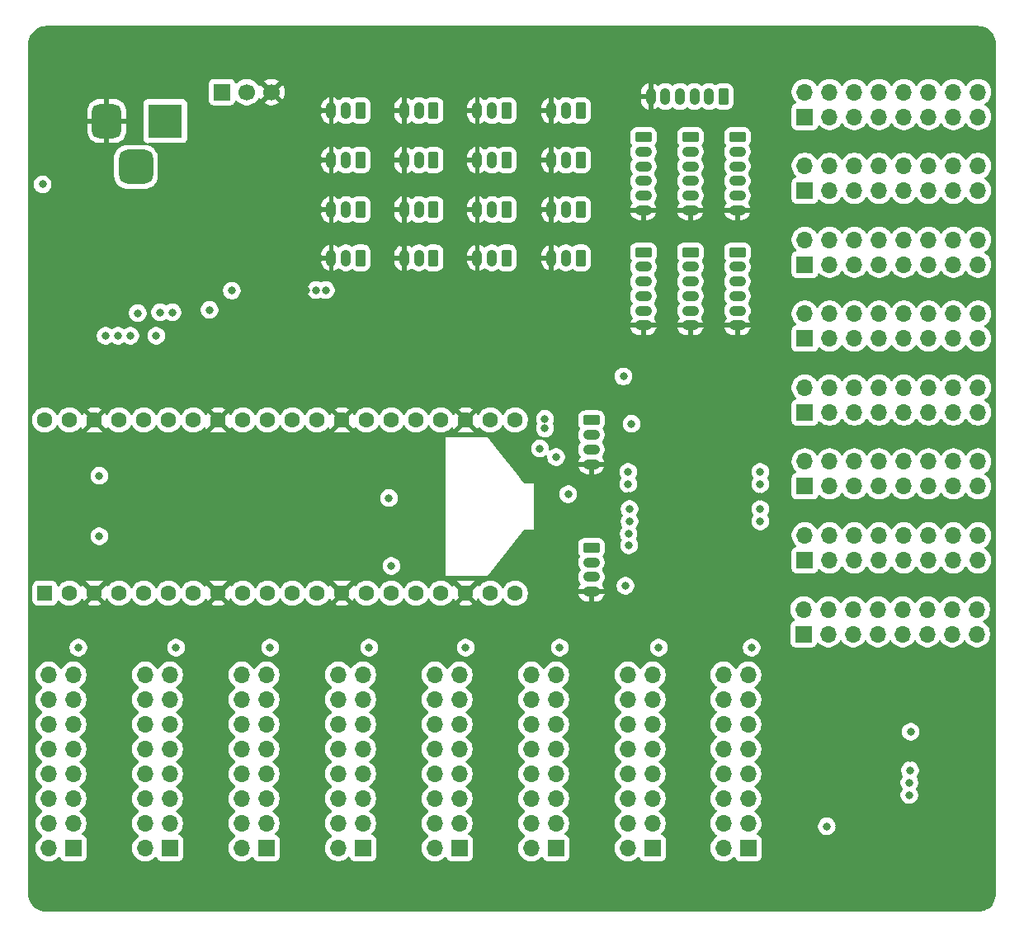
<source format=gbr>
%TF.GenerationSoftware,KiCad,Pcbnew,9.0.3*%
%TF.CreationDate,2025-07-20T16:41:56-03:00*%
%TF.ProjectId,pi_controller,70695f63-6f6e-4747-926f-6c6c65722e6b,1.0*%
%TF.SameCoordinates,Original*%
%TF.FileFunction,Copper,L2,Inr*%
%TF.FilePolarity,Positive*%
%FSLAX46Y46*%
G04 Gerber Fmt 4.6, Leading zero omitted, Abs format (unit mm)*
G04 Created by KiCad (PCBNEW 9.0.3) date 2025-07-20 16:41:56*
%MOMM*%
%LPD*%
G01*
G04 APERTURE LIST*
G04 Aperture macros list*
%AMRoundRect*
0 Rectangle with rounded corners*
0 $1 Rounding radius*
0 $2 $3 $4 $5 $6 $7 $8 $9 X,Y pos of 4 corners*
0 Add a 4 corners polygon primitive as box body*
4,1,4,$2,$3,$4,$5,$6,$7,$8,$9,$2,$3,0*
0 Add four circle primitives for the rounded corners*
1,1,$1+$1,$2,$3*
1,1,$1+$1,$4,$5*
1,1,$1+$1,$6,$7*
1,1,$1+$1,$8,$9*
0 Add four rect primitives between the rounded corners*
20,1,$1+$1,$2,$3,$4,$5,0*
20,1,$1+$1,$4,$5,$6,$7,0*
20,1,$1+$1,$6,$7,$8,$9,0*
20,1,$1+$1,$8,$9,$2,$3,0*%
%AMFreePoly0*
4,1,37,0.603843,0.796157,0.639018,0.796157,0.711114,0.766294,0.766294,0.711114,0.796157,0.639018,0.796157,0.603843,0.800000,0.600000,0.800000,-0.600000,0.796157,-0.603843,0.796157,-0.639018,0.766294,-0.711114,0.711114,-0.766294,0.639018,-0.796157,0.603843,-0.796157,0.600000,-0.800000,0.000000,-0.800000,0.000000,-0.796148,-0.078414,-0.796148,-0.232228,-0.765552,-0.377117,-0.705537,
-0.507515,-0.618408,-0.618408,-0.507515,-0.705537,-0.377117,-0.765552,-0.232228,-0.796148,-0.078414,-0.796148,0.078414,-0.765552,0.232228,-0.705537,0.377117,-0.618408,0.507515,-0.507515,0.618408,-0.377117,0.705537,-0.232228,0.765552,-0.078414,0.796148,0.000000,0.796148,0.000000,0.800000,0.600000,0.800000,0.603843,0.796157,0.603843,0.796157,$1*%
%AMFreePoly1*
4,1,37,0.000000,0.796148,0.078414,0.796148,0.232228,0.765552,0.377117,0.705537,0.507515,0.618408,0.618408,0.507515,0.705537,0.377117,0.765552,0.232228,0.796148,0.078414,0.796148,-0.078414,0.765552,-0.232228,0.705537,-0.377117,0.618408,-0.507515,0.507515,-0.618408,0.377117,-0.705537,0.232228,-0.765552,0.078414,-0.796148,0.000000,-0.796148,0.000000,-0.800000,-0.600000,-0.800000,
-0.603843,-0.796157,-0.639018,-0.796157,-0.711114,-0.766294,-0.766294,-0.711114,-0.796157,-0.639018,-0.796157,-0.603843,-0.800000,-0.600000,-0.800000,0.600000,-0.796157,0.603843,-0.796157,0.639018,-0.766294,0.711114,-0.711114,0.766294,-0.639018,0.796157,-0.603843,0.796157,-0.600000,0.800000,0.000000,0.800000,0.000000,0.796148,0.000000,0.796148,$1*%
G04 Aperture macros list end*
%TA.AperFunction,ComponentPad*%
%ADD10RoundRect,0.200000X0.600000X-0.600000X0.600000X0.600000X-0.600000X0.600000X-0.600000X-0.600000X0*%
%TD*%
%TA.AperFunction,ComponentPad*%
%ADD11C,1.600000*%
%TD*%
%TA.AperFunction,ComponentPad*%
%ADD12FreePoly0,90.000000*%
%TD*%
%TA.AperFunction,ComponentPad*%
%ADD13FreePoly1,90.000000*%
%TD*%
%TA.AperFunction,ComponentPad*%
%ADD14R,3.500000X3.500000*%
%TD*%
%TA.AperFunction,ComponentPad*%
%ADD15RoundRect,0.750000X-0.750000X-1.000000X0.750000X-1.000000X0.750000X1.000000X-0.750000X1.000000X0*%
%TD*%
%TA.AperFunction,ComponentPad*%
%ADD16RoundRect,0.875000X-0.875000X-0.875000X0.875000X-0.875000X0.875000X0.875000X-0.875000X0.875000X0*%
%TD*%
%TA.AperFunction,ComponentPad*%
%ADD17R,1.700000X1.700000*%
%TD*%
%TA.AperFunction,ComponentPad*%
%ADD18C,1.700000*%
%TD*%
%TA.AperFunction,ComponentPad*%
%ADD19O,1.700000X1.700000*%
%TD*%
%TA.AperFunction,ComponentPad*%
%ADD20RoundRect,0.250000X0.265000X0.615000X-0.265000X0.615000X-0.265000X-0.615000X0.265000X-0.615000X0*%
%TD*%
%TA.AperFunction,ComponentPad*%
%ADD21O,1.030000X1.730000*%
%TD*%
%TA.AperFunction,ComponentPad*%
%ADD22RoundRect,0.250000X-0.615000X0.265000X-0.615000X-0.265000X0.615000X-0.265000X0.615000X0.265000X0*%
%TD*%
%TA.AperFunction,ComponentPad*%
%ADD23O,1.730000X1.030000*%
%TD*%
%TA.AperFunction,ComponentPad*%
%ADD24C,2.600000*%
%TD*%
%TA.AperFunction,ViaPad*%
%ADD25C,0.800000*%
%TD*%
G04 APERTURE END LIST*
D10*
%TO.N,/ROW1*%
%TO.C,U4*%
X91059000Y-114554000D03*
D11*
%TO.N,/ROW2*%
X93599000Y-114554000D03*
D12*
%TO.N,GND*%
X96139000Y-114554000D03*
D11*
%TO.N,/ROW3*%
X98679000Y-114554000D03*
%TO.N,/ROW4*%
X101219000Y-114554000D03*
%TO.N,/SDA*%
X103759000Y-114554000D03*
%TO.N,/SCL*%
X106299000Y-114554000D03*
D12*
%TO.N,GND*%
X108839000Y-114554000D03*
D11*
%TO.N,/ROW5*%
X111379000Y-114554000D03*
%TO.N,/ROW6*%
X113919000Y-114554000D03*
%TO.N,/COL_MUX_A*%
X116459000Y-114554000D03*
%TO.N,/COL_MUX_B*%
X118999000Y-114554000D03*
D12*
%TO.N,GND*%
X121539000Y-114554000D03*
D11*
%TO.N,/COL_MUX_C*%
X124079000Y-114554000D03*
%TO.N,/ADC_MUX_D*%
X126619000Y-114554000D03*
%TO.N,/UART0_TX*%
X129159000Y-114554000D03*
%TO.N,/UART0_RX*%
X131699000Y-114554000D03*
D12*
%TO.N,GND*%
X134239000Y-114554000D03*
D11*
%TO.N,/ROW7*%
X136779000Y-114554000D03*
%TO.N,/ROW8*%
X139319000Y-114554000D03*
%TO.N,/MISO*%
X139319000Y-96774000D03*
%TO.N,/CS_KEY*%
X136779000Y-96774000D03*
D13*
%TO.N,GND*%
X134239000Y-96774000D03*
D11*
%TO.N,/SCLK*%
X131699000Y-96774000D03*
%TO.N,/MOSI*%
X129159000Y-96774000D03*
%TO.N,/ADC_MUX_A*%
X126619000Y-96774000D03*
%TO.N,/ADC_MUX_B*%
X124079000Y-96774000D03*
D13*
%TO.N,GND*%
X121539000Y-96774000D03*
D11*
%TO.N,/ADC_MUX_C*%
X118999000Y-96774000D03*
%TO.N,unconnected-(U4-RUN-Pad30)*%
X116459000Y-96774000D03*
%TO.N,/ADC0*%
X113919000Y-96774000D03*
%TO.N,/CS_LED*%
X111379000Y-96774000D03*
D13*
%TO.N,GND*%
X108839000Y-96774000D03*
D11*
%TO.N,/PWM_OUT*%
X106299000Y-96774000D03*
%TO.N,VDDA*%
X103759000Y-96774000D03*
%TO.N,unconnected-(U4-3V3-Pad36)*%
X101219000Y-96774000D03*
%TO.N,unconnected-(U4-3V3_EN-Pad37)*%
X98679000Y-96774000D03*
D13*
%TO.N,GND*%
X96139000Y-96774000D03*
D11*
%TO.N,unconnected-(U4-VSYS-Pad39)*%
X93599000Y-96774000D03*
%TO.N,unconnected-(U4-VBUS-Pad40)*%
X91059000Y-96774000D03*
%TD*%
D14*
%TO.N,+9V*%
%TO.C,J2*%
X103409000Y-66098500D03*
D15*
%TO.N,GND*%
X97409000Y-66098500D03*
D16*
%TO.N,unconnected-(J2-Pad3)*%
X100409000Y-70798500D03*
%TD*%
D17*
%TO.N,+9V*%
%TO.C,J1*%
X109235000Y-63119000D03*
D18*
%TO.N,Net-(J1-Pin_2)*%
X111775000Y-63119000D03*
%TO.N,GND*%
X114315000Y-63119000D03*
%TD*%
D17*
%TO.N,Net-(D59-A)*%
%TO.C,JR2*%
X103886000Y-140716000D03*
D19*
%TO.N,/ROW2*%
X101346000Y-140716000D03*
%TO.N,Net-(D13-A)*%
X103886000Y-138176000D03*
%TO.N,/ROW2*%
X101346000Y-138176000D03*
%TO.N,Net-(D14-A)*%
X103886000Y-135636000D03*
%TO.N,/ROW2*%
X101346000Y-135636000D03*
%TO.N,Net-(D10-A)*%
X103886000Y-133096000D03*
%TO.N,/ROW2*%
X101346000Y-133096000D03*
%TO.N,Net-(D8-A)*%
X103886000Y-130556000D03*
%TO.N,/ROW2*%
X101346000Y-130556000D03*
%TO.N,Net-(D6-A)*%
X103886000Y-128016000D03*
%TO.N,/ROW2*%
X101346000Y-128016000D03*
%TO.N,Net-(D15-A)*%
X103886000Y-125476000D03*
%TO.N,/ROW2*%
X101346000Y-125476000D03*
%TO.N,Net-(D4-A)*%
X103886000Y-122936000D03*
%TO.N,/ROW2*%
X101346000Y-122936000D03*
%TD*%
D17*
%TO.N,Net-(D58-A)*%
%TO.C,JR1*%
X93980000Y-140716000D03*
D19*
%TO.N,/ROW1*%
X91440000Y-140716000D03*
%TO.N,Net-(D12-A)*%
X93980000Y-138176000D03*
%TO.N,/ROW1*%
X91440000Y-138176000D03*
%TO.N,Net-(D2-A)*%
X93980000Y-135636000D03*
%TO.N,/ROW1*%
X91440000Y-135636000D03*
%TO.N,Net-(D11-A)*%
X93980000Y-133096000D03*
%TO.N,/ROW1*%
X91440000Y-133096000D03*
%TO.N,Net-(D9-A)*%
X93980000Y-130556000D03*
%TO.N,/ROW1*%
X91440000Y-130556000D03*
%TO.N,Net-(D7-A)*%
X93980000Y-128016000D03*
%TO.N,/ROW1*%
X91440000Y-128016000D03*
%TO.N,Net-(D5-A)*%
X93980000Y-125476000D03*
%TO.N,/ROW1*%
X91440000Y-125476000D03*
%TO.N,Net-(D3-A)*%
X93980000Y-122936000D03*
%TO.N,/ROW1*%
X91440000Y-122936000D03*
%TD*%
D17*
%TO.N,Net-(D65-A)*%
%TO.C,JR8*%
X163228000Y-140716000D03*
D19*
%TO.N,/ROW8*%
X160688000Y-140716000D03*
%TO.N,Net-(D56-A)*%
X163228000Y-138176000D03*
%TO.N,/ROW8*%
X160688000Y-138176000D03*
%TO.N,Net-(D57-A)*%
X163228000Y-135636000D03*
%TO.N,/ROW8*%
X160688000Y-135636000D03*
%TO.N,Net-(D55-A)*%
X163228000Y-133096000D03*
%TO.N,/ROW8*%
X160688000Y-133096000D03*
%TO.N,Net-(D51-A)*%
X163228000Y-130556000D03*
%TO.N,/ROW8*%
X160688000Y-130556000D03*
%TO.N,Net-(D53-A)*%
X163228000Y-128016000D03*
%TO.N,/ROW8*%
X160688000Y-128016000D03*
%TO.N,Net-(D52-A)*%
X163228000Y-125476000D03*
%TO.N,/ROW8*%
X160688000Y-125476000D03*
%TO.N,Net-(D54-A)*%
X163228000Y-122936000D03*
%TO.N,/ROW8*%
X160688000Y-122936000D03*
%TD*%
D17*
%TO.N,Net-(D63-A)*%
%TO.C,JR7*%
X153416000Y-140716000D03*
D19*
%TO.N,/ROW7*%
X150876000Y-140716000D03*
%TO.N,Net-(D48-A)*%
X153416000Y-138176000D03*
%TO.N,/ROW7*%
X150876000Y-138176000D03*
%TO.N,Net-(D50-A)*%
X153416000Y-135636000D03*
%TO.N,/ROW7*%
X150876000Y-135636000D03*
%TO.N,Net-(D38-A)*%
X153416000Y-133096000D03*
%TO.N,/ROW7*%
X150876000Y-133096000D03*
%TO.N,Net-(D39-A)*%
X153416000Y-130556000D03*
%TO.N,/ROW7*%
X150876000Y-130556000D03*
%TO.N,Net-(D49-A)*%
X153416000Y-128016000D03*
%TO.N,/ROW7*%
X150876000Y-128016000D03*
%TO.N,Net-(D37-A)*%
X153416000Y-125476000D03*
%TO.N,/ROW7*%
X150876000Y-125476000D03*
%TO.N,Net-(D47-A)*%
X153416000Y-122936000D03*
%TO.N,/ROW7*%
X150876000Y-122936000D03*
%TD*%
D17*
%TO.N,Net-(D64-A)*%
%TO.C,JR6*%
X143510000Y-140716000D03*
D19*
%TO.N,/ROW6*%
X140970000Y-140716000D03*
%TO.N,Net-(D40-A)*%
X143510000Y-138176000D03*
%TO.N,/ROW6*%
X140970000Y-138176000D03*
%TO.N,Net-(D41-A)*%
X143510000Y-135636000D03*
%TO.N,/ROW6*%
X140970000Y-135636000D03*
%TO.N,Net-(D42-A)*%
X143510000Y-133096000D03*
%TO.N,/ROW6*%
X140970000Y-133096000D03*
%TO.N,Net-(D43-A)*%
X143510000Y-130556000D03*
%TO.N,/ROW6*%
X140970000Y-130556000D03*
%TO.N,Net-(D44-A)*%
X143510000Y-128016000D03*
%TO.N,/ROW6*%
X140970000Y-128016000D03*
%TO.N,Net-(D45-A)*%
X143510000Y-125476000D03*
%TO.N,/ROW6*%
X140970000Y-125476000D03*
%TO.N,Net-(D46-A)*%
X143510000Y-122936000D03*
%TO.N,/ROW6*%
X140970000Y-122936000D03*
%TD*%
D17*
%TO.N,Net-(D61-A)*%
%TO.C,JR5*%
X133604000Y-140716000D03*
D19*
%TO.N,/ROW5*%
X131064000Y-140716000D03*
%TO.N,Net-(D30-A)*%
X133604000Y-138176000D03*
%TO.N,/ROW5*%
X131064000Y-138176000D03*
%TO.N,Net-(D27-A)*%
X133604000Y-135636000D03*
%TO.N,/ROW5*%
X131064000Y-135636000D03*
%TO.N,Net-(D24-A)*%
X133604000Y-133096000D03*
%TO.N,/ROW5*%
X131064000Y-133096000D03*
%TO.N,Net-(D22-A)*%
X133604000Y-130556000D03*
%TO.N,/ROW5*%
X131064000Y-130556000D03*
%TO.N,Net-(D20-A)*%
X133604000Y-128016000D03*
%TO.N,/ROW5*%
X131064000Y-128016000D03*
%TO.N,Net-(D17-A)*%
X133604000Y-125476000D03*
%TO.N,/ROW5*%
X131064000Y-125476000D03*
%TO.N,Net-(D19-A)*%
X133604000Y-122936000D03*
%TO.N,/ROW5*%
X131064000Y-122936000D03*
%TD*%
D17*
%TO.N,Net-(D62-A)*%
%TO.C,JR4*%
X123698000Y-140700210D03*
D19*
%TO.N,/ROW4*%
X121158000Y-140700210D03*
%TO.N,Net-(D31-A)*%
X123698000Y-138160210D03*
%TO.N,/ROW4*%
X121158000Y-138160210D03*
%TO.N,Net-(D28-A)*%
X123698000Y-135620210D03*
%TO.N,/ROW4*%
X121158000Y-135620210D03*
%TO.N,Net-(D25-A)*%
X123698000Y-133080210D03*
%TO.N,/ROW4*%
X121158000Y-133080210D03*
%TO.N,Net-(D23-A)*%
X123698000Y-130540210D03*
%TO.N,/ROW4*%
X121158000Y-130540210D03*
%TO.N,Net-(D21-A)*%
X123698000Y-128000210D03*
%TO.N,/ROW4*%
X121158000Y-128000210D03*
%TO.N,Net-(D18-A)*%
X123698000Y-125460210D03*
%TO.N,/ROW4*%
X121158000Y-125460210D03*
%TO.N,Net-(D16-A)*%
X123698000Y-122920210D03*
%TO.N,/ROW4*%
X121158000Y-122920210D03*
%TD*%
D17*
%TO.N,Net-(D60-A)*%
%TO.C,JR3*%
X113792000Y-140716000D03*
D19*
%TO.N,/ROW3*%
X111252000Y-140716000D03*
%TO.N,Net-(D36-A)*%
X113792000Y-138176000D03*
%TO.N,/ROW3*%
X111252000Y-138176000D03*
%TO.N,Net-(D33-A)*%
X113792000Y-135636000D03*
%TO.N,/ROW3*%
X111252000Y-135636000D03*
%TO.N,Net-(D32-A)*%
X113792000Y-133096000D03*
%TO.N,/ROW3*%
X111252000Y-133096000D03*
%TO.N,Net-(D34-A)*%
X113792000Y-130556000D03*
%TO.N,/ROW3*%
X111252000Y-130556000D03*
%TO.N,Net-(D26-A)*%
X113792000Y-128016000D03*
%TO.N,/ROW3*%
X111252000Y-128016000D03*
%TO.N,Net-(D29-A)*%
X113792000Y-125476000D03*
%TO.N,/ROW3*%
X111252000Y-125476000D03*
%TO.N,Net-(D35-A)*%
X113792000Y-122936000D03*
%TO.N,/ROW3*%
X111252000Y-122936000D03*
%TD*%
D17*
%TO.N,/SEG4*%
%TO.C,J35*%
X169037000Y-95993856D03*
D19*
%TO.N,/GRID8*%
X169037000Y-93453856D03*
%TO.N,/SEG4*%
X171577000Y-95993856D03*
%TO.N,/GRID7*%
X171577000Y-93453856D03*
%TO.N,/SEG4*%
X174117000Y-95993856D03*
%TO.N,/GRID6*%
X174117000Y-93453856D03*
%TO.N,/SEG4*%
X176657000Y-95993856D03*
%TO.N,/GRID5*%
X176657000Y-93453856D03*
%TO.N,/SEG4*%
X179197000Y-95993856D03*
%TO.N,/GRID4*%
X179197000Y-93453856D03*
%TO.N,/SEG4*%
X181737000Y-95993856D03*
%TO.N,/GRID3*%
X181737000Y-93453856D03*
%TO.N,/SEG4*%
X184277000Y-95993856D03*
%TO.N,/GRID2*%
X184277000Y-93453856D03*
%TO.N,/SEG4*%
X186817000Y-95993856D03*
%TO.N,/GRID1*%
X186817000Y-93453856D03*
%TD*%
D17*
%TO.N,/SEG2*%
%TO.C,J34*%
X169037000Y-111161284D03*
D19*
%TO.N,/GRID8*%
X169037000Y-108621284D03*
%TO.N,/SEG2*%
X171577000Y-111161284D03*
%TO.N,/GRID7*%
X171577000Y-108621284D03*
%TO.N,/SEG2*%
X174117000Y-111161284D03*
%TO.N,/GRID6*%
X174117000Y-108621284D03*
%TO.N,/SEG2*%
X176657000Y-111161284D03*
%TO.N,/GRID5*%
X176657000Y-108621284D03*
%TO.N,/SEG2*%
X179197000Y-111161284D03*
%TO.N,/GRID4*%
X179197000Y-108621284D03*
%TO.N,/SEG2*%
X181737000Y-111161284D03*
%TO.N,/GRID3*%
X181737000Y-108621284D03*
%TO.N,/SEG2*%
X184277000Y-111161284D03*
%TO.N,/GRID2*%
X184277000Y-108621284D03*
%TO.N,/SEG2*%
X186817000Y-111161284D03*
%TO.N,/GRID1*%
X186817000Y-108621284D03*
%TD*%
D17*
%TO.N,/SEG1*%
%TO.C,J33*%
X168910000Y-118745000D03*
D19*
%TO.N,/GRID8*%
X168910000Y-116205000D03*
%TO.N,/SEG1*%
X171450000Y-118745000D03*
%TO.N,/GRID7*%
X171450000Y-116205000D03*
%TO.N,/SEG1*%
X173990000Y-118745000D03*
%TO.N,/GRID6*%
X173990000Y-116205000D03*
%TO.N,/SEG1*%
X176530000Y-118745000D03*
%TO.N,/GRID5*%
X176530000Y-116205000D03*
%TO.N,/SEG1*%
X179070000Y-118745000D03*
%TO.N,/GRID4*%
X179070000Y-116205000D03*
%TO.N,/SEG1*%
X181610000Y-118745000D03*
%TO.N,/GRID3*%
X181610000Y-116205000D03*
%TO.N,/SEG1*%
X184150000Y-118745000D03*
%TO.N,/GRID2*%
X184150000Y-116205000D03*
%TO.N,/SEG1*%
X186690000Y-118745000D03*
%TO.N,/GRID1*%
X186690000Y-116205000D03*
%TD*%
D17*
%TO.N,/SEG3*%
%TO.C,J32*%
X169037000Y-103577570D03*
D19*
%TO.N,/GRID8*%
X169037000Y-101037570D03*
%TO.N,/SEG3*%
X171577000Y-103577570D03*
%TO.N,/GRID7*%
X171577000Y-101037570D03*
%TO.N,/SEG3*%
X174117000Y-103577570D03*
%TO.N,/GRID6*%
X174117000Y-101037570D03*
%TO.N,/SEG3*%
X176657000Y-103577570D03*
%TO.N,/GRID5*%
X176657000Y-101037570D03*
%TO.N,/SEG3*%
X179197000Y-103577570D03*
%TO.N,/GRID4*%
X179197000Y-101037570D03*
%TO.N,/SEG3*%
X181737000Y-103577570D03*
%TO.N,/GRID3*%
X181737000Y-101037570D03*
%TO.N,/SEG3*%
X184277000Y-103577570D03*
%TO.N,/GRID2*%
X184277000Y-101037570D03*
%TO.N,/SEG3*%
X186817000Y-103577570D03*
%TO.N,/GRID1*%
X186817000Y-101037570D03*
%TD*%
D17*
%TO.N,/SEG12*%
%TO.C,J29*%
X169037000Y-65659000D03*
D19*
%TO.N,/GRID8*%
X169037000Y-63119000D03*
%TO.N,/SEG12*%
X171577000Y-65659000D03*
%TO.N,/GRID7*%
X171577000Y-63119000D03*
%TO.N,/SEG12*%
X174117000Y-65659000D03*
%TO.N,/GRID6*%
X174117000Y-63119000D03*
%TO.N,/SEG12*%
X176657000Y-65659000D03*
%TO.N,/GRID5*%
X176657000Y-63119000D03*
%TO.N,/SEG12*%
X179197000Y-65659000D03*
%TO.N,/GRID4*%
X179197000Y-63119000D03*
%TO.N,/SEG12*%
X181737000Y-65659000D03*
%TO.N,/GRID3*%
X181737000Y-63119000D03*
%TO.N,/SEG12*%
X184277000Y-65659000D03*
%TO.N,/GRID2*%
X184277000Y-63119000D03*
%TO.N,/SEG12*%
X186817000Y-65659000D03*
%TO.N,/GRID1*%
X186817000Y-63119000D03*
%TD*%
D17*
%TO.N,/SEG11*%
%TO.C,J28*%
X169037000Y-73242714D03*
D19*
%TO.N,/GRID8*%
X169037000Y-70702714D03*
%TO.N,/SEG11*%
X171577000Y-73242714D03*
%TO.N,/GRID7*%
X171577000Y-70702714D03*
%TO.N,/SEG11*%
X174117000Y-73242714D03*
%TO.N,/GRID6*%
X174117000Y-70702714D03*
%TO.N,/SEG11*%
X176657000Y-73242714D03*
%TO.N,/GRID5*%
X176657000Y-70702714D03*
%TO.N,/SEG11*%
X179197000Y-73242714D03*
%TO.N,/GRID4*%
X179197000Y-70702714D03*
%TO.N,/SEG11*%
X181737000Y-73242714D03*
%TO.N,/GRID3*%
X181737000Y-70702714D03*
%TO.N,/SEG11*%
X184277000Y-73242714D03*
%TO.N,/GRID2*%
X184277000Y-70702714D03*
%TO.N,/SEG11*%
X186817000Y-73242714D03*
%TO.N,/GRID1*%
X186817000Y-70702714D03*
%TD*%
D17*
%TO.N,/SEG9*%
%TO.C,J27*%
X169037000Y-88410142D03*
D19*
%TO.N,/GRID8*%
X169037000Y-85870142D03*
%TO.N,/SEG9*%
X171577000Y-88410142D03*
%TO.N,/GRID7*%
X171577000Y-85870142D03*
%TO.N,/SEG9*%
X174117000Y-88410142D03*
%TO.N,/GRID6*%
X174117000Y-85870142D03*
%TO.N,/SEG9*%
X176657000Y-88410142D03*
%TO.N,/GRID5*%
X176657000Y-85870142D03*
%TO.N,/SEG9*%
X179197000Y-88410142D03*
%TO.N,/GRID4*%
X179197000Y-85870142D03*
%TO.N,/SEG9*%
X181737000Y-88410142D03*
%TO.N,/GRID3*%
X181737000Y-85870142D03*
%TO.N,/SEG9*%
X184277000Y-88410142D03*
%TO.N,/GRID2*%
X184277000Y-85870142D03*
%TO.N,/SEG9*%
X186817000Y-88410142D03*
%TO.N,/GRID1*%
X186817000Y-85870142D03*
%TD*%
D17*
%TO.N,/SEG10*%
%TO.C,J26*%
X169037000Y-80826428D03*
D19*
%TO.N,/GRID8*%
X169037000Y-78286428D03*
%TO.N,/SEG10*%
X171577000Y-80826428D03*
%TO.N,/GRID7*%
X171577000Y-78286428D03*
%TO.N,/SEG10*%
X174117000Y-80826428D03*
%TO.N,/GRID6*%
X174117000Y-78286428D03*
%TO.N,/SEG10*%
X176657000Y-80826428D03*
%TO.N,/GRID5*%
X176657000Y-78286428D03*
%TO.N,/SEG10*%
X179197000Y-80826428D03*
%TO.N,/GRID4*%
X179197000Y-78286428D03*
%TO.N,/SEG10*%
X181737000Y-80826428D03*
%TO.N,/GRID3*%
X181737000Y-78286428D03*
%TO.N,/SEG10*%
X184277000Y-80826428D03*
%TO.N,/GRID2*%
X184277000Y-78286428D03*
%TO.N,/SEG10*%
X186817000Y-80826428D03*
%TO.N,/GRID1*%
X186817000Y-78286428D03*
%TD*%
D20*
%TO.N,+3V3*%
%TO.C,JSPI7*%
X160722000Y-63569000D03*
D21*
%TO.N,/MOSI*%
X159222000Y-63569000D03*
%TO.N,/MISO*%
X157722000Y-63569000D03*
%TO.N,/SCLK*%
X156222000Y-63569000D03*
%TO.N,/CS8*%
X154722000Y-63569000D03*
%TO.N,GND*%
X153222000Y-63569000D03*
%TD*%
D22*
%TO.N,+3V3*%
%TO.C,JSPI6*%
X162121000Y-67751000D03*
D23*
%TO.N,/MOSI*%
X162121000Y-69251000D03*
%TO.N,/MISO*%
X162121000Y-70751000D03*
%TO.N,/SCLK*%
X162121000Y-72251000D03*
%TO.N,/CS7*%
X162121000Y-73751000D03*
%TO.N,GND*%
X162121000Y-75251000D03*
%TD*%
D22*
%TO.N,+3V3*%
%TO.C,JSPI5*%
X157295000Y-67751000D03*
D23*
%TO.N,/MOSI*%
X157295000Y-69251000D03*
%TO.N,/MISO*%
X157295000Y-70751000D03*
%TO.N,/SCLK*%
X157295000Y-72251000D03*
%TO.N,/CS4*%
X157295000Y-73751000D03*
%TO.N,GND*%
X157295000Y-75251000D03*
%TD*%
D22*
%TO.N,+3V3*%
%TO.C,JSPI4*%
X152469000Y-67751000D03*
D23*
%TO.N,/MOSI*%
X152469000Y-69251000D03*
%TO.N,/MISO*%
X152469000Y-70751000D03*
%TO.N,/SCLK*%
X152469000Y-72251000D03*
%TO.N,/CS6*%
X152469000Y-73751000D03*
%TO.N,GND*%
X152469000Y-75251000D03*
%TD*%
D22*
%TO.N,+3V3*%
%TO.C,JSPI3*%
X162121000Y-79562000D03*
D23*
%TO.N,/MOSI*%
X162121000Y-81062000D03*
%TO.N,/MISO*%
X162121000Y-82562000D03*
%TO.N,/SCLK*%
X162121000Y-84062000D03*
%TO.N,/CS5*%
X162121000Y-85562000D03*
%TO.N,GND*%
X162121000Y-87062000D03*
%TD*%
D22*
%TO.N,+3V3*%
%TO.C,JSPI2*%
X157295000Y-79562000D03*
D23*
%TO.N,/MOSI*%
X157295000Y-81062000D03*
%TO.N,/MISO*%
X157295000Y-82562000D03*
%TO.N,/SCLK*%
X157295000Y-84062000D03*
%TO.N,/CS3*%
X157295000Y-85562000D03*
%TO.N,GND*%
X157295000Y-87062000D03*
%TD*%
D22*
%TO.N,+3V3*%
%TO.C,JSPI1*%
X152469000Y-79562000D03*
D23*
%TO.N,/MOSI*%
X152469000Y-81062000D03*
%TO.N,/MISO*%
X152469000Y-82562000D03*
%TO.N,/SCLK*%
X152469000Y-84062000D03*
%TO.N,/CS2*%
X152469000Y-85562000D03*
%TO.N,GND*%
X152469000Y-87062000D03*
%TD*%
D22*
%TO.N,+3V3*%
%TO.C,J31*%
X147135000Y-109891000D03*
D23*
%TO.N,/UART0_TX*%
X147135000Y-111391000D03*
%TO.N,/UART0_RX*%
X147135000Y-112891000D03*
%TO.N,GND*%
X147135000Y-114391000D03*
%TD*%
D22*
%TO.N,+3V3*%
%TO.C,J30*%
X147135000Y-96810000D03*
D23*
%TO.N,/SDA*%
X147135000Y-98310000D03*
%TO.N,/SCL*%
X147135000Y-99810000D03*
%TO.N,GND*%
X147135000Y-101310000D03*
%TD*%
D20*
%TO.N,VDDA*%
%TO.C,AN16*%
X130937000Y-80137000D03*
D21*
%TO.N,/AN16*%
X129437000Y-80137000D03*
%TO.N,GND*%
X127937000Y-80137000D03*
%TD*%
D20*
%TO.N,VDDA*%
%TO.C,AN15*%
X130937000Y-75184000D03*
D21*
%TO.N,/AN15*%
X129437000Y-75184000D03*
%TO.N,GND*%
X127937000Y-75184000D03*
%TD*%
D20*
%TO.N,VDDA*%
%TO.C,AN14*%
X130937000Y-70104000D03*
D21*
%TO.N,/AN14*%
X129437000Y-70104000D03*
%TO.N,GND*%
X127937000Y-70104000D03*
%TD*%
D20*
%TO.N,VDDA*%
%TO.C,AN13*%
X123444000Y-80137000D03*
D21*
%TO.N,/AN13*%
X121944000Y-80137000D03*
%TO.N,GND*%
X120444000Y-80137000D03*
%TD*%
D20*
%TO.N,VDDA*%
%TO.C,AN12*%
X130937000Y-65024000D03*
D21*
%TO.N,/AN12*%
X129437000Y-65024000D03*
%TO.N,GND*%
X127937000Y-65024000D03*
%TD*%
D20*
%TO.N,VDDA*%
%TO.C,AN11*%
X123444000Y-75184000D03*
D21*
%TO.N,/AN11*%
X121944000Y-75184000D03*
%TO.N,GND*%
X120444000Y-75184000D03*
%TD*%
D20*
%TO.N,VDDA*%
%TO.C,AN10*%
X123444000Y-70104000D03*
D21*
%TO.N,/AN10*%
X121944000Y-70104000D03*
%TO.N,GND*%
X120444000Y-70104000D03*
%TD*%
D20*
%TO.N,VDDA*%
%TO.C,AN9*%
X123444000Y-65024000D03*
D21*
%TO.N,/AN9*%
X121944000Y-65024000D03*
%TO.N,GND*%
X120444000Y-65024000D03*
%TD*%
D20*
%TO.N,VDDA*%
%TO.C,AN8*%
X138430000Y-65024000D03*
D21*
%TO.N,/AN8*%
X136930000Y-65024000D03*
%TO.N,GND*%
X135430000Y-65024000D03*
%TD*%
D20*
%TO.N,VDDA*%
%TO.C,AN7*%
X138430000Y-70104000D03*
D21*
%TO.N,/AN7*%
X136930000Y-70104000D03*
%TO.N,GND*%
X135430000Y-70104000D03*
%TD*%
D20*
%TO.N,VDDA*%
%TO.C,AN6*%
X138430000Y-75184000D03*
D21*
%TO.N,/AN6*%
X136930000Y-75184000D03*
%TO.N,GND*%
X135430000Y-75184000D03*
%TD*%
D20*
%TO.N,VDDA*%
%TO.C,AN5*%
X138430000Y-80137000D03*
D21*
%TO.N,/AN5*%
X136930000Y-80137000D03*
%TO.N,GND*%
X135430000Y-80137000D03*
%TD*%
D20*
%TO.N,VDDA*%
%TO.C,AN4*%
X146026000Y-65024000D03*
D21*
%TO.N,/AN4*%
X144526000Y-65024000D03*
%TO.N,GND*%
X143026000Y-65024000D03*
%TD*%
D20*
%TO.N,VDDA*%
%TO.C,AN3*%
X146026000Y-70104000D03*
D21*
%TO.N,/AN3*%
X144526000Y-70104000D03*
%TO.N,GND*%
X143026000Y-70104000D03*
%TD*%
D20*
%TO.N,VDDA*%
%TO.C,AN2*%
X146026000Y-75184000D03*
D21*
%TO.N,/AN2*%
X144526000Y-75184000D03*
%TO.N,GND*%
X143026000Y-75184000D03*
%TD*%
D20*
%TO.N,VDDA*%
%TO.C,AN1*%
X146026000Y-80137000D03*
D21*
%TO.N,/AN1*%
X144526000Y-80137000D03*
%TO.N,GND*%
X143026000Y-80137000D03*
%TD*%
D24*
%TO.N,GND*%
%TO.C,H4*%
X186309000Y-144907000D03*
%TD*%
%TO.N,GND*%
%TO.C,H2*%
X186436000Y-58674000D03*
%TD*%
%TO.N,GND*%
%TO.C,H3*%
X91694000Y-144907000D03*
%TD*%
%TO.N,GND*%
%TO.C,H1*%
X91694000Y-58801000D03*
%TD*%
D25*
%TO.N,GND*%
X141605000Y-70104000D03*
X112720500Y-75473000D03*
X139319000Y-91059000D03*
X103886000Y-144907000D03*
X143764000Y-111379000D03*
X119253000Y-70104000D03*
X113792000Y-144907000D03*
X150978500Y-104521000D03*
X151942800Y-89814400D03*
X121158000Y-144907000D03*
X106680000Y-78613000D03*
X147822698Y-117291898D03*
X112720500Y-74457000D03*
X106807000Y-92885500D03*
X110109000Y-89916000D03*
X98425000Y-63119000D03*
X117638668Y-102870000D03*
X126619000Y-65024000D03*
X133985000Y-70104000D03*
X92837000Y-69342000D03*
X94234000Y-63119000D03*
X186817000Y-90932000D03*
X102362000Y-78613000D03*
X186817000Y-113538000D03*
X186817000Y-83058000D03*
X179832000Y-131445000D03*
X95631000Y-63119000D03*
X119253000Y-75184000D03*
X126619000Y-75184000D03*
X103632000Y-78613000D03*
X155448000Y-113919000D03*
X127127000Y-90805000D03*
X105156000Y-78613000D03*
X157353000Y-99187000D03*
X148463000Y-86614000D03*
X117638668Y-108839000D03*
X158623000Y-99187000D03*
X141605000Y-113792000D03*
X141605000Y-65024000D03*
X106045000Y-61341000D03*
X119253000Y-65024000D03*
X186817000Y-98552000D03*
X132588000Y-90805000D03*
X97028000Y-63119000D03*
X112720500Y-76489000D03*
X118491000Y-121031000D03*
X120650000Y-92329000D03*
X135255000Y-78486000D03*
X101092000Y-78613000D03*
X117856000Y-83439000D03*
X180019000Y-126365000D03*
X172567600Y-138480800D03*
X112141000Y-81153000D03*
X127762000Y-78613000D03*
X133985000Y-75184000D03*
X96901000Y-79375000D03*
X90805000Y-92202000D03*
X186817000Y-75819000D03*
X94234000Y-66167000D03*
X103182198Y-90177398D03*
X150876000Y-144907000D03*
X92837000Y-64643000D03*
X92837000Y-66167000D03*
X186817000Y-106045000D03*
X164465000Y-104648000D03*
X92837000Y-63119000D03*
X143002000Y-78486000D03*
X98171000Y-81153000D03*
X149319202Y-110649798D03*
X186817000Y-68199000D03*
X162433000Y-99314000D03*
X94234000Y-67691000D03*
X141772000Y-75311000D03*
X144653000Y-105918000D03*
X126619000Y-70104000D03*
X133985000Y-65024000D03*
X143510000Y-144907000D03*
X94234000Y-70866000D03*
X99441000Y-81153000D03*
X119253000Y-80137000D03*
X92837000Y-67691000D03*
X92837000Y-72390000D03*
X94234000Y-64643000D03*
X92837000Y-70866000D03*
X118491000Y-119380000D03*
X94234000Y-69342000D03*
X179892000Y-130175000D03*
X144399000Y-91059000D03*
X163195000Y-144907000D03*
X110185200Y-87833200D03*
X106680000Y-80205000D03*
X90805000Y-78232000D03*
X96901000Y-81153000D03*
%TO.N,+3V3*%
X97282000Y-88138000D03*
X143881500Y-120142000D03*
X124333000Y-120142000D03*
X134239000Y-120142000D03*
X98552000Y-88138000D03*
X163576000Y-120142000D03*
X150418800Y-92303600D03*
X104521000Y-120142000D03*
X94488000Y-120142000D03*
X96647000Y-102489000D03*
X102489000Y-88138000D03*
X171297600Y-138480800D03*
X102870000Y-85725000D03*
X154051000Y-120142000D03*
X144753107Y-104399379D03*
X96647000Y-108712000D03*
X150622000Y-113792000D03*
X104140000Y-85725000D03*
X90830400Y-72593200D03*
X151257000Y-97155000D03*
X110236000Y-83493000D03*
X114173000Y-120142000D03*
X99822000Y-88138000D03*
X100584000Y-85805511D03*
%TO.N,Net-(D1-A)*%
X107950000Y-85471000D03*
%TO.N,/SCL*%
X143510000Y-100584000D03*
%TO.N,/SDA*%
X141859000Y-99695000D03*
%TO.N,/SCLK*%
X150997000Y-109638000D03*
X142367000Y-97647003D03*
%TO.N,/MOSI*%
X150954000Y-108458000D03*
X142367000Y-96647000D03*
%TO.N,/GRID1*%
X151042000Y-107188000D03*
%TO.N,/GRID5*%
X164465000Y-102108000D03*
%TO.N,/GRID7*%
X164465000Y-105918000D03*
%TO.N,/GRID3*%
X150915000Y-103378000D03*
%TO.N,/GRID6*%
X164465000Y-103378000D03*
%TO.N,/GRID8*%
X164465000Y-107188000D03*
%TO.N,/GRID4*%
X150915000Y-102108000D03*
%TO.N,/GRID2*%
X151042000Y-105918000D03*
%TO.N,/ADC_MUX_D*%
X126619000Y-111760000D03*
X119888000Y-83439000D03*
X126365000Y-104775000D03*
%TO.N,/ADC_MUX_C*%
X118872000Y-83439000D03*
%TO.N,/COL_MUX_B*%
X179765000Y-133985000D03*
%TO.N,/CS_KEY*%
X179892000Y-128778000D03*
%TO.N,/COL_MUX_A*%
X179765000Y-135255000D03*
%TO.N,/COL_MUX_C*%
X179832000Y-132715000D03*
%TD*%
%TA.AperFunction,Conductor*%
%TO.N,GND*%
G36*
X186821028Y-56334764D02*
G01*
X187047968Y-56349638D01*
X187064024Y-56351753D01*
X187222618Y-56383299D01*
X187283053Y-56395321D01*
X187298720Y-56399519D01*
X187452155Y-56451602D01*
X187510190Y-56471303D01*
X187525167Y-56477506D01*
X187722888Y-56575010D01*
X187725460Y-56576279D01*
X187739506Y-56584389D01*
X187925188Y-56708457D01*
X187938057Y-56718331D01*
X188105955Y-56865575D01*
X188117424Y-56877044D01*
X188264668Y-57044942D01*
X188274542Y-57057811D01*
X188398610Y-57243493D01*
X188406720Y-57257539D01*
X188505490Y-57457825D01*
X188511697Y-57472811D01*
X188583480Y-57684279D01*
X188587678Y-57699946D01*
X188631245Y-57918970D01*
X188633362Y-57935051D01*
X188648234Y-58161941D01*
X188648500Y-58170051D01*
X188648500Y-145410948D01*
X188648234Y-145419058D01*
X188633362Y-145645948D01*
X188631245Y-145662029D01*
X188587678Y-145881053D01*
X188583480Y-145896720D01*
X188511697Y-146108188D01*
X188505490Y-146123174D01*
X188406720Y-146323460D01*
X188398610Y-146337506D01*
X188274542Y-146523188D01*
X188264668Y-146536057D01*
X188117424Y-146703955D01*
X188105955Y-146715424D01*
X187938057Y-146862668D01*
X187925188Y-146872542D01*
X187739506Y-146996610D01*
X187725460Y-147004720D01*
X187525174Y-147103490D01*
X187510188Y-147109697D01*
X187298720Y-147181480D01*
X187283053Y-147185678D01*
X187064029Y-147229245D01*
X187047948Y-147231362D01*
X186821058Y-147246234D01*
X186812948Y-147246500D01*
X91190052Y-147246500D01*
X91181942Y-147246234D01*
X90955051Y-147231362D01*
X90938970Y-147229245D01*
X90719946Y-147185678D01*
X90704279Y-147181480D01*
X90492811Y-147109697D01*
X90477825Y-147103490D01*
X90277539Y-147004720D01*
X90263493Y-146996610D01*
X90077811Y-146872542D01*
X90064942Y-146862668D01*
X89897044Y-146715424D01*
X89885575Y-146703955D01*
X89738331Y-146536057D01*
X89728457Y-146523188D01*
X89604389Y-146337506D01*
X89596279Y-146323460D01*
X89595010Y-146320888D01*
X89497506Y-146123167D01*
X89491302Y-146108188D01*
X89419519Y-145896720D01*
X89415321Y-145881053D01*
X89371754Y-145662029D01*
X89369638Y-145645968D01*
X89354764Y-145419028D01*
X89354500Y-145410948D01*
X89354500Y-122829713D01*
X90089500Y-122829713D01*
X90089500Y-123042287D01*
X90122754Y-123252243D01*
X90183312Y-123438622D01*
X90188444Y-123454414D01*
X90284951Y-123643820D01*
X90409890Y-123815786D01*
X90560213Y-123966109D01*
X90732182Y-124091050D01*
X90740946Y-124095516D01*
X90791742Y-124143491D01*
X90808536Y-124211312D01*
X90785998Y-124277447D01*
X90740946Y-124316484D01*
X90732182Y-124320949D01*
X90560213Y-124445890D01*
X90409890Y-124596213D01*
X90284951Y-124768179D01*
X90188444Y-124957585D01*
X90122753Y-125159760D01*
X90092001Y-125353923D01*
X90089500Y-125369713D01*
X90089500Y-125582287D01*
X90122754Y-125792243D01*
X90183312Y-125978622D01*
X90188444Y-125994414D01*
X90284951Y-126183820D01*
X90409890Y-126355786D01*
X90560213Y-126506109D01*
X90732182Y-126631050D01*
X90740946Y-126635516D01*
X90791742Y-126683491D01*
X90808536Y-126751312D01*
X90785998Y-126817447D01*
X90740946Y-126856484D01*
X90732182Y-126860949D01*
X90560213Y-126985890D01*
X90409890Y-127136213D01*
X90284951Y-127308179D01*
X90188444Y-127497585D01*
X90122753Y-127699760D01*
X90094602Y-127877500D01*
X90089500Y-127909713D01*
X90089500Y-128122287D01*
X90122754Y-128332243D01*
X90183312Y-128518622D01*
X90188444Y-128534414D01*
X90284951Y-128723820D01*
X90409890Y-128895786D01*
X90560213Y-129046109D01*
X90732182Y-129171050D01*
X90740946Y-129175516D01*
X90791742Y-129223491D01*
X90808536Y-129291312D01*
X90785998Y-129357447D01*
X90740946Y-129396484D01*
X90732182Y-129400949D01*
X90560213Y-129525890D01*
X90409890Y-129676213D01*
X90284951Y-129848179D01*
X90188444Y-130037585D01*
X90122753Y-130239760D01*
X90092001Y-130433923D01*
X90089500Y-130449713D01*
X90089500Y-130662287D01*
X90122754Y-130872243D01*
X90183312Y-131058622D01*
X90188444Y-131074414D01*
X90284951Y-131263820D01*
X90409890Y-131435786D01*
X90560213Y-131586109D01*
X90732182Y-131711050D01*
X90740946Y-131715516D01*
X90791742Y-131763491D01*
X90808536Y-131831312D01*
X90785998Y-131897447D01*
X90740946Y-131936484D01*
X90732182Y-131940949D01*
X90560213Y-132065890D01*
X90409890Y-132216213D01*
X90284951Y-132388179D01*
X90188444Y-132577585D01*
X90188443Y-132577587D01*
X90188443Y-132577588D01*
X90172613Y-132626309D01*
X90122753Y-132779760D01*
X90089500Y-132989713D01*
X90089500Y-133202286D01*
X90122551Y-133410965D01*
X90122754Y-133412243D01*
X90183312Y-133598622D01*
X90188444Y-133614414D01*
X90284951Y-133803820D01*
X90409890Y-133975786D01*
X90560213Y-134126109D01*
X90732182Y-134251050D01*
X90740946Y-134255516D01*
X90791742Y-134303491D01*
X90808536Y-134371312D01*
X90785998Y-134437447D01*
X90740946Y-134476484D01*
X90732182Y-134480949D01*
X90560213Y-134605890D01*
X90409890Y-134756213D01*
X90284951Y-134928179D01*
X90188444Y-135117585D01*
X90188443Y-135117587D01*
X90188443Y-135117588D01*
X90172613Y-135166309D01*
X90122753Y-135319760D01*
X90092001Y-135513923D01*
X90089500Y-135529713D01*
X90089500Y-135742287D01*
X90122754Y-135952243D01*
X90183312Y-136138622D01*
X90188444Y-136154414D01*
X90284951Y-136343820D01*
X90409890Y-136515786D01*
X90560213Y-136666109D01*
X90732182Y-136791050D01*
X90740946Y-136795516D01*
X90791742Y-136843491D01*
X90808536Y-136911312D01*
X90785998Y-136977447D01*
X90740946Y-137016484D01*
X90732182Y-137020949D01*
X90560213Y-137145890D01*
X90409890Y-137296213D01*
X90284951Y-137468179D01*
X90188444Y-137657585D01*
X90122753Y-137859760D01*
X90092001Y-138053923D01*
X90089500Y-138069713D01*
X90089500Y-138282287D01*
X90122754Y-138492243D01*
X90183312Y-138678622D01*
X90188444Y-138694414D01*
X90284951Y-138883820D01*
X90409890Y-139055786D01*
X90560213Y-139206109D01*
X90732182Y-139331050D01*
X90740946Y-139335516D01*
X90791742Y-139383491D01*
X90808536Y-139451312D01*
X90785998Y-139517447D01*
X90740946Y-139556484D01*
X90732182Y-139560949D01*
X90560213Y-139685890D01*
X90409890Y-139836213D01*
X90284951Y-140008179D01*
X90188444Y-140197585D01*
X90122753Y-140399760D01*
X90092001Y-140593923D01*
X90089500Y-140609713D01*
X90089500Y-140822287D01*
X90122754Y-141032243D01*
X90183312Y-141218622D01*
X90188444Y-141234414D01*
X90284951Y-141423820D01*
X90409890Y-141595786D01*
X90560213Y-141746109D01*
X90732179Y-141871048D01*
X90732181Y-141871049D01*
X90732184Y-141871051D01*
X90921588Y-141967557D01*
X91123757Y-142033246D01*
X91333713Y-142066500D01*
X91333714Y-142066500D01*
X91546286Y-142066500D01*
X91546287Y-142066500D01*
X91756243Y-142033246D01*
X91958412Y-141967557D01*
X92147816Y-141871051D01*
X92319792Y-141746104D01*
X92433329Y-141632566D01*
X92494648Y-141599084D01*
X92564340Y-141604068D01*
X92620274Y-141645939D01*
X92637189Y-141676917D01*
X92686202Y-141808328D01*
X92686206Y-141808335D01*
X92772452Y-141923544D01*
X92772455Y-141923547D01*
X92887664Y-142009793D01*
X92887671Y-142009797D01*
X93022517Y-142060091D01*
X93022516Y-142060091D01*
X93029444Y-142060835D01*
X93082127Y-142066500D01*
X94877872Y-142066499D01*
X94937483Y-142060091D01*
X95072331Y-142009796D01*
X95187546Y-141923546D01*
X95273796Y-141808331D01*
X95324091Y-141673483D01*
X95330500Y-141613873D01*
X95330499Y-139818128D01*
X95324091Y-139758517D01*
X95322810Y-139755083D01*
X95273797Y-139623671D01*
X95273793Y-139623664D01*
X95187547Y-139508455D01*
X95187544Y-139508452D01*
X95072335Y-139422206D01*
X95072328Y-139422202D01*
X94940917Y-139373189D01*
X94884983Y-139331318D01*
X94860566Y-139265853D01*
X94875418Y-139197580D01*
X94896563Y-139169332D01*
X95010104Y-139055792D01*
X95021581Y-139039996D01*
X95135048Y-138883820D01*
X95135047Y-138883820D01*
X95135051Y-138883816D01*
X95231557Y-138694412D01*
X95297246Y-138492243D01*
X95330500Y-138282287D01*
X95330500Y-138069713D01*
X95297246Y-137859757D01*
X95231557Y-137657588D01*
X95135051Y-137468184D01*
X95135049Y-137468181D01*
X95135048Y-137468179D01*
X95010109Y-137296213D01*
X94859786Y-137145890D01*
X94687820Y-137020951D01*
X94687115Y-137020591D01*
X94679054Y-137016485D01*
X94628259Y-136968512D01*
X94611463Y-136900692D01*
X94633999Y-136834556D01*
X94679054Y-136795515D01*
X94687816Y-136791051D01*
X94709789Y-136775086D01*
X94859786Y-136666109D01*
X94859788Y-136666106D01*
X94859792Y-136666104D01*
X95010104Y-136515792D01*
X95010106Y-136515788D01*
X95010109Y-136515786D01*
X95135048Y-136343820D01*
X95135047Y-136343820D01*
X95135051Y-136343816D01*
X95231557Y-136154412D01*
X95297246Y-135952243D01*
X95330500Y-135742287D01*
X95330500Y-135529713D01*
X95297246Y-135319757D01*
X95231557Y-135117588D01*
X95135051Y-134928184D01*
X95135049Y-134928181D01*
X95135048Y-134928179D01*
X95010109Y-134756213D01*
X94859786Y-134605890D01*
X94687820Y-134480951D01*
X94687115Y-134480591D01*
X94679054Y-134476485D01*
X94628259Y-134428512D01*
X94611463Y-134360692D01*
X94633999Y-134294556D01*
X94679054Y-134255515D01*
X94687816Y-134251051D01*
X94709789Y-134235086D01*
X94859786Y-134126109D01*
X94859788Y-134126106D01*
X94859792Y-134126104D01*
X95010104Y-133975792D01*
X95010106Y-133975788D01*
X95010109Y-133975786D01*
X95135048Y-133803820D01*
X95135047Y-133803820D01*
X95135051Y-133803816D01*
X95231557Y-133614412D01*
X95297246Y-133412243D01*
X95330500Y-133202287D01*
X95330500Y-132989713D01*
X95297246Y-132779757D01*
X95231557Y-132577588D01*
X95135051Y-132388184D01*
X95135049Y-132388181D01*
X95135048Y-132388179D01*
X95010109Y-132216213D01*
X94859786Y-132065890D01*
X94687820Y-131940951D01*
X94687115Y-131940591D01*
X94679054Y-131936485D01*
X94628259Y-131888512D01*
X94611463Y-131820692D01*
X94633999Y-131754556D01*
X94679054Y-131715515D01*
X94687816Y-131711051D01*
X94709789Y-131695086D01*
X94859786Y-131586109D01*
X94859788Y-131586106D01*
X94859792Y-131586104D01*
X95010104Y-131435792D01*
X95010106Y-131435788D01*
X95010109Y-131435786D01*
X95135048Y-131263820D01*
X95135047Y-131263820D01*
X95135051Y-131263816D01*
X95231557Y-131074412D01*
X95297246Y-130872243D01*
X95330500Y-130662287D01*
X95330500Y-130449713D01*
X95297246Y-130239757D01*
X95231557Y-130037588D01*
X95135051Y-129848184D01*
X95135049Y-129848181D01*
X95135048Y-129848179D01*
X95010109Y-129676213D01*
X94859786Y-129525890D01*
X94687820Y-129400951D01*
X94687115Y-129400591D01*
X94679054Y-129396485D01*
X94628259Y-129348512D01*
X94611463Y-129280692D01*
X94633999Y-129214556D01*
X94679054Y-129175515D01*
X94687816Y-129171051D01*
X94709789Y-129155086D01*
X94859786Y-129046109D01*
X94859788Y-129046106D01*
X94859792Y-129046104D01*
X95010104Y-128895792D01*
X95010106Y-128895788D01*
X95010109Y-128895786D01*
X95135048Y-128723820D01*
X95135049Y-128723819D01*
X95135051Y-128723816D01*
X95231557Y-128534412D01*
X95297246Y-128332243D01*
X95330500Y-128122287D01*
X95330500Y-127909713D01*
X95297246Y-127699757D01*
X95231557Y-127497588D01*
X95135051Y-127308184D01*
X95135049Y-127308181D01*
X95135048Y-127308179D01*
X95010109Y-127136213D01*
X94859786Y-126985890D01*
X94687820Y-126860951D01*
X94687115Y-126860591D01*
X94679054Y-126856485D01*
X94628259Y-126808512D01*
X94611463Y-126740692D01*
X94633999Y-126674556D01*
X94679054Y-126635515D01*
X94687816Y-126631051D01*
X94709789Y-126615086D01*
X94859786Y-126506109D01*
X94859788Y-126506106D01*
X94859792Y-126506104D01*
X95010104Y-126355792D01*
X95010106Y-126355788D01*
X95010109Y-126355786D01*
X95135048Y-126183820D01*
X95135047Y-126183820D01*
X95135051Y-126183816D01*
X95231557Y-125994412D01*
X95297246Y-125792243D01*
X95330500Y-125582287D01*
X95330500Y-125369713D01*
X95297246Y-125159757D01*
X95231557Y-124957588D01*
X95135051Y-124768184D01*
X95135049Y-124768181D01*
X95135048Y-124768179D01*
X95010109Y-124596213D01*
X94859786Y-124445890D01*
X94687820Y-124320951D01*
X94687115Y-124320591D01*
X94679054Y-124316485D01*
X94628259Y-124268512D01*
X94611463Y-124200692D01*
X94633999Y-124134556D01*
X94679054Y-124095515D01*
X94687816Y-124091051D01*
X94709789Y-124075086D01*
X94859786Y-123966109D01*
X94859788Y-123966106D01*
X94859792Y-123966104D01*
X95010104Y-123815792D01*
X95010106Y-123815788D01*
X95010109Y-123815786D01*
X95135048Y-123643820D01*
X95135047Y-123643820D01*
X95135051Y-123643816D01*
X95231557Y-123454412D01*
X95297246Y-123252243D01*
X95330500Y-123042287D01*
X95330500Y-122829713D01*
X99995500Y-122829713D01*
X99995500Y-123042287D01*
X100028754Y-123252243D01*
X100089312Y-123438622D01*
X100094444Y-123454414D01*
X100190951Y-123643820D01*
X100315890Y-123815786D01*
X100466213Y-123966109D01*
X100638182Y-124091050D01*
X100646946Y-124095516D01*
X100697742Y-124143491D01*
X100714536Y-124211312D01*
X100691998Y-124277447D01*
X100646946Y-124316484D01*
X100638182Y-124320949D01*
X100466213Y-124445890D01*
X100315890Y-124596213D01*
X100190951Y-124768179D01*
X100094444Y-124957585D01*
X100028753Y-125159760D01*
X99998001Y-125353923D01*
X99995500Y-125369713D01*
X99995500Y-125582287D01*
X100028754Y-125792243D01*
X100089312Y-125978622D01*
X100094444Y-125994414D01*
X100190951Y-126183820D01*
X100315890Y-126355786D01*
X100466213Y-126506109D01*
X100638182Y-126631050D01*
X100646946Y-126635516D01*
X100697742Y-126683491D01*
X100714536Y-126751312D01*
X100691998Y-126817447D01*
X100646946Y-126856484D01*
X100638182Y-126860949D01*
X100466213Y-126985890D01*
X100315890Y-127136213D01*
X100190951Y-127308179D01*
X100094444Y-127497585D01*
X100028753Y-127699760D01*
X100000602Y-127877500D01*
X99995500Y-127909713D01*
X99995500Y-128122287D01*
X100028754Y-128332243D01*
X100089312Y-128518622D01*
X100094444Y-128534414D01*
X100190951Y-128723820D01*
X100315890Y-128895786D01*
X100466213Y-129046109D01*
X100638182Y-129171050D01*
X100646946Y-129175516D01*
X100697742Y-129223491D01*
X100714536Y-129291312D01*
X100691998Y-129357447D01*
X100646946Y-129396484D01*
X100638182Y-129400949D01*
X100466213Y-129525890D01*
X100315890Y-129676213D01*
X100190951Y-129848179D01*
X100094444Y-130037585D01*
X100028753Y-130239760D01*
X99998001Y-130433923D01*
X99995500Y-130449713D01*
X99995500Y-130662287D01*
X100028754Y-130872243D01*
X100089312Y-131058622D01*
X100094444Y-131074414D01*
X100190951Y-131263820D01*
X100315890Y-131435786D01*
X100466213Y-131586109D01*
X100638182Y-131711050D01*
X100646946Y-131715516D01*
X100697742Y-131763491D01*
X100714536Y-131831312D01*
X100691998Y-131897447D01*
X100646946Y-131936484D01*
X100638182Y-131940949D01*
X100466213Y-132065890D01*
X100315890Y-132216213D01*
X100190951Y-132388179D01*
X100094444Y-132577585D01*
X100094443Y-132577587D01*
X100094443Y-132577588D01*
X100078613Y-132626309D01*
X100028753Y-132779760D01*
X99995500Y-132989713D01*
X99995500Y-133202286D01*
X100028551Y-133410965D01*
X100028754Y-133412243D01*
X100089312Y-133598622D01*
X100094444Y-133614414D01*
X100190951Y-133803820D01*
X100315890Y-133975786D01*
X100466213Y-134126109D01*
X100638182Y-134251050D01*
X100646946Y-134255516D01*
X100697742Y-134303491D01*
X100714536Y-134371312D01*
X100691998Y-134437447D01*
X100646946Y-134476484D01*
X100638182Y-134480949D01*
X100466213Y-134605890D01*
X100315890Y-134756213D01*
X100190951Y-134928179D01*
X100094444Y-135117585D01*
X100094443Y-135117587D01*
X100094443Y-135117588D01*
X100078613Y-135166309D01*
X100028753Y-135319760D01*
X99998001Y-135513923D01*
X99995500Y-135529713D01*
X99995500Y-135742287D01*
X100028754Y-135952243D01*
X100089312Y-136138622D01*
X100094444Y-136154414D01*
X100190951Y-136343820D01*
X100315890Y-136515786D01*
X100466213Y-136666109D01*
X100638182Y-136791050D01*
X100646946Y-136795516D01*
X100697742Y-136843491D01*
X100714536Y-136911312D01*
X100691998Y-136977447D01*
X100646946Y-137016484D01*
X100638182Y-137020949D01*
X100466213Y-137145890D01*
X100315890Y-137296213D01*
X100190951Y-137468179D01*
X100094444Y-137657585D01*
X100028753Y-137859760D01*
X99998001Y-138053923D01*
X99995500Y-138069713D01*
X99995500Y-138282287D01*
X100028754Y-138492243D01*
X100089312Y-138678622D01*
X100094444Y-138694414D01*
X100190951Y-138883820D01*
X100315890Y-139055786D01*
X100466213Y-139206109D01*
X100638182Y-139331050D01*
X100646946Y-139335516D01*
X100697742Y-139383491D01*
X100714536Y-139451312D01*
X100691998Y-139517447D01*
X100646946Y-139556484D01*
X100638182Y-139560949D01*
X100466213Y-139685890D01*
X100315890Y-139836213D01*
X100190951Y-140008179D01*
X100094444Y-140197585D01*
X100028753Y-140399760D01*
X99998001Y-140593923D01*
X99995500Y-140609713D01*
X99995500Y-140822287D01*
X100028754Y-141032243D01*
X100089312Y-141218622D01*
X100094444Y-141234414D01*
X100190951Y-141423820D01*
X100315890Y-141595786D01*
X100466213Y-141746109D01*
X100638179Y-141871048D01*
X100638181Y-141871049D01*
X100638184Y-141871051D01*
X100827588Y-141967557D01*
X101029757Y-142033246D01*
X101239713Y-142066500D01*
X101239714Y-142066500D01*
X101452286Y-142066500D01*
X101452287Y-142066500D01*
X101662243Y-142033246D01*
X101864412Y-141967557D01*
X102053816Y-141871051D01*
X102225792Y-141746104D01*
X102339329Y-141632566D01*
X102400648Y-141599084D01*
X102470340Y-141604068D01*
X102526274Y-141645939D01*
X102543189Y-141676917D01*
X102592202Y-141808328D01*
X102592206Y-141808335D01*
X102678452Y-141923544D01*
X102678455Y-141923547D01*
X102793664Y-142009793D01*
X102793671Y-142009797D01*
X102928517Y-142060091D01*
X102928516Y-142060091D01*
X102935444Y-142060835D01*
X102988127Y-142066500D01*
X104783872Y-142066499D01*
X104843483Y-142060091D01*
X104978331Y-142009796D01*
X105093546Y-141923546D01*
X105179796Y-141808331D01*
X105230091Y-141673483D01*
X105236500Y-141613873D01*
X105236499Y-139818128D01*
X105230091Y-139758517D01*
X105228810Y-139755083D01*
X105179797Y-139623671D01*
X105179793Y-139623664D01*
X105093547Y-139508455D01*
X105093544Y-139508452D01*
X104978335Y-139422206D01*
X104978328Y-139422202D01*
X104846917Y-139373189D01*
X104790983Y-139331318D01*
X104766566Y-139265853D01*
X104781418Y-139197580D01*
X104802563Y-139169332D01*
X104916104Y-139055792D01*
X104927581Y-139039996D01*
X105041048Y-138883820D01*
X105041047Y-138883820D01*
X105041051Y-138883816D01*
X105137557Y-138694412D01*
X105203246Y-138492243D01*
X105236500Y-138282287D01*
X105236500Y-138069713D01*
X105203246Y-137859757D01*
X105137557Y-137657588D01*
X105041051Y-137468184D01*
X105041049Y-137468181D01*
X105041048Y-137468179D01*
X104916109Y-137296213D01*
X104765786Y-137145890D01*
X104593820Y-137020951D01*
X104593115Y-137020591D01*
X104585054Y-137016485D01*
X104534259Y-136968512D01*
X104517463Y-136900692D01*
X104539999Y-136834556D01*
X104585054Y-136795515D01*
X104593816Y-136791051D01*
X104615789Y-136775086D01*
X104765786Y-136666109D01*
X104765788Y-136666106D01*
X104765792Y-136666104D01*
X104916104Y-136515792D01*
X104916106Y-136515788D01*
X104916109Y-136515786D01*
X105041048Y-136343820D01*
X105041047Y-136343820D01*
X105041051Y-136343816D01*
X105137557Y-136154412D01*
X105203246Y-135952243D01*
X105236500Y-135742287D01*
X105236500Y-135529713D01*
X105203246Y-135319757D01*
X105137557Y-135117588D01*
X105041051Y-134928184D01*
X105041049Y-134928181D01*
X105041048Y-134928179D01*
X104916109Y-134756213D01*
X104765786Y-134605890D01*
X104593820Y-134480951D01*
X104593115Y-134480591D01*
X104585054Y-134476485D01*
X104534259Y-134428512D01*
X104517463Y-134360692D01*
X104539999Y-134294556D01*
X104585054Y-134255515D01*
X104593816Y-134251051D01*
X104615789Y-134235086D01*
X104765786Y-134126109D01*
X104765788Y-134126106D01*
X104765792Y-134126104D01*
X104916104Y-133975792D01*
X104916106Y-133975788D01*
X104916109Y-133975786D01*
X105041048Y-133803820D01*
X105041047Y-133803820D01*
X105041051Y-133803816D01*
X105137557Y-133614412D01*
X105203246Y-133412243D01*
X105236500Y-133202287D01*
X105236500Y-132989713D01*
X105203246Y-132779757D01*
X105137557Y-132577588D01*
X105041051Y-132388184D01*
X105041049Y-132388181D01*
X105041048Y-132388179D01*
X104916109Y-132216213D01*
X104765786Y-132065890D01*
X104593820Y-131940951D01*
X104593115Y-131940591D01*
X104585054Y-131936485D01*
X104534259Y-131888512D01*
X104517463Y-131820692D01*
X104539999Y-131754556D01*
X104585054Y-131715515D01*
X104593816Y-131711051D01*
X104615789Y-131695086D01*
X104765786Y-131586109D01*
X104765788Y-131586106D01*
X104765792Y-131586104D01*
X104916104Y-131435792D01*
X104916106Y-131435788D01*
X104916109Y-131435786D01*
X105041048Y-131263820D01*
X105041047Y-131263820D01*
X105041051Y-131263816D01*
X105137557Y-131074412D01*
X105203246Y-130872243D01*
X105236500Y-130662287D01*
X105236500Y-130449713D01*
X105203246Y-130239757D01*
X105137557Y-130037588D01*
X105041051Y-129848184D01*
X105041049Y-129848181D01*
X105041048Y-129848179D01*
X104916109Y-129676213D01*
X104765786Y-129525890D01*
X104593820Y-129400951D01*
X104593115Y-129400591D01*
X104585054Y-129396485D01*
X104534259Y-129348512D01*
X104517463Y-129280692D01*
X104539999Y-129214556D01*
X104585054Y-129175515D01*
X104593816Y-129171051D01*
X104615789Y-129155086D01*
X104765786Y-129046109D01*
X104765788Y-129046106D01*
X104765792Y-129046104D01*
X104916104Y-128895792D01*
X104916106Y-128895788D01*
X104916109Y-128895786D01*
X105041048Y-128723820D01*
X105041049Y-128723819D01*
X105041051Y-128723816D01*
X105137557Y-128534412D01*
X105203246Y-128332243D01*
X105236500Y-128122287D01*
X105236500Y-127909713D01*
X105203246Y-127699757D01*
X105137557Y-127497588D01*
X105041051Y-127308184D01*
X105041049Y-127308181D01*
X105041048Y-127308179D01*
X104916109Y-127136213D01*
X104765786Y-126985890D01*
X104593820Y-126860951D01*
X104593115Y-126860591D01*
X104585054Y-126856485D01*
X104534259Y-126808512D01*
X104517463Y-126740692D01*
X104539999Y-126674556D01*
X104585054Y-126635515D01*
X104593816Y-126631051D01*
X104615789Y-126615086D01*
X104765786Y-126506109D01*
X104765788Y-126506106D01*
X104765792Y-126506104D01*
X104916104Y-126355792D01*
X104916106Y-126355788D01*
X104916109Y-126355786D01*
X105041048Y-126183820D01*
X105041047Y-126183820D01*
X105041051Y-126183816D01*
X105137557Y-125994412D01*
X105203246Y-125792243D01*
X105236500Y-125582287D01*
X105236500Y-125369713D01*
X105203246Y-125159757D01*
X105137557Y-124957588D01*
X105041051Y-124768184D01*
X105041049Y-124768181D01*
X105041048Y-124768179D01*
X104916109Y-124596213D01*
X104765786Y-124445890D01*
X104593820Y-124320951D01*
X104593115Y-124320591D01*
X104585054Y-124316485D01*
X104534259Y-124268512D01*
X104517463Y-124200692D01*
X104539999Y-124134556D01*
X104585054Y-124095515D01*
X104593816Y-124091051D01*
X104615789Y-124075086D01*
X104765786Y-123966109D01*
X104765788Y-123966106D01*
X104765792Y-123966104D01*
X104916104Y-123815792D01*
X104916106Y-123815788D01*
X104916109Y-123815786D01*
X105041048Y-123643820D01*
X105041047Y-123643820D01*
X105041051Y-123643816D01*
X105137557Y-123454412D01*
X105203246Y-123252243D01*
X105236500Y-123042287D01*
X105236500Y-122829713D01*
X109901500Y-122829713D01*
X109901500Y-123042287D01*
X109934754Y-123252243D01*
X109995312Y-123438622D01*
X110000444Y-123454414D01*
X110096951Y-123643820D01*
X110221890Y-123815786D01*
X110372213Y-123966109D01*
X110544182Y-124091050D01*
X110552946Y-124095516D01*
X110603742Y-124143491D01*
X110620536Y-124211312D01*
X110597998Y-124277447D01*
X110552946Y-124316484D01*
X110544182Y-124320949D01*
X110372213Y-124445890D01*
X110221890Y-124596213D01*
X110096951Y-124768179D01*
X110000444Y-124957585D01*
X109934753Y-125159760D01*
X109904001Y-125353923D01*
X109901500Y-125369713D01*
X109901500Y-125582287D01*
X109934754Y-125792243D01*
X109995312Y-125978622D01*
X110000444Y-125994414D01*
X110096951Y-126183820D01*
X110221890Y-126355786D01*
X110372213Y-126506109D01*
X110544182Y-126631050D01*
X110552946Y-126635516D01*
X110603742Y-126683491D01*
X110620536Y-126751312D01*
X110597998Y-126817447D01*
X110552946Y-126856484D01*
X110544182Y-126860949D01*
X110372213Y-126985890D01*
X110221890Y-127136213D01*
X110096951Y-127308179D01*
X110000444Y-127497585D01*
X109934753Y-127699760D01*
X109906602Y-127877500D01*
X109901500Y-127909713D01*
X109901500Y-128122287D01*
X109934754Y-128332243D01*
X109995312Y-128518622D01*
X110000444Y-128534414D01*
X110096951Y-128723820D01*
X110221890Y-128895786D01*
X110372213Y-129046109D01*
X110544182Y-129171050D01*
X110552946Y-129175516D01*
X110603742Y-129223491D01*
X110620536Y-129291312D01*
X110597998Y-129357447D01*
X110552946Y-129396484D01*
X110544182Y-129400949D01*
X110372213Y-129525890D01*
X110221890Y-129676213D01*
X110096951Y-129848179D01*
X110000444Y-130037585D01*
X109934753Y-130239760D01*
X109904001Y-130433923D01*
X109901500Y-130449713D01*
X109901500Y-130662287D01*
X109934754Y-130872243D01*
X109995312Y-131058622D01*
X110000444Y-131074414D01*
X110096951Y-131263820D01*
X110221890Y-131435786D01*
X110372213Y-131586109D01*
X110544182Y-131711050D01*
X110552946Y-131715516D01*
X110603742Y-131763491D01*
X110620536Y-131831312D01*
X110597998Y-131897447D01*
X110552946Y-131936484D01*
X110544182Y-131940949D01*
X110372213Y-132065890D01*
X110221890Y-132216213D01*
X110096951Y-132388179D01*
X110000444Y-132577585D01*
X110000443Y-132577587D01*
X110000443Y-132577588D01*
X109984613Y-132626309D01*
X109934753Y-132779760D01*
X109901500Y-132989713D01*
X109901500Y-133202286D01*
X109934551Y-133410965D01*
X109934754Y-133412243D01*
X109995312Y-133598622D01*
X110000444Y-133614414D01*
X110096951Y-133803820D01*
X110221890Y-133975786D01*
X110372213Y-134126109D01*
X110544182Y-134251050D01*
X110552946Y-134255516D01*
X110603742Y-134303491D01*
X110620536Y-134371312D01*
X110597998Y-134437447D01*
X110552946Y-134476484D01*
X110544182Y-134480949D01*
X110372213Y-134605890D01*
X110221890Y-134756213D01*
X110096951Y-134928179D01*
X110000444Y-135117585D01*
X110000443Y-135117587D01*
X110000443Y-135117588D01*
X109984613Y-135166309D01*
X109934753Y-135319760D01*
X109904001Y-135513923D01*
X109901500Y-135529713D01*
X109901500Y-135742287D01*
X109934754Y-135952243D01*
X109995312Y-136138622D01*
X110000444Y-136154414D01*
X110096951Y-136343820D01*
X110221890Y-136515786D01*
X110372213Y-136666109D01*
X110544182Y-136791050D01*
X110552946Y-136795516D01*
X110603742Y-136843491D01*
X110620536Y-136911312D01*
X110597998Y-136977447D01*
X110552946Y-137016484D01*
X110544182Y-137020949D01*
X110372213Y-137145890D01*
X110221890Y-137296213D01*
X110096951Y-137468179D01*
X110000444Y-137657585D01*
X109934753Y-137859760D01*
X109904001Y-138053923D01*
X109901500Y-138069713D01*
X109901500Y-138282287D01*
X109934754Y-138492243D01*
X109995312Y-138678622D01*
X110000444Y-138694414D01*
X110096951Y-138883820D01*
X110221890Y-139055786D01*
X110372213Y-139206109D01*
X110544182Y-139331050D01*
X110552946Y-139335516D01*
X110603742Y-139383491D01*
X110620536Y-139451312D01*
X110597998Y-139517447D01*
X110552946Y-139556484D01*
X110544182Y-139560949D01*
X110372213Y-139685890D01*
X110221890Y-139836213D01*
X110096951Y-140008179D01*
X110000444Y-140197585D01*
X109934753Y-140399760D01*
X109904001Y-140593923D01*
X109901500Y-140609713D01*
X109901500Y-140822287D01*
X109934754Y-141032243D01*
X109995312Y-141218622D01*
X110000444Y-141234414D01*
X110096951Y-141423820D01*
X110221890Y-141595786D01*
X110372213Y-141746109D01*
X110544179Y-141871048D01*
X110544181Y-141871049D01*
X110544184Y-141871051D01*
X110733588Y-141967557D01*
X110935757Y-142033246D01*
X111145713Y-142066500D01*
X111145714Y-142066500D01*
X111358286Y-142066500D01*
X111358287Y-142066500D01*
X111568243Y-142033246D01*
X111770412Y-141967557D01*
X111959816Y-141871051D01*
X112131792Y-141746104D01*
X112245329Y-141632566D01*
X112306648Y-141599084D01*
X112376340Y-141604068D01*
X112432274Y-141645939D01*
X112449189Y-141676917D01*
X112498202Y-141808328D01*
X112498206Y-141808335D01*
X112584452Y-141923544D01*
X112584455Y-141923547D01*
X112699664Y-142009793D01*
X112699671Y-142009797D01*
X112834517Y-142060091D01*
X112834516Y-142060091D01*
X112841444Y-142060835D01*
X112894127Y-142066500D01*
X114689872Y-142066499D01*
X114749483Y-142060091D01*
X114884331Y-142009796D01*
X114999546Y-141923546D01*
X115085796Y-141808331D01*
X115136091Y-141673483D01*
X115142500Y-141613873D01*
X115142499Y-139818128D01*
X115136091Y-139758517D01*
X115134810Y-139755083D01*
X115085797Y-139623671D01*
X115085793Y-139623664D01*
X114999547Y-139508455D01*
X114999544Y-139508452D01*
X114884335Y-139422206D01*
X114884328Y-139422202D01*
X114752917Y-139373189D01*
X114696983Y-139331318D01*
X114672566Y-139265853D01*
X114687418Y-139197580D01*
X114708563Y-139169332D01*
X114822104Y-139055792D01*
X114833581Y-139039996D01*
X114947048Y-138883820D01*
X114947047Y-138883820D01*
X114947051Y-138883816D01*
X115043557Y-138694412D01*
X115109246Y-138492243D01*
X115142500Y-138282287D01*
X115142500Y-138069713D01*
X115109246Y-137859757D01*
X115043557Y-137657588D01*
X114947051Y-137468184D01*
X114947049Y-137468181D01*
X114947048Y-137468179D01*
X114822109Y-137296213D01*
X114671786Y-137145890D01*
X114499820Y-137020951D01*
X114499115Y-137020591D01*
X114491054Y-137016485D01*
X114440259Y-136968512D01*
X114423463Y-136900692D01*
X114445999Y-136834556D01*
X114491054Y-136795515D01*
X114499816Y-136791051D01*
X114521789Y-136775086D01*
X114671786Y-136666109D01*
X114671788Y-136666106D01*
X114671792Y-136666104D01*
X114822104Y-136515792D01*
X114822106Y-136515788D01*
X114822109Y-136515786D01*
X114947048Y-136343820D01*
X114947047Y-136343820D01*
X114947051Y-136343816D01*
X115043557Y-136154412D01*
X115109246Y-135952243D01*
X115142500Y-135742287D01*
X115142500Y-135529713D01*
X115109246Y-135319757D01*
X115043557Y-135117588D01*
X114947051Y-134928184D01*
X114947049Y-134928181D01*
X114947048Y-134928179D01*
X114822109Y-134756213D01*
X114671786Y-134605890D01*
X114499820Y-134480951D01*
X114499115Y-134480591D01*
X114491054Y-134476485D01*
X114440259Y-134428512D01*
X114423463Y-134360692D01*
X114445999Y-134294556D01*
X114491054Y-134255515D01*
X114499816Y-134251051D01*
X114521789Y-134235086D01*
X114671786Y-134126109D01*
X114671788Y-134126106D01*
X114671792Y-134126104D01*
X114822104Y-133975792D01*
X114822106Y-133975788D01*
X114822109Y-133975786D01*
X114947048Y-133803820D01*
X114947047Y-133803820D01*
X114947051Y-133803816D01*
X115043557Y-133614412D01*
X115109246Y-133412243D01*
X115142500Y-133202287D01*
X115142500Y-132989713D01*
X115109246Y-132779757D01*
X115043557Y-132577588D01*
X114947051Y-132388184D01*
X114947049Y-132388181D01*
X114947048Y-132388179D01*
X114822109Y-132216213D01*
X114671786Y-132065890D01*
X114499820Y-131940951D01*
X114499115Y-131940591D01*
X114491054Y-131936485D01*
X114440259Y-131888512D01*
X114423463Y-131820692D01*
X114445999Y-131754556D01*
X114491054Y-131715515D01*
X114499816Y-131711051D01*
X114521789Y-131695086D01*
X114671786Y-131586109D01*
X114671788Y-131586106D01*
X114671792Y-131586104D01*
X114822104Y-131435792D01*
X114822106Y-131435788D01*
X114822109Y-131435786D01*
X114947048Y-131263820D01*
X114947047Y-131263820D01*
X114947051Y-131263816D01*
X115043557Y-131074412D01*
X115109246Y-130872243D01*
X115142500Y-130662287D01*
X115142500Y-130449713D01*
X115109246Y-130239757D01*
X115043557Y-130037588D01*
X114947051Y-129848184D01*
X114947049Y-129848181D01*
X114947048Y-129848179D01*
X114822109Y-129676213D01*
X114671786Y-129525890D01*
X114499820Y-129400951D01*
X114499115Y-129400591D01*
X114491054Y-129396485D01*
X114440259Y-129348512D01*
X114423463Y-129280692D01*
X114445999Y-129214556D01*
X114491054Y-129175515D01*
X114499816Y-129171051D01*
X114521789Y-129155086D01*
X114671786Y-129046109D01*
X114671788Y-129046106D01*
X114671792Y-129046104D01*
X114822104Y-128895792D01*
X114822106Y-128895788D01*
X114822109Y-128895786D01*
X114947048Y-128723820D01*
X114947049Y-128723819D01*
X114947051Y-128723816D01*
X115043557Y-128534412D01*
X115109246Y-128332243D01*
X115142500Y-128122287D01*
X115142500Y-127909713D01*
X115109246Y-127699757D01*
X115043557Y-127497588D01*
X114947051Y-127308184D01*
X114947049Y-127308181D01*
X114947048Y-127308179D01*
X114822109Y-127136213D01*
X114671786Y-126985890D01*
X114499820Y-126860951D01*
X114499115Y-126860591D01*
X114491054Y-126856485D01*
X114440259Y-126808512D01*
X114423463Y-126740692D01*
X114445999Y-126674556D01*
X114491054Y-126635515D01*
X114499816Y-126631051D01*
X114521789Y-126615086D01*
X114671786Y-126506109D01*
X114671788Y-126506106D01*
X114671792Y-126506104D01*
X114822104Y-126355792D01*
X114822106Y-126355788D01*
X114822109Y-126355786D01*
X114947048Y-126183820D01*
X114947047Y-126183820D01*
X114947051Y-126183816D01*
X115043557Y-125994412D01*
X115109246Y-125792243D01*
X115142500Y-125582287D01*
X115142500Y-125369713D01*
X115109246Y-125159757D01*
X115043557Y-124957588D01*
X114947051Y-124768184D01*
X114947049Y-124768181D01*
X114947048Y-124768179D01*
X114822109Y-124596213D01*
X114671786Y-124445890D01*
X114499820Y-124320951D01*
X114499115Y-124320591D01*
X114491054Y-124316485D01*
X114440259Y-124268512D01*
X114423463Y-124200692D01*
X114445999Y-124134556D01*
X114491054Y-124095515D01*
X114499816Y-124091051D01*
X114521789Y-124075086D01*
X114671786Y-123966109D01*
X114671788Y-123966106D01*
X114671792Y-123966104D01*
X114822104Y-123815792D01*
X114822106Y-123815788D01*
X114822109Y-123815786D01*
X114947048Y-123643820D01*
X114947047Y-123643820D01*
X114947051Y-123643816D01*
X115043557Y-123454412D01*
X115109246Y-123252243D01*
X115142500Y-123042287D01*
X115142500Y-122829713D01*
X115139999Y-122813923D01*
X119807500Y-122813923D01*
X119807500Y-123026497D01*
X119840754Y-123236453D01*
X119893130Y-123397650D01*
X119906444Y-123438624D01*
X120002951Y-123628030D01*
X120127890Y-123799996D01*
X120278213Y-123950319D01*
X120450182Y-124075260D01*
X120458946Y-124079726D01*
X120509742Y-124127701D01*
X120526536Y-124195522D01*
X120503998Y-124261657D01*
X120458946Y-124300694D01*
X120450182Y-124305159D01*
X120278213Y-124430100D01*
X120127890Y-124580423D01*
X120002951Y-124752389D01*
X119906444Y-124941795D01*
X119906443Y-124941797D01*
X119906443Y-124941798D01*
X119888000Y-124998559D01*
X119840753Y-125143970D01*
X119807500Y-125353923D01*
X119807500Y-125566497D01*
X119840754Y-125776453D01*
X119893130Y-125937650D01*
X119906444Y-125978624D01*
X120002951Y-126168030D01*
X120127890Y-126339996D01*
X120278213Y-126490319D01*
X120450182Y-126615260D01*
X120458946Y-126619726D01*
X120509742Y-126667701D01*
X120526536Y-126735522D01*
X120503998Y-126801657D01*
X120458946Y-126840694D01*
X120450182Y-126845159D01*
X120278213Y-126970100D01*
X120127890Y-127120423D01*
X120002951Y-127292389D01*
X119906444Y-127481795D01*
X119906443Y-127481797D01*
X119906443Y-127481798D01*
X119888000Y-127538559D01*
X119840753Y-127683970D01*
X119807500Y-127893923D01*
X119807500Y-128106496D01*
X119822937Y-128203965D01*
X119840754Y-128316453D01*
X119893130Y-128477650D01*
X119906444Y-128518624D01*
X120002951Y-128708030D01*
X120127890Y-128879996D01*
X120278213Y-129030319D01*
X120450182Y-129155260D01*
X120458946Y-129159726D01*
X120509742Y-129207701D01*
X120526536Y-129275522D01*
X120503998Y-129341657D01*
X120458946Y-129380694D01*
X120450182Y-129385159D01*
X120278213Y-129510100D01*
X120127890Y-129660423D01*
X120002951Y-129832389D01*
X119906444Y-130021795D01*
X119906443Y-130021797D01*
X119906443Y-130021798D01*
X119888000Y-130078559D01*
X119840753Y-130223970D01*
X119807500Y-130433923D01*
X119807500Y-130646497D01*
X119840754Y-130856453D01*
X119893130Y-131017650D01*
X119906444Y-131058624D01*
X120002951Y-131248030D01*
X120127890Y-131419996D01*
X120278213Y-131570319D01*
X120450182Y-131695260D01*
X120458946Y-131699726D01*
X120509742Y-131747701D01*
X120526536Y-131815522D01*
X120503998Y-131881657D01*
X120458946Y-131920694D01*
X120450182Y-131925159D01*
X120278213Y-132050100D01*
X120127890Y-132200423D01*
X120002951Y-132372389D01*
X119906444Y-132561795D01*
X119906443Y-132561797D01*
X119906443Y-132561798D01*
X119888000Y-132618559D01*
X119840753Y-132763970D01*
X119807500Y-132973923D01*
X119807500Y-133186496D01*
X119840677Y-133395972D01*
X119840754Y-133396453D01*
X119893393Y-133558459D01*
X119906444Y-133598624D01*
X120002951Y-133788030D01*
X120127890Y-133959996D01*
X120278213Y-134110319D01*
X120450182Y-134235260D01*
X120458946Y-134239726D01*
X120509742Y-134287701D01*
X120526536Y-134355522D01*
X120503998Y-134421657D01*
X120458946Y-134460694D01*
X120450182Y-134465159D01*
X120278213Y-134590100D01*
X120127890Y-134740423D01*
X120002951Y-134912389D01*
X119906444Y-135101795D01*
X119906443Y-135101797D01*
X119906443Y-135101798D01*
X119888000Y-135158559D01*
X119840753Y-135303970D01*
X119807500Y-135513923D01*
X119807500Y-135726496D01*
X119823740Y-135829035D01*
X119840754Y-135936453D01*
X119900683Y-136120896D01*
X119906444Y-136138624D01*
X120002951Y-136328030D01*
X120127890Y-136499996D01*
X120278213Y-136650319D01*
X120450182Y-136775260D01*
X120458946Y-136779726D01*
X120509742Y-136827701D01*
X120526536Y-136895522D01*
X120503998Y-136961657D01*
X120458946Y-137000694D01*
X120450182Y-137005159D01*
X120278213Y-137130100D01*
X120127890Y-137280423D01*
X120002951Y-137452389D01*
X119906444Y-137641795D01*
X119906443Y-137641797D01*
X119906443Y-137641798D01*
X119893126Y-137682783D01*
X119840753Y-137843970D01*
X119807500Y-138053923D01*
X119807500Y-138266496D01*
X119827394Y-138392106D01*
X119840754Y-138476453D01*
X119893130Y-138637650D01*
X119906444Y-138678624D01*
X120002951Y-138868030D01*
X120127890Y-139039996D01*
X120278213Y-139190319D01*
X120450182Y-139315260D01*
X120458946Y-139319726D01*
X120509742Y-139367701D01*
X120526536Y-139435522D01*
X120503998Y-139501657D01*
X120458946Y-139540694D01*
X120450182Y-139545159D01*
X120278213Y-139670100D01*
X120127890Y-139820423D01*
X120002951Y-139992389D01*
X119906444Y-140181795D01*
X119906443Y-140181797D01*
X119906443Y-140181798D01*
X119873598Y-140282882D01*
X119840753Y-140383970D01*
X119807500Y-140593923D01*
X119807500Y-140806497D01*
X119840754Y-141016453D01*
X119845883Y-141032239D01*
X119906444Y-141218624D01*
X120002951Y-141408030D01*
X120127890Y-141579996D01*
X120278213Y-141730319D01*
X120450179Y-141855258D01*
X120450181Y-141855259D01*
X120450184Y-141855261D01*
X120639588Y-141951767D01*
X120841757Y-142017456D01*
X121051713Y-142050710D01*
X121051714Y-142050710D01*
X121264286Y-142050710D01*
X121264287Y-142050710D01*
X121474243Y-142017456D01*
X121676412Y-141951767D01*
X121865816Y-141855261D01*
X122037792Y-141730314D01*
X122151329Y-141616776D01*
X122212648Y-141583294D01*
X122282340Y-141588278D01*
X122338274Y-141630149D01*
X122355189Y-141661127D01*
X122404202Y-141792538D01*
X122404206Y-141792545D01*
X122490452Y-141907754D01*
X122490455Y-141907757D01*
X122605664Y-141994003D01*
X122605671Y-141994007D01*
X122740517Y-142044301D01*
X122740516Y-142044301D01*
X122747444Y-142045045D01*
X122800127Y-142050710D01*
X124595872Y-142050709D01*
X124655483Y-142044301D01*
X124790331Y-141994006D01*
X124905546Y-141907756D01*
X124991796Y-141792541D01*
X125042091Y-141657693D01*
X125048500Y-141598083D01*
X125048499Y-139802338D01*
X125042091Y-139742727D01*
X125040810Y-139739293D01*
X124991797Y-139607881D01*
X124991793Y-139607874D01*
X124905547Y-139492665D01*
X124905544Y-139492662D01*
X124790335Y-139406416D01*
X124790328Y-139406412D01*
X124658917Y-139357399D01*
X124602983Y-139315528D01*
X124578566Y-139250063D01*
X124593418Y-139181790D01*
X124614563Y-139153542D01*
X124728104Y-139040002D01*
X124853051Y-138868026D01*
X124949557Y-138678622D01*
X125015246Y-138476453D01*
X125048500Y-138266497D01*
X125048500Y-138053923D01*
X125015246Y-137843967D01*
X124949557Y-137641798D01*
X124853051Y-137452394D01*
X124853049Y-137452391D01*
X124853048Y-137452389D01*
X124728109Y-137280423D01*
X124577786Y-137130100D01*
X124405820Y-137005161D01*
X124405115Y-137004801D01*
X124397054Y-137000695D01*
X124346259Y-136952722D01*
X124329463Y-136884902D01*
X124351999Y-136818766D01*
X124397054Y-136779725D01*
X124405816Y-136775261D01*
X124427789Y-136759296D01*
X124577786Y-136650319D01*
X124577788Y-136650316D01*
X124577792Y-136650314D01*
X124728104Y-136500002D01*
X124728106Y-136499998D01*
X124728109Y-136499996D01*
X124853048Y-136328030D01*
X124853047Y-136328030D01*
X124853051Y-136328026D01*
X124949557Y-136138622D01*
X125015246Y-135936453D01*
X125048500Y-135726497D01*
X125048500Y-135513923D01*
X125015246Y-135303967D01*
X124949557Y-135101798D01*
X124853051Y-134912394D01*
X124853049Y-134912391D01*
X124853048Y-134912389D01*
X124728109Y-134740423D01*
X124577786Y-134590100D01*
X124405820Y-134465161D01*
X124405115Y-134464801D01*
X124397054Y-134460695D01*
X124346259Y-134412722D01*
X124329463Y-134344902D01*
X124351999Y-134278766D01*
X124397054Y-134239725D01*
X124405816Y-134235261D01*
X124427789Y-134219296D01*
X124577786Y-134110319D01*
X124577788Y-134110316D01*
X124577792Y-134110314D01*
X124728104Y-133960002D01*
X124728106Y-133959998D01*
X124728109Y-133959996D01*
X124841576Y-133803820D01*
X124853051Y-133788026D01*
X124949557Y-133598622D01*
X125015246Y-133396453D01*
X125048500Y-133186497D01*
X125048500Y-132973923D01*
X125015246Y-132763967D01*
X124949557Y-132561798D01*
X124853051Y-132372394D01*
X124853049Y-132372391D01*
X124853048Y-132372389D01*
X124728109Y-132200423D01*
X124577786Y-132050100D01*
X124405820Y-131925161D01*
X124405115Y-131924801D01*
X124397054Y-131920695D01*
X124346259Y-131872722D01*
X124329463Y-131804902D01*
X124351999Y-131738766D01*
X124397054Y-131699725D01*
X124405816Y-131695261D01*
X124427789Y-131679296D01*
X124577786Y-131570319D01*
X124577788Y-131570316D01*
X124577792Y-131570314D01*
X124728104Y-131420002D01*
X124728106Y-131419998D01*
X124728109Y-131419996D01*
X124853048Y-131248030D01*
X124853047Y-131248030D01*
X124853051Y-131248026D01*
X124949557Y-131058622D01*
X125015246Y-130856453D01*
X125048500Y-130646497D01*
X125048500Y-130433923D01*
X125015246Y-130223967D01*
X124949557Y-130021798D01*
X124853051Y-129832394D01*
X124853049Y-129832391D01*
X124853048Y-129832389D01*
X124728109Y-129660423D01*
X124577786Y-129510100D01*
X124405820Y-129385161D01*
X124405115Y-129384801D01*
X124397054Y-129380695D01*
X124346259Y-129332722D01*
X124329463Y-129264902D01*
X124351999Y-129198766D01*
X124397054Y-129159725D01*
X124405816Y-129155261D01*
X124427789Y-129139296D01*
X124577786Y-129030319D01*
X124577788Y-129030316D01*
X124577792Y-129030314D01*
X124728104Y-128880002D01*
X124728106Y-128879998D01*
X124728109Y-128879996D01*
X124853048Y-128708030D01*
X124853047Y-128708030D01*
X124853051Y-128708026D01*
X124949557Y-128518622D01*
X125015246Y-128316453D01*
X125048500Y-128106497D01*
X125048500Y-127893923D01*
X125015246Y-127683967D01*
X124949557Y-127481798D01*
X124853051Y-127292394D01*
X124853049Y-127292391D01*
X124853048Y-127292389D01*
X124728109Y-127120423D01*
X124577786Y-126970100D01*
X124405820Y-126845161D01*
X124405115Y-126844801D01*
X124397054Y-126840695D01*
X124346259Y-126792722D01*
X124329463Y-126724902D01*
X124351999Y-126658766D01*
X124397054Y-126619725D01*
X124405816Y-126615261D01*
X124427789Y-126599296D01*
X124577786Y-126490319D01*
X124577788Y-126490316D01*
X124577792Y-126490314D01*
X124728104Y-126340002D01*
X124728106Y-126339998D01*
X124728109Y-126339996D01*
X124853048Y-126168030D01*
X124853047Y-126168030D01*
X124853051Y-126168026D01*
X124949557Y-125978622D01*
X125015246Y-125776453D01*
X125048500Y-125566497D01*
X125048500Y-125353923D01*
X125015246Y-125143967D01*
X124949557Y-124941798D01*
X124853051Y-124752394D01*
X124853049Y-124752391D01*
X124853048Y-124752389D01*
X124728109Y-124580423D01*
X124577786Y-124430100D01*
X124405820Y-124305161D01*
X124405115Y-124304801D01*
X124397054Y-124300695D01*
X124346259Y-124252722D01*
X124329463Y-124184902D01*
X124351999Y-124118766D01*
X124397054Y-124079725D01*
X124405816Y-124075261D01*
X124427789Y-124059296D01*
X124577786Y-123950319D01*
X124577788Y-123950316D01*
X124577792Y-123950314D01*
X124728104Y-123800002D01*
X124728106Y-123799998D01*
X124728109Y-123799996D01*
X124853048Y-123628030D01*
X124853047Y-123628030D01*
X124853051Y-123628026D01*
X124949557Y-123438622D01*
X125015246Y-123236453D01*
X125048500Y-123026497D01*
X125048500Y-122829713D01*
X129713500Y-122829713D01*
X129713500Y-123042287D01*
X129746754Y-123252243D01*
X129807312Y-123438622D01*
X129812444Y-123454414D01*
X129908951Y-123643820D01*
X130033890Y-123815786D01*
X130184213Y-123966109D01*
X130356182Y-124091050D01*
X130364946Y-124095516D01*
X130415742Y-124143491D01*
X130432536Y-124211312D01*
X130409998Y-124277447D01*
X130364946Y-124316484D01*
X130356182Y-124320949D01*
X130184213Y-124445890D01*
X130033890Y-124596213D01*
X129908951Y-124768179D01*
X129812444Y-124957585D01*
X129746753Y-125159760D01*
X129716001Y-125353923D01*
X129713500Y-125369713D01*
X129713500Y-125582287D01*
X129746754Y-125792243D01*
X129807312Y-125978622D01*
X129812444Y-125994414D01*
X129908951Y-126183820D01*
X130033890Y-126355786D01*
X130184213Y-126506109D01*
X130356182Y-126631050D01*
X130364946Y-126635516D01*
X130415742Y-126683491D01*
X130432536Y-126751312D01*
X130409998Y-126817447D01*
X130364946Y-126856484D01*
X130356182Y-126860949D01*
X130184213Y-126985890D01*
X130033890Y-127136213D01*
X129908951Y-127308179D01*
X129812444Y-127497585D01*
X129746753Y-127699760D01*
X129718602Y-127877500D01*
X129713500Y-127909713D01*
X129713500Y-128122287D01*
X129746754Y-128332243D01*
X129807312Y-128518622D01*
X129812444Y-128534414D01*
X129908951Y-128723820D01*
X130033890Y-128895786D01*
X130184213Y-129046109D01*
X130356182Y-129171050D01*
X130364946Y-129175516D01*
X130415742Y-129223491D01*
X130432536Y-129291312D01*
X130409998Y-129357447D01*
X130364946Y-129396484D01*
X130356182Y-129400949D01*
X130184213Y-129525890D01*
X130033890Y-129676213D01*
X129908951Y-129848179D01*
X129812444Y-130037585D01*
X129746753Y-130239760D01*
X129716001Y-130433923D01*
X129713500Y-130449713D01*
X129713500Y-130662287D01*
X129746754Y-130872243D01*
X129807312Y-131058622D01*
X129812444Y-131074414D01*
X129908951Y-131263820D01*
X130033890Y-131435786D01*
X130184213Y-131586109D01*
X130356182Y-131711050D01*
X130364946Y-131715516D01*
X130415742Y-131763491D01*
X130432536Y-131831312D01*
X130409998Y-131897447D01*
X130364946Y-131936484D01*
X130356182Y-131940949D01*
X130184213Y-132065890D01*
X130033890Y-132216213D01*
X129908951Y-132388179D01*
X129812444Y-132577585D01*
X129812443Y-132577587D01*
X129812443Y-132577588D01*
X129796613Y-132626309D01*
X129746753Y-132779760D01*
X129713500Y-132989713D01*
X129713500Y-133202286D01*
X129746551Y-133410965D01*
X129746754Y-133412243D01*
X129807312Y-133598622D01*
X129812444Y-133614414D01*
X129908951Y-133803820D01*
X130033890Y-133975786D01*
X130184213Y-134126109D01*
X130356182Y-134251050D01*
X130364946Y-134255516D01*
X130415742Y-134303491D01*
X130432536Y-134371312D01*
X130409998Y-134437447D01*
X130364946Y-134476484D01*
X130356182Y-134480949D01*
X130184213Y-134605890D01*
X130033890Y-134756213D01*
X129908951Y-134928179D01*
X129812444Y-135117585D01*
X129812443Y-135117587D01*
X129812443Y-135117588D01*
X129796613Y-135166309D01*
X129746753Y-135319760D01*
X129716001Y-135513923D01*
X129713500Y-135529713D01*
X129713500Y-135742287D01*
X129746754Y-135952243D01*
X129807312Y-136138622D01*
X129812444Y-136154414D01*
X129908951Y-136343820D01*
X130033890Y-136515786D01*
X130184213Y-136666109D01*
X130356182Y-136791050D01*
X130364946Y-136795516D01*
X130415742Y-136843491D01*
X130432536Y-136911312D01*
X130409998Y-136977447D01*
X130364946Y-137016484D01*
X130356182Y-137020949D01*
X130184213Y-137145890D01*
X130033890Y-137296213D01*
X129908951Y-137468179D01*
X129812444Y-137657585D01*
X129746753Y-137859760D01*
X129716001Y-138053923D01*
X129713500Y-138069713D01*
X129713500Y-138282287D01*
X129746754Y-138492243D01*
X129807312Y-138678622D01*
X129812444Y-138694414D01*
X129908951Y-138883820D01*
X130033890Y-139055786D01*
X130184213Y-139206109D01*
X130356182Y-139331050D01*
X130364946Y-139335516D01*
X130415742Y-139383491D01*
X130432536Y-139451312D01*
X130409998Y-139517447D01*
X130364946Y-139556484D01*
X130356182Y-139560949D01*
X130184213Y-139685890D01*
X130033890Y-139836213D01*
X129908951Y-140008179D01*
X129812444Y-140197585D01*
X129746753Y-140399760D01*
X129716001Y-140593923D01*
X129713500Y-140609713D01*
X129713500Y-140822287D01*
X129746754Y-141032243D01*
X129807312Y-141218622D01*
X129812444Y-141234414D01*
X129908951Y-141423820D01*
X130033890Y-141595786D01*
X130184213Y-141746109D01*
X130356179Y-141871048D01*
X130356181Y-141871049D01*
X130356184Y-141871051D01*
X130545588Y-141967557D01*
X130747757Y-142033246D01*
X130957713Y-142066500D01*
X130957714Y-142066500D01*
X131170286Y-142066500D01*
X131170287Y-142066500D01*
X131380243Y-142033246D01*
X131582412Y-141967557D01*
X131771816Y-141871051D01*
X131943792Y-141746104D01*
X132057329Y-141632566D01*
X132118648Y-141599084D01*
X132188340Y-141604068D01*
X132244274Y-141645939D01*
X132261189Y-141676917D01*
X132310202Y-141808328D01*
X132310206Y-141808335D01*
X132396452Y-141923544D01*
X132396455Y-141923547D01*
X132511664Y-142009793D01*
X132511671Y-142009797D01*
X132646517Y-142060091D01*
X132646516Y-142060091D01*
X132653444Y-142060835D01*
X132706127Y-142066500D01*
X134501872Y-142066499D01*
X134561483Y-142060091D01*
X134696331Y-142009796D01*
X134811546Y-141923546D01*
X134897796Y-141808331D01*
X134948091Y-141673483D01*
X134954500Y-141613873D01*
X134954499Y-139818128D01*
X134948091Y-139758517D01*
X134946810Y-139755083D01*
X134897797Y-139623671D01*
X134897793Y-139623664D01*
X134811547Y-139508455D01*
X134811544Y-139508452D01*
X134696335Y-139422206D01*
X134696328Y-139422202D01*
X134564917Y-139373189D01*
X134508983Y-139331318D01*
X134484566Y-139265853D01*
X134499418Y-139197580D01*
X134520563Y-139169332D01*
X134634104Y-139055792D01*
X134645581Y-139039996D01*
X134759048Y-138883820D01*
X134759047Y-138883820D01*
X134759051Y-138883816D01*
X134855557Y-138694412D01*
X134921246Y-138492243D01*
X134954500Y-138282287D01*
X134954500Y-138069713D01*
X134921246Y-137859757D01*
X134855557Y-137657588D01*
X134759051Y-137468184D01*
X134759049Y-137468181D01*
X134759048Y-137468179D01*
X134634109Y-137296213D01*
X134483786Y-137145890D01*
X134311820Y-137020951D01*
X134311115Y-137020591D01*
X134303054Y-137016485D01*
X134252259Y-136968512D01*
X134235463Y-136900692D01*
X134257999Y-136834556D01*
X134303054Y-136795515D01*
X134311816Y-136791051D01*
X134333789Y-136775086D01*
X134483786Y-136666109D01*
X134483788Y-136666106D01*
X134483792Y-136666104D01*
X134634104Y-136515792D01*
X134634106Y-136515788D01*
X134634109Y-136515786D01*
X134759048Y-136343820D01*
X134759047Y-136343820D01*
X134759051Y-136343816D01*
X134855557Y-136154412D01*
X134921246Y-135952243D01*
X134954500Y-135742287D01*
X134954500Y-135529713D01*
X134921246Y-135319757D01*
X134855557Y-135117588D01*
X134759051Y-134928184D01*
X134759049Y-134928181D01*
X134759048Y-134928179D01*
X134634109Y-134756213D01*
X134483786Y-134605890D01*
X134311820Y-134480951D01*
X134311115Y-134480591D01*
X134303054Y-134476485D01*
X134252259Y-134428512D01*
X134235463Y-134360692D01*
X134257999Y-134294556D01*
X134303054Y-134255515D01*
X134311816Y-134251051D01*
X134333789Y-134235086D01*
X134483786Y-134126109D01*
X134483788Y-134126106D01*
X134483792Y-134126104D01*
X134634104Y-133975792D01*
X134634106Y-133975788D01*
X134634109Y-133975786D01*
X134759048Y-133803820D01*
X134759047Y-133803820D01*
X134759051Y-133803816D01*
X134855557Y-133614412D01*
X134921246Y-133412243D01*
X134954500Y-133202287D01*
X134954500Y-132989713D01*
X134921246Y-132779757D01*
X134855557Y-132577588D01*
X134759051Y-132388184D01*
X134759049Y-132388181D01*
X134759048Y-132388179D01*
X134634109Y-132216213D01*
X134483786Y-132065890D01*
X134311820Y-131940951D01*
X134311115Y-131940591D01*
X134303054Y-131936485D01*
X134252259Y-131888512D01*
X134235463Y-131820692D01*
X134257999Y-131754556D01*
X134303054Y-131715515D01*
X134311816Y-131711051D01*
X134333789Y-131695086D01*
X134483786Y-131586109D01*
X134483788Y-131586106D01*
X134483792Y-131586104D01*
X134634104Y-131435792D01*
X134634106Y-131435788D01*
X134634109Y-131435786D01*
X134759048Y-131263820D01*
X134759047Y-131263820D01*
X134759051Y-131263816D01*
X134855557Y-131074412D01*
X134921246Y-130872243D01*
X134954500Y-130662287D01*
X134954500Y-130449713D01*
X134921246Y-130239757D01*
X134855557Y-130037588D01*
X134759051Y-129848184D01*
X134759049Y-129848181D01*
X134759048Y-129848179D01*
X134634109Y-129676213D01*
X134483786Y-129525890D01*
X134311820Y-129400951D01*
X134311115Y-129400591D01*
X134303054Y-129396485D01*
X134252259Y-129348512D01*
X134235463Y-129280692D01*
X134257999Y-129214556D01*
X134303054Y-129175515D01*
X134311816Y-129171051D01*
X134333789Y-129155086D01*
X134483786Y-129046109D01*
X134483788Y-129046106D01*
X134483792Y-129046104D01*
X134634104Y-128895792D01*
X134634106Y-128895788D01*
X134634109Y-128895786D01*
X134759048Y-128723820D01*
X134759049Y-128723819D01*
X134759051Y-128723816D01*
X134855557Y-128534412D01*
X134921246Y-128332243D01*
X134954500Y-128122287D01*
X134954500Y-127909713D01*
X134921246Y-127699757D01*
X134855557Y-127497588D01*
X134759051Y-127308184D01*
X134759049Y-127308181D01*
X134759048Y-127308179D01*
X134634109Y-127136213D01*
X134483786Y-126985890D01*
X134311820Y-126860951D01*
X134311115Y-126860591D01*
X134303054Y-126856485D01*
X134252259Y-126808512D01*
X134235463Y-126740692D01*
X134257999Y-126674556D01*
X134303054Y-126635515D01*
X134311816Y-126631051D01*
X134333789Y-126615086D01*
X134483786Y-126506109D01*
X134483788Y-126506106D01*
X134483792Y-126506104D01*
X134634104Y-126355792D01*
X134634106Y-126355788D01*
X134634109Y-126355786D01*
X134759048Y-126183820D01*
X134759047Y-126183820D01*
X134759051Y-126183816D01*
X134855557Y-125994412D01*
X134921246Y-125792243D01*
X134954500Y-125582287D01*
X134954500Y-125369713D01*
X134921246Y-125159757D01*
X134855557Y-124957588D01*
X134759051Y-124768184D01*
X134759049Y-124768181D01*
X134759048Y-124768179D01*
X134634109Y-124596213D01*
X134483786Y-124445890D01*
X134311820Y-124320951D01*
X134311115Y-124320591D01*
X134303054Y-124316485D01*
X134252259Y-124268512D01*
X134235463Y-124200692D01*
X134257999Y-124134556D01*
X134303054Y-124095515D01*
X134311816Y-124091051D01*
X134333789Y-124075086D01*
X134483786Y-123966109D01*
X134483788Y-123966106D01*
X134483792Y-123966104D01*
X134634104Y-123815792D01*
X134634106Y-123815788D01*
X134634109Y-123815786D01*
X134759048Y-123643820D01*
X134759047Y-123643820D01*
X134759051Y-123643816D01*
X134855557Y-123454412D01*
X134921246Y-123252243D01*
X134954500Y-123042287D01*
X134954500Y-122829713D01*
X139619500Y-122829713D01*
X139619500Y-123042287D01*
X139652754Y-123252243D01*
X139713312Y-123438622D01*
X139718444Y-123454414D01*
X139814951Y-123643820D01*
X139939890Y-123815786D01*
X140090213Y-123966109D01*
X140262182Y-124091050D01*
X140270946Y-124095516D01*
X140321742Y-124143491D01*
X140338536Y-124211312D01*
X140315998Y-124277447D01*
X140270946Y-124316484D01*
X140262182Y-124320949D01*
X140090213Y-124445890D01*
X139939890Y-124596213D01*
X139814951Y-124768179D01*
X139718444Y-124957585D01*
X139652753Y-125159760D01*
X139622001Y-125353923D01*
X139619500Y-125369713D01*
X139619500Y-125582287D01*
X139652754Y-125792243D01*
X139713312Y-125978622D01*
X139718444Y-125994414D01*
X139814951Y-126183820D01*
X139939890Y-126355786D01*
X140090213Y-126506109D01*
X140262182Y-126631050D01*
X140270946Y-126635516D01*
X140321742Y-126683491D01*
X140338536Y-126751312D01*
X140315998Y-126817447D01*
X140270946Y-126856484D01*
X140262182Y-126860949D01*
X140090213Y-126985890D01*
X139939890Y-127136213D01*
X139814951Y-127308179D01*
X139718444Y-127497585D01*
X139652753Y-127699760D01*
X139624602Y-127877500D01*
X139619500Y-127909713D01*
X139619500Y-128122287D01*
X139652754Y-128332243D01*
X139713312Y-128518622D01*
X139718444Y-128534414D01*
X139814951Y-128723820D01*
X139939890Y-128895786D01*
X140090213Y-129046109D01*
X140262182Y-129171050D01*
X140270946Y-129175516D01*
X140321742Y-129223491D01*
X140338536Y-129291312D01*
X140315998Y-129357447D01*
X140270946Y-129396484D01*
X140262182Y-129400949D01*
X140090213Y-129525890D01*
X139939890Y-129676213D01*
X139814951Y-129848179D01*
X139718444Y-130037585D01*
X139652753Y-130239760D01*
X139622001Y-130433923D01*
X139619500Y-130449713D01*
X139619500Y-130662287D01*
X139652754Y-130872243D01*
X139713312Y-131058622D01*
X139718444Y-131074414D01*
X139814951Y-131263820D01*
X139939890Y-131435786D01*
X140090213Y-131586109D01*
X140262182Y-131711050D01*
X140270946Y-131715516D01*
X140321742Y-131763491D01*
X140338536Y-131831312D01*
X140315998Y-131897447D01*
X140270946Y-131936484D01*
X140262182Y-131940949D01*
X140090213Y-132065890D01*
X139939890Y-132216213D01*
X139814951Y-132388179D01*
X139718444Y-132577585D01*
X139718443Y-132577587D01*
X139718443Y-132577588D01*
X139702613Y-132626309D01*
X139652753Y-132779760D01*
X139619500Y-132989713D01*
X139619500Y-133202286D01*
X139652551Y-133410965D01*
X139652754Y-133412243D01*
X139713312Y-133598622D01*
X139718444Y-133614414D01*
X139814951Y-133803820D01*
X139939890Y-133975786D01*
X140090213Y-134126109D01*
X140262182Y-134251050D01*
X140270946Y-134255516D01*
X140321742Y-134303491D01*
X140338536Y-134371312D01*
X140315998Y-134437447D01*
X140270946Y-134476484D01*
X140262182Y-134480949D01*
X140090213Y-134605890D01*
X139939890Y-134756213D01*
X139814951Y-134928179D01*
X139718444Y-135117585D01*
X139718443Y-135117587D01*
X139718443Y-135117588D01*
X139702613Y-135166309D01*
X139652753Y-135319760D01*
X139622001Y-135513923D01*
X139619500Y-135529713D01*
X139619500Y-135742287D01*
X139652754Y-135952243D01*
X139713312Y-136138622D01*
X139718444Y-136154414D01*
X139814951Y-136343820D01*
X139939890Y-136515786D01*
X140090213Y-136666109D01*
X140262182Y-136791050D01*
X140270946Y-136795516D01*
X140321742Y-136843491D01*
X140338536Y-136911312D01*
X140315998Y-136977447D01*
X140270946Y-137016484D01*
X140262182Y-137020949D01*
X140090213Y-137145890D01*
X139939890Y-137296213D01*
X139814951Y-137468179D01*
X139718444Y-137657585D01*
X139652753Y-137859760D01*
X139622001Y-138053923D01*
X139619500Y-138069713D01*
X139619500Y-138282287D01*
X139652754Y-138492243D01*
X139713312Y-138678622D01*
X139718444Y-138694414D01*
X139814951Y-138883820D01*
X139939890Y-139055786D01*
X140090213Y-139206109D01*
X140262182Y-139331050D01*
X140270946Y-139335516D01*
X140321742Y-139383491D01*
X140338536Y-139451312D01*
X140315998Y-139517447D01*
X140270946Y-139556484D01*
X140262182Y-139560949D01*
X140090213Y-139685890D01*
X139939890Y-139836213D01*
X139814951Y-140008179D01*
X139718444Y-140197585D01*
X139652753Y-140399760D01*
X139622001Y-140593923D01*
X139619500Y-140609713D01*
X139619500Y-140822287D01*
X139652754Y-141032243D01*
X139713312Y-141218622D01*
X139718444Y-141234414D01*
X139814951Y-141423820D01*
X139939890Y-141595786D01*
X140090213Y-141746109D01*
X140262179Y-141871048D01*
X140262181Y-141871049D01*
X140262184Y-141871051D01*
X140451588Y-141967557D01*
X140653757Y-142033246D01*
X140863713Y-142066500D01*
X140863714Y-142066500D01*
X141076286Y-142066500D01*
X141076287Y-142066500D01*
X141286243Y-142033246D01*
X141488412Y-141967557D01*
X141677816Y-141871051D01*
X141849792Y-141746104D01*
X141963329Y-141632566D01*
X142024648Y-141599084D01*
X142094340Y-141604068D01*
X142150274Y-141645939D01*
X142167189Y-141676917D01*
X142216202Y-141808328D01*
X142216206Y-141808335D01*
X142302452Y-141923544D01*
X142302455Y-141923547D01*
X142417664Y-142009793D01*
X142417671Y-142009797D01*
X142552517Y-142060091D01*
X142552516Y-142060091D01*
X142559444Y-142060835D01*
X142612127Y-142066500D01*
X144407872Y-142066499D01*
X144467483Y-142060091D01*
X144602331Y-142009796D01*
X144717546Y-141923546D01*
X144803796Y-141808331D01*
X144854091Y-141673483D01*
X144860500Y-141613873D01*
X144860499Y-139818128D01*
X144854091Y-139758517D01*
X144852810Y-139755083D01*
X144803797Y-139623671D01*
X144803793Y-139623664D01*
X144717547Y-139508455D01*
X144717544Y-139508452D01*
X144602335Y-139422206D01*
X144602328Y-139422202D01*
X144470917Y-139373189D01*
X144414983Y-139331318D01*
X144390566Y-139265853D01*
X144405418Y-139197580D01*
X144426563Y-139169332D01*
X144540104Y-139055792D01*
X144551581Y-139039996D01*
X144665048Y-138883820D01*
X144665047Y-138883820D01*
X144665051Y-138883816D01*
X144761557Y-138694412D01*
X144827246Y-138492243D01*
X144860500Y-138282287D01*
X144860500Y-138069713D01*
X144827246Y-137859757D01*
X144761557Y-137657588D01*
X144665051Y-137468184D01*
X144665049Y-137468181D01*
X144665048Y-137468179D01*
X144540109Y-137296213D01*
X144389786Y-137145890D01*
X144217820Y-137020951D01*
X144217115Y-137020591D01*
X144209054Y-137016485D01*
X144158259Y-136968512D01*
X144141463Y-136900692D01*
X144163999Y-136834556D01*
X144209054Y-136795515D01*
X144217816Y-136791051D01*
X144239789Y-136775086D01*
X144389786Y-136666109D01*
X144389788Y-136666106D01*
X144389792Y-136666104D01*
X144540104Y-136515792D01*
X144540106Y-136515788D01*
X144540109Y-136515786D01*
X144665048Y-136343820D01*
X144665047Y-136343820D01*
X144665051Y-136343816D01*
X144761557Y-136154412D01*
X144827246Y-135952243D01*
X144860500Y-135742287D01*
X144860500Y-135529713D01*
X144827246Y-135319757D01*
X144761557Y-135117588D01*
X144665051Y-134928184D01*
X144665049Y-134928181D01*
X144665048Y-134928179D01*
X144540109Y-134756213D01*
X144389786Y-134605890D01*
X144217820Y-134480951D01*
X144217115Y-134480591D01*
X144209054Y-134476485D01*
X144158259Y-134428512D01*
X144141463Y-134360692D01*
X144163999Y-134294556D01*
X144209054Y-134255515D01*
X144217816Y-134251051D01*
X144239789Y-134235086D01*
X144389786Y-134126109D01*
X144389788Y-134126106D01*
X144389792Y-134126104D01*
X144540104Y-133975792D01*
X144540106Y-133975788D01*
X144540109Y-133975786D01*
X144665048Y-133803820D01*
X144665047Y-133803820D01*
X144665051Y-133803816D01*
X144761557Y-133614412D01*
X144827246Y-133412243D01*
X144860500Y-133202287D01*
X144860500Y-132989713D01*
X144827246Y-132779757D01*
X144761557Y-132577588D01*
X144665051Y-132388184D01*
X144665049Y-132388181D01*
X144665048Y-132388179D01*
X144540109Y-132216213D01*
X144389786Y-132065890D01*
X144217820Y-131940951D01*
X144217115Y-131940591D01*
X144209054Y-131936485D01*
X144158259Y-131888512D01*
X144141463Y-131820692D01*
X144163999Y-131754556D01*
X144209054Y-131715515D01*
X144217816Y-131711051D01*
X144239789Y-131695086D01*
X144389786Y-131586109D01*
X144389788Y-131586106D01*
X144389792Y-131586104D01*
X144540104Y-131435792D01*
X144540106Y-131435788D01*
X144540109Y-131435786D01*
X144665048Y-131263820D01*
X144665047Y-131263820D01*
X144665051Y-131263816D01*
X144761557Y-131074412D01*
X144827246Y-130872243D01*
X144860500Y-130662287D01*
X144860500Y-130449713D01*
X144827246Y-130239757D01*
X144761557Y-130037588D01*
X144665051Y-129848184D01*
X144665049Y-129848181D01*
X144665048Y-129848179D01*
X144540109Y-129676213D01*
X144389786Y-129525890D01*
X144217820Y-129400951D01*
X144217115Y-129400591D01*
X144209054Y-129396485D01*
X144158259Y-129348512D01*
X144141463Y-129280692D01*
X144163999Y-129214556D01*
X144209054Y-129175515D01*
X144217816Y-129171051D01*
X144239789Y-129155086D01*
X144389786Y-129046109D01*
X144389788Y-129046106D01*
X144389792Y-129046104D01*
X144540104Y-128895792D01*
X144540106Y-128895788D01*
X144540109Y-128895786D01*
X144665048Y-128723820D01*
X144665049Y-128723819D01*
X144665051Y-128723816D01*
X144761557Y-128534412D01*
X144827246Y-128332243D01*
X144860500Y-128122287D01*
X144860500Y-127909713D01*
X144827246Y-127699757D01*
X144761557Y-127497588D01*
X144665051Y-127308184D01*
X144665049Y-127308181D01*
X144665048Y-127308179D01*
X144540109Y-127136213D01*
X144389786Y-126985890D01*
X144217820Y-126860951D01*
X144217115Y-126860591D01*
X144209054Y-126856485D01*
X144158259Y-126808512D01*
X144141463Y-126740692D01*
X144163999Y-126674556D01*
X144209054Y-126635515D01*
X144217816Y-126631051D01*
X144239789Y-126615086D01*
X144389786Y-126506109D01*
X144389788Y-126506106D01*
X144389792Y-126506104D01*
X144540104Y-126355792D01*
X144540106Y-126355788D01*
X144540109Y-126355786D01*
X144665048Y-126183820D01*
X144665047Y-126183820D01*
X144665051Y-126183816D01*
X144761557Y-125994412D01*
X144827246Y-125792243D01*
X144860500Y-125582287D01*
X144860500Y-125369713D01*
X144827246Y-125159757D01*
X144761557Y-124957588D01*
X144665051Y-124768184D01*
X144665049Y-124768181D01*
X144665048Y-124768179D01*
X144540109Y-124596213D01*
X144389786Y-124445890D01*
X144217820Y-124320951D01*
X144217115Y-124320591D01*
X144209054Y-124316485D01*
X144158259Y-124268512D01*
X144141463Y-124200692D01*
X144163999Y-124134556D01*
X144209054Y-124095515D01*
X144217816Y-124091051D01*
X144239789Y-124075086D01*
X144389786Y-123966109D01*
X144389788Y-123966106D01*
X144389792Y-123966104D01*
X144540104Y-123815792D01*
X144540106Y-123815788D01*
X144540109Y-123815786D01*
X144665048Y-123643820D01*
X144665047Y-123643820D01*
X144665051Y-123643816D01*
X144761557Y-123454412D01*
X144827246Y-123252243D01*
X144860500Y-123042287D01*
X144860500Y-122829713D01*
X149525500Y-122829713D01*
X149525500Y-123042287D01*
X149558754Y-123252243D01*
X149619312Y-123438622D01*
X149624444Y-123454414D01*
X149720951Y-123643820D01*
X149845890Y-123815786D01*
X149996213Y-123966109D01*
X150168182Y-124091050D01*
X150176946Y-124095516D01*
X150227742Y-124143491D01*
X150244536Y-124211312D01*
X150221998Y-124277447D01*
X150176946Y-124316484D01*
X150168182Y-124320949D01*
X149996213Y-124445890D01*
X149845890Y-124596213D01*
X149720951Y-124768179D01*
X149624444Y-124957585D01*
X149558753Y-125159760D01*
X149528001Y-125353923D01*
X149525500Y-125369713D01*
X149525500Y-125582287D01*
X149558754Y-125792243D01*
X149619312Y-125978622D01*
X149624444Y-125994414D01*
X149720951Y-126183820D01*
X149845890Y-126355786D01*
X149996213Y-126506109D01*
X150168182Y-126631050D01*
X150176946Y-126635516D01*
X150227742Y-126683491D01*
X150244536Y-126751312D01*
X150221998Y-126817447D01*
X150176946Y-126856484D01*
X150168182Y-126860949D01*
X149996213Y-126985890D01*
X149845890Y-127136213D01*
X149720951Y-127308179D01*
X149624444Y-127497585D01*
X149558753Y-127699760D01*
X149530602Y-127877500D01*
X149525500Y-127909713D01*
X149525500Y-128122287D01*
X149558754Y-128332243D01*
X149619312Y-128518622D01*
X149624444Y-128534414D01*
X149720951Y-128723820D01*
X149845890Y-128895786D01*
X149996213Y-129046109D01*
X150168182Y-129171050D01*
X150176946Y-129175516D01*
X150227742Y-129223491D01*
X150244536Y-129291312D01*
X150221998Y-129357447D01*
X150176946Y-129396484D01*
X150168182Y-129400949D01*
X149996213Y-129525890D01*
X149845890Y-129676213D01*
X149720951Y-129848179D01*
X149624444Y-130037585D01*
X149558753Y-130239760D01*
X149528001Y-130433923D01*
X149525500Y-130449713D01*
X149525500Y-130662287D01*
X149558754Y-130872243D01*
X149619312Y-131058622D01*
X149624444Y-131074414D01*
X149720951Y-131263820D01*
X149845890Y-131435786D01*
X149996213Y-131586109D01*
X150168182Y-131711050D01*
X150176946Y-131715516D01*
X150227742Y-131763491D01*
X150244536Y-131831312D01*
X150221998Y-131897447D01*
X150176946Y-131936484D01*
X150168182Y-131940949D01*
X149996213Y-132065890D01*
X149845890Y-132216213D01*
X149720951Y-132388179D01*
X149624444Y-132577585D01*
X149624443Y-132577587D01*
X149624443Y-132577588D01*
X149608613Y-132626309D01*
X149558753Y-132779760D01*
X149525500Y-132989713D01*
X149525500Y-133202286D01*
X149558551Y-133410965D01*
X149558754Y-133412243D01*
X149619312Y-133598622D01*
X149624444Y-133614414D01*
X149720951Y-133803820D01*
X149845890Y-133975786D01*
X149996213Y-134126109D01*
X150168182Y-134251050D01*
X150176946Y-134255516D01*
X150227742Y-134303491D01*
X150244536Y-134371312D01*
X150221998Y-134437447D01*
X150176946Y-134476484D01*
X150168182Y-134480949D01*
X149996213Y-134605890D01*
X149845890Y-134756213D01*
X149720951Y-134928179D01*
X149624444Y-135117585D01*
X149624443Y-135117587D01*
X149624443Y-135117588D01*
X149608613Y-135166309D01*
X149558753Y-135319760D01*
X149528001Y-135513923D01*
X149525500Y-135529713D01*
X149525500Y-135742287D01*
X149558754Y-135952243D01*
X149619312Y-136138622D01*
X149624444Y-136154414D01*
X149720951Y-136343820D01*
X149845890Y-136515786D01*
X149996213Y-136666109D01*
X150168182Y-136791050D01*
X150176946Y-136795516D01*
X150227742Y-136843491D01*
X150244536Y-136911312D01*
X150221998Y-136977447D01*
X150176946Y-137016484D01*
X150168182Y-137020949D01*
X149996213Y-137145890D01*
X149845890Y-137296213D01*
X149720951Y-137468179D01*
X149624444Y-137657585D01*
X149558753Y-137859760D01*
X149528001Y-138053923D01*
X149525500Y-138069713D01*
X149525500Y-138282287D01*
X149558754Y-138492243D01*
X149619312Y-138678622D01*
X149624444Y-138694414D01*
X149720951Y-138883820D01*
X149845890Y-139055786D01*
X149996213Y-139206109D01*
X150168182Y-139331050D01*
X150176946Y-139335516D01*
X150227742Y-139383491D01*
X150244536Y-139451312D01*
X150221998Y-139517447D01*
X150176946Y-139556484D01*
X150168182Y-139560949D01*
X149996213Y-139685890D01*
X149845890Y-139836213D01*
X149720951Y-140008179D01*
X149624444Y-140197585D01*
X149558753Y-140399760D01*
X149528001Y-140593923D01*
X149525500Y-140609713D01*
X149525500Y-140822287D01*
X149558754Y-141032243D01*
X149619312Y-141218622D01*
X149624444Y-141234414D01*
X149720951Y-141423820D01*
X149845890Y-141595786D01*
X149996213Y-141746109D01*
X150168179Y-141871048D01*
X150168181Y-141871049D01*
X150168184Y-141871051D01*
X150357588Y-141967557D01*
X150559757Y-142033246D01*
X150769713Y-142066500D01*
X150769714Y-142066500D01*
X150982286Y-142066500D01*
X150982287Y-142066500D01*
X151192243Y-142033246D01*
X151394412Y-141967557D01*
X151583816Y-141871051D01*
X151755792Y-141746104D01*
X151869329Y-141632566D01*
X151930648Y-141599084D01*
X152000340Y-141604068D01*
X152056274Y-141645939D01*
X152073189Y-141676917D01*
X152122202Y-141808328D01*
X152122206Y-141808335D01*
X152208452Y-141923544D01*
X152208455Y-141923547D01*
X152323664Y-142009793D01*
X152323671Y-142009797D01*
X152458517Y-142060091D01*
X152458516Y-142060091D01*
X152465444Y-142060835D01*
X152518127Y-142066500D01*
X154313872Y-142066499D01*
X154373483Y-142060091D01*
X154508331Y-142009796D01*
X154623546Y-141923546D01*
X154709796Y-141808331D01*
X154760091Y-141673483D01*
X154766500Y-141613873D01*
X154766499Y-139818128D01*
X154760091Y-139758517D01*
X154758810Y-139755083D01*
X154709797Y-139623671D01*
X154709793Y-139623664D01*
X154623547Y-139508455D01*
X154623544Y-139508452D01*
X154508335Y-139422206D01*
X154508328Y-139422202D01*
X154376917Y-139373189D01*
X154320983Y-139331318D01*
X154296566Y-139265853D01*
X154311418Y-139197580D01*
X154332563Y-139169332D01*
X154446104Y-139055792D01*
X154457581Y-139039996D01*
X154571048Y-138883820D01*
X154571047Y-138883820D01*
X154571051Y-138883816D01*
X154667557Y-138694412D01*
X154733246Y-138492243D01*
X154766500Y-138282287D01*
X154766500Y-138069713D01*
X154733246Y-137859757D01*
X154667557Y-137657588D01*
X154571051Y-137468184D01*
X154571049Y-137468181D01*
X154571048Y-137468179D01*
X154446109Y-137296213D01*
X154295786Y-137145890D01*
X154123820Y-137020951D01*
X154123115Y-137020591D01*
X154115054Y-137016485D01*
X154064259Y-136968512D01*
X154047463Y-136900692D01*
X154069999Y-136834556D01*
X154115054Y-136795515D01*
X154123816Y-136791051D01*
X154145789Y-136775086D01*
X154295786Y-136666109D01*
X154295788Y-136666106D01*
X154295792Y-136666104D01*
X154446104Y-136515792D01*
X154446106Y-136515788D01*
X154446109Y-136515786D01*
X154571048Y-136343820D01*
X154571047Y-136343820D01*
X154571051Y-136343816D01*
X154667557Y-136154412D01*
X154733246Y-135952243D01*
X154766500Y-135742287D01*
X154766500Y-135529713D01*
X154733246Y-135319757D01*
X154667557Y-135117588D01*
X154571051Y-134928184D01*
X154571049Y-134928181D01*
X154571048Y-134928179D01*
X154446109Y-134756213D01*
X154295786Y-134605890D01*
X154123820Y-134480951D01*
X154123115Y-134480591D01*
X154115054Y-134476485D01*
X154064259Y-134428512D01*
X154047463Y-134360692D01*
X154069999Y-134294556D01*
X154115054Y-134255515D01*
X154123816Y-134251051D01*
X154145789Y-134235086D01*
X154295786Y-134126109D01*
X154295788Y-134126106D01*
X154295792Y-134126104D01*
X154446104Y-133975792D01*
X154446106Y-133975788D01*
X154446109Y-133975786D01*
X154571048Y-133803820D01*
X154571047Y-133803820D01*
X154571051Y-133803816D01*
X154667557Y-133614412D01*
X154733246Y-133412243D01*
X154766500Y-133202287D01*
X154766500Y-132989713D01*
X154733246Y-132779757D01*
X154667557Y-132577588D01*
X154571051Y-132388184D01*
X154571049Y-132388181D01*
X154571048Y-132388179D01*
X154446109Y-132216213D01*
X154295786Y-132065890D01*
X154123820Y-131940951D01*
X154123115Y-131940591D01*
X154115054Y-131936485D01*
X154064259Y-131888512D01*
X154047463Y-131820692D01*
X154069999Y-131754556D01*
X154115054Y-131715515D01*
X154123816Y-131711051D01*
X154145789Y-131695086D01*
X154295786Y-131586109D01*
X154295788Y-131586106D01*
X154295792Y-131586104D01*
X154446104Y-131435792D01*
X154446106Y-131435788D01*
X154446109Y-131435786D01*
X154571048Y-131263820D01*
X154571047Y-131263820D01*
X154571051Y-131263816D01*
X154667557Y-131074412D01*
X154733246Y-130872243D01*
X154766500Y-130662287D01*
X154766500Y-130449713D01*
X154733246Y-130239757D01*
X154667557Y-130037588D01*
X154571051Y-129848184D01*
X154571049Y-129848181D01*
X154571048Y-129848179D01*
X154446109Y-129676213D01*
X154295786Y-129525890D01*
X154123820Y-129400951D01*
X154123115Y-129400591D01*
X154115054Y-129396485D01*
X154064259Y-129348512D01*
X154047463Y-129280692D01*
X154069999Y-129214556D01*
X154115054Y-129175515D01*
X154123816Y-129171051D01*
X154145789Y-129155086D01*
X154295786Y-129046109D01*
X154295788Y-129046106D01*
X154295792Y-129046104D01*
X154446104Y-128895792D01*
X154446106Y-128895788D01*
X154446109Y-128895786D01*
X154571048Y-128723820D01*
X154571049Y-128723819D01*
X154571051Y-128723816D01*
X154667557Y-128534412D01*
X154733246Y-128332243D01*
X154766500Y-128122287D01*
X154766500Y-127909713D01*
X154733246Y-127699757D01*
X154667557Y-127497588D01*
X154571051Y-127308184D01*
X154571049Y-127308181D01*
X154571048Y-127308179D01*
X154446109Y-127136213D01*
X154295786Y-126985890D01*
X154123820Y-126860951D01*
X154123115Y-126860591D01*
X154115054Y-126856485D01*
X154064259Y-126808512D01*
X154047463Y-126740692D01*
X154069999Y-126674556D01*
X154115054Y-126635515D01*
X154123816Y-126631051D01*
X154145789Y-126615086D01*
X154295786Y-126506109D01*
X154295788Y-126506106D01*
X154295792Y-126506104D01*
X154446104Y-126355792D01*
X154446106Y-126355788D01*
X154446109Y-126355786D01*
X154571048Y-126183820D01*
X154571047Y-126183820D01*
X154571051Y-126183816D01*
X154667557Y-125994412D01*
X154733246Y-125792243D01*
X154766500Y-125582287D01*
X154766500Y-125369713D01*
X154733246Y-125159757D01*
X154667557Y-124957588D01*
X154571051Y-124768184D01*
X154571049Y-124768181D01*
X154571048Y-124768179D01*
X154446109Y-124596213D01*
X154295786Y-124445890D01*
X154123820Y-124320951D01*
X154123115Y-124320591D01*
X154115054Y-124316485D01*
X154064259Y-124268512D01*
X154047463Y-124200692D01*
X154069999Y-124134556D01*
X154115054Y-124095515D01*
X154123816Y-124091051D01*
X154145789Y-124075086D01*
X154295786Y-123966109D01*
X154295788Y-123966106D01*
X154295792Y-123966104D01*
X154446104Y-123815792D01*
X154446106Y-123815788D01*
X154446109Y-123815786D01*
X154571048Y-123643820D01*
X154571047Y-123643820D01*
X154571051Y-123643816D01*
X154667557Y-123454412D01*
X154733246Y-123252243D01*
X154766500Y-123042287D01*
X154766500Y-122829713D01*
X159337500Y-122829713D01*
X159337500Y-123042287D01*
X159370754Y-123252243D01*
X159431312Y-123438622D01*
X159436444Y-123454414D01*
X159532951Y-123643820D01*
X159657890Y-123815786D01*
X159808213Y-123966109D01*
X159980182Y-124091050D01*
X159988946Y-124095516D01*
X160039742Y-124143491D01*
X160056536Y-124211312D01*
X160033998Y-124277447D01*
X159988946Y-124316484D01*
X159980182Y-124320949D01*
X159808213Y-124445890D01*
X159657890Y-124596213D01*
X159532951Y-124768179D01*
X159436444Y-124957585D01*
X159370753Y-125159760D01*
X159340001Y-125353923D01*
X159337500Y-125369713D01*
X159337500Y-125582287D01*
X159370754Y-125792243D01*
X159431312Y-125978622D01*
X159436444Y-125994414D01*
X159532951Y-126183820D01*
X159657890Y-126355786D01*
X159808213Y-126506109D01*
X159980182Y-126631050D01*
X159988946Y-126635516D01*
X160039742Y-126683491D01*
X160056536Y-126751312D01*
X160033998Y-126817447D01*
X159988946Y-126856484D01*
X159980182Y-126860949D01*
X159808213Y-126985890D01*
X159657890Y-127136213D01*
X159532951Y-127308179D01*
X159436444Y-127497585D01*
X159370753Y-127699760D01*
X159342602Y-127877500D01*
X159337500Y-127909713D01*
X159337500Y-128122287D01*
X159370754Y-128332243D01*
X159431312Y-128518622D01*
X159436444Y-128534414D01*
X159532951Y-128723820D01*
X159657890Y-128895786D01*
X159808213Y-129046109D01*
X159980182Y-129171050D01*
X159988946Y-129175516D01*
X160039742Y-129223491D01*
X160056536Y-129291312D01*
X160033998Y-129357447D01*
X159988946Y-129396484D01*
X159980182Y-129400949D01*
X159808213Y-129525890D01*
X159657890Y-129676213D01*
X159532951Y-129848179D01*
X159436444Y-130037585D01*
X159370753Y-130239760D01*
X159340001Y-130433923D01*
X159337500Y-130449713D01*
X159337500Y-130662287D01*
X159370754Y-130872243D01*
X159431312Y-131058622D01*
X159436444Y-131074414D01*
X159532951Y-131263820D01*
X159657890Y-131435786D01*
X159808213Y-131586109D01*
X159980182Y-131711050D01*
X159988946Y-131715516D01*
X160039742Y-131763491D01*
X160056536Y-131831312D01*
X160033998Y-131897447D01*
X159988946Y-131936484D01*
X159980182Y-131940949D01*
X159808213Y-132065890D01*
X159657890Y-132216213D01*
X159532951Y-132388179D01*
X159436444Y-132577585D01*
X159436443Y-132577587D01*
X159436443Y-132577588D01*
X159420613Y-132626309D01*
X159370753Y-132779760D01*
X159337500Y-132989713D01*
X159337500Y-133202286D01*
X159370551Y-133410965D01*
X159370754Y-133412243D01*
X159431312Y-133598622D01*
X159436444Y-133614414D01*
X159532951Y-133803820D01*
X159657890Y-133975786D01*
X159808213Y-134126109D01*
X159980182Y-134251050D01*
X159988946Y-134255516D01*
X160039742Y-134303491D01*
X160056536Y-134371312D01*
X160033998Y-134437447D01*
X159988946Y-134476484D01*
X159980182Y-134480949D01*
X159808213Y-134605890D01*
X159657890Y-134756213D01*
X159532951Y-134928179D01*
X159436444Y-135117585D01*
X159436443Y-135117587D01*
X159436443Y-135117588D01*
X159420613Y-135166309D01*
X159370753Y-135319760D01*
X159340001Y-135513923D01*
X159337500Y-135529713D01*
X159337500Y-135742287D01*
X159370754Y-135952243D01*
X159431312Y-136138622D01*
X159436444Y-136154414D01*
X159532951Y-136343820D01*
X159657890Y-136515786D01*
X159808213Y-136666109D01*
X159980182Y-136791050D01*
X159988946Y-136795516D01*
X160039742Y-136843491D01*
X160056536Y-136911312D01*
X160033998Y-136977447D01*
X159988946Y-137016484D01*
X159980182Y-137020949D01*
X159808213Y-137145890D01*
X159657890Y-137296213D01*
X159532951Y-137468179D01*
X159436444Y-137657585D01*
X159370753Y-137859760D01*
X159340001Y-138053923D01*
X159337500Y-138069713D01*
X159337500Y-138282287D01*
X159370754Y-138492243D01*
X159431312Y-138678622D01*
X159436444Y-138694414D01*
X159532951Y-138883820D01*
X159657890Y-139055786D01*
X159808213Y-139206109D01*
X159980182Y-139331050D01*
X159988946Y-139335516D01*
X160039742Y-139383491D01*
X160056536Y-139451312D01*
X160033998Y-139517447D01*
X159988946Y-139556484D01*
X159980182Y-139560949D01*
X159808213Y-139685890D01*
X159657890Y-139836213D01*
X159532951Y-140008179D01*
X159436444Y-140197585D01*
X159370753Y-140399760D01*
X159340001Y-140593923D01*
X159337500Y-140609713D01*
X159337500Y-140822287D01*
X159370754Y-141032243D01*
X159431312Y-141218622D01*
X159436444Y-141234414D01*
X159532951Y-141423820D01*
X159657890Y-141595786D01*
X159808213Y-141746109D01*
X159980179Y-141871048D01*
X159980181Y-141871049D01*
X159980184Y-141871051D01*
X160169588Y-141967557D01*
X160371757Y-142033246D01*
X160581713Y-142066500D01*
X160581714Y-142066500D01*
X160794286Y-142066500D01*
X160794287Y-142066500D01*
X161004243Y-142033246D01*
X161206412Y-141967557D01*
X161395816Y-141871051D01*
X161567792Y-141746104D01*
X161681329Y-141632566D01*
X161742648Y-141599084D01*
X161812340Y-141604068D01*
X161868274Y-141645939D01*
X161885189Y-141676917D01*
X161934202Y-141808328D01*
X161934206Y-141808335D01*
X162020452Y-141923544D01*
X162020455Y-141923547D01*
X162135664Y-142009793D01*
X162135671Y-142009797D01*
X162270517Y-142060091D01*
X162270516Y-142060091D01*
X162277444Y-142060835D01*
X162330127Y-142066500D01*
X164125872Y-142066499D01*
X164185483Y-142060091D01*
X164320331Y-142009796D01*
X164435546Y-141923546D01*
X164521796Y-141808331D01*
X164572091Y-141673483D01*
X164578500Y-141613873D01*
X164578499Y-139818128D01*
X164572091Y-139758517D01*
X164570810Y-139755083D01*
X164521797Y-139623671D01*
X164521793Y-139623664D01*
X164435547Y-139508455D01*
X164435544Y-139508452D01*
X164320335Y-139422206D01*
X164320328Y-139422202D01*
X164188917Y-139373189D01*
X164132983Y-139331318D01*
X164108566Y-139265853D01*
X164123418Y-139197580D01*
X164144563Y-139169332D01*
X164258104Y-139055792D01*
X164269581Y-139039996D01*
X164383048Y-138883820D01*
X164383047Y-138883820D01*
X164383051Y-138883816D01*
X164479557Y-138694412D01*
X164545246Y-138492243D01*
X164561107Y-138392104D01*
X170397100Y-138392104D01*
X170397100Y-138569495D01*
X170431703Y-138743458D01*
X170431706Y-138743467D01*
X170499583Y-138907340D01*
X170499590Y-138907353D01*
X170598135Y-139054834D01*
X170598138Y-139054838D01*
X170723561Y-139180261D01*
X170723565Y-139180264D01*
X170871046Y-139278809D01*
X170871059Y-139278816D01*
X170969822Y-139319724D01*
X171034934Y-139346694D01*
X171034936Y-139346694D01*
X171034941Y-139346696D01*
X171208904Y-139381299D01*
X171208907Y-139381300D01*
X171208909Y-139381300D01*
X171386293Y-139381300D01*
X171386294Y-139381299D01*
X171444282Y-139369764D01*
X171560258Y-139346696D01*
X171560261Y-139346694D01*
X171560266Y-139346694D01*
X171724147Y-139278813D01*
X171871635Y-139180264D01*
X171997064Y-139054835D01*
X172095613Y-138907347D01*
X172163494Y-138743466D01*
X172176393Y-138678622D01*
X172198099Y-138569495D01*
X172198100Y-138569493D01*
X172198100Y-138392106D01*
X172198099Y-138392104D01*
X172163496Y-138218141D01*
X172163493Y-138218132D01*
X172095616Y-138054259D01*
X172095609Y-138054246D01*
X171997064Y-137906765D01*
X171997061Y-137906761D01*
X171871638Y-137781338D01*
X171871634Y-137781335D01*
X171724153Y-137682790D01*
X171724140Y-137682783D01*
X171560267Y-137614906D01*
X171560258Y-137614903D01*
X171386294Y-137580300D01*
X171386291Y-137580300D01*
X171208909Y-137580300D01*
X171208906Y-137580300D01*
X171034941Y-137614903D01*
X171034932Y-137614906D01*
X170871059Y-137682783D01*
X170871046Y-137682790D01*
X170723565Y-137781335D01*
X170723561Y-137781338D01*
X170598138Y-137906761D01*
X170598135Y-137906765D01*
X170499590Y-138054246D01*
X170499583Y-138054259D01*
X170431706Y-138218132D01*
X170431703Y-138218141D01*
X170397100Y-138392104D01*
X164561107Y-138392104D01*
X164578500Y-138282287D01*
X164578500Y-138069713D01*
X164545246Y-137859757D01*
X164479557Y-137657588D01*
X164383051Y-137468184D01*
X164383049Y-137468181D01*
X164383048Y-137468179D01*
X164258109Y-137296213D01*
X164107786Y-137145890D01*
X163935820Y-137020951D01*
X163935115Y-137020591D01*
X163927054Y-137016485D01*
X163876259Y-136968512D01*
X163859463Y-136900692D01*
X163881999Y-136834556D01*
X163927054Y-136795515D01*
X163935816Y-136791051D01*
X163957789Y-136775086D01*
X164107786Y-136666109D01*
X164107788Y-136666106D01*
X164107792Y-136666104D01*
X164258104Y-136515792D01*
X164258106Y-136515788D01*
X164258109Y-136515786D01*
X164383048Y-136343820D01*
X164383047Y-136343820D01*
X164383051Y-136343816D01*
X164479557Y-136154412D01*
X164545246Y-135952243D01*
X164578500Y-135742287D01*
X164578500Y-135529713D01*
X164545246Y-135319757D01*
X164479557Y-135117588D01*
X164383051Y-134928184D01*
X164383049Y-134928181D01*
X164383048Y-134928179D01*
X164258109Y-134756213D01*
X164107786Y-134605890D01*
X163935820Y-134480951D01*
X163935115Y-134480591D01*
X163927054Y-134476485D01*
X163876259Y-134428512D01*
X163859463Y-134360692D01*
X163881999Y-134294556D01*
X163927054Y-134255515D01*
X163935816Y-134251051D01*
X163957789Y-134235086D01*
X164107786Y-134126109D01*
X164107788Y-134126106D01*
X164107792Y-134126104D01*
X164258104Y-133975792D01*
X164269580Y-133959996D01*
X164315855Y-133896304D01*
X178864500Y-133896304D01*
X178864500Y-134073695D01*
X178899103Y-134247658D01*
X178899106Y-134247667D01*
X178966983Y-134411540D01*
X178966990Y-134411553D01*
X179060239Y-134551109D01*
X179081117Y-134617787D01*
X179062633Y-134685167D01*
X179060239Y-134688891D01*
X178966990Y-134828446D01*
X178966983Y-134828459D01*
X178899106Y-134992332D01*
X178899103Y-134992341D01*
X178864500Y-135166304D01*
X178864500Y-135343695D01*
X178899103Y-135517658D01*
X178899106Y-135517667D01*
X178966983Y-135681540D01*
X178966990Y-135681553D01*
X179065535Y-135829034D01*
X179065538Y-135829038D01*
X179190961Y-135954461D01*
X179190965Y-135954464D01*
X179338446Y-136053009D01*
X179338459Y-136053016D01*
X179446217Y-136097650D01*
X179502334Y-136120894D01*
X179502336Y-136120894D01*
X179502341Y-136120896D01*
X179676304Y-136155499D01*
X179676307Y-136155500D01*
X179676309Y-136155500D01*
X179853693Y-136155500D01*
X179853694Y-136155499D01*
X179938542Y-136138622D01*
X180027658Y-136120896D01*
X180027661Y-136120894D01*
X180027666Y-136120894D01*
X180191547Y-136053013D01*
X180339035Y-135954464D01*
X180464464Y-135829035D01*
X180563013Y-135681547D01*
X180630894Y-135517666D01*
X180665500Y-135343691D01*
X180665500Y-135166309D01*
X180665500Y-135166306D01*
X180665499Y-135166304D01*
X180630896Y-134992341D01*
X180630893Y-134992332D01*
X180563016Y-134828459D01*
X180563014Y-134828455D01*
X180563013Y-134828453D01*
X180469759Y-134688890D01*
X180448882Y-134622214D01*
X180467366Y-134554834D01*
X180469760Y-134551109D01*
X180516638Y-134480951D01*
X180563013Y-134411547D01*
X180630894Y-134247666D01*
X180632474Y-134239726D01*
X180665499Y-134073695D01*
X180665500Y-134073693D01*
X180665500Y-133896306D01*
X180665499Y-133896304D01*
X180630896Y-133722341D01*
X180630893Y-133722332D01*
X180563016Y-133558459D01*
X180563009Y-133558446D01*
X180499000Y-133462650D01*
X180478122Y-133395972D01*
X180496607Y-133328592D01*
X180514423Y-133306076D01*
X180531462Y-133289037D01*
X180531464Y-133289035D01*
X180630013Y-133141547D01*
X180697894Y-132977666D01*
X180732500Y-132803691D01*
X180732500Y-132626309D01*
X180732500Y-132626306D01*
X180732499Y-132626304D01*
X180697896Y-132452341D01*
X180697893Y-132452332D01*
X180630016Y-132288459D01*
X180630009Y-132288446D01*
X180531464Y-132140965D01*
X180531461Y-132140961D01*
X180406038Y-132015538D01*
X180406034Y-132015535D01*
X180258553Y-131916990D01*
X180258540Y-131916983D01*
X180094667Y-131849106D01*
X180094658Y-131849103D01*
X179920694Y-131814500D01*
X179920691Y-131814500D01*
X179743309Y-131814500D01*
X179743306Y-131814500D01*
X179569341Y-131849103D01*
X179569332Y-131849106D01*
X179405459Y-131916983D01*
X179405446Y-131916990D01*
X179257965Y-132015535D01*
X179257961Y-132015538D01*
X179132538Y-132140961D01*
X179132535Y-132140965D01*
X179033990Y-132288446D01*
X179033983Y-132288459D01*
X178966106Y-132452332D01*
X178966103Y-132452341D01*
X178931500Y-132626304D01*
X178931500Y-132803695D01*
X178966103Y-132977658D01*
X178966106Y-132977667D01*
X179033983Y-133141540D01*
X179033990Y-133141553D01*
X179097999Y-133237349D01*
X179118877Y-133304027D01*
X179100392Y-133371407D01*
X179082580Y-133393919D01*
X179065539Y-133410960D01*
X179065535Y-133410965D01*
X178966990Y-133558446D01*
X178966983Y-133558459D01*
X178899106Y-133722332D01*
X178899103Y-133722341D01*
X178864500Y-133896304D01*
X164315855Y-133896304D01*
X164373232Y-133817332D01*
X164383048Y-133803820D01*
X164383051Y-133803816D01*
X164479557Y-133614412D01*
X164545246Y-133412243D01*
X164578500Y-133202287D01*
X164578500Y-132989713D01*
X164545246Y-132779757D01*
X164479557Y-132577588D01*
X164383051Y-132388184D01*
X164383049Y-132388181D01*
X164383048Y-132388179D01*
X164258109Y-132216213D01*
X164107786Y-132065890D01*
X163935820Y-131940951D01*
X163935115Y-131940591D01*
X163927054Y-131936485D01*
X163876259Y-131888512D01*
X163859463Y-131820692D01*
X163881999Y-131754556D01*
X163927054Y-131715515D01*
X163935816Y-131711051D01*
X163957789Y-131695086D01*
X164107786Y-131586109D01*
X164107788Y-131586106D01*
X164107792Y-131586104D01*
X164258104Y-131435792D01*
X164258106Y-131435788D01*
X164258109Y-131435786D01*
X164383048Y-131263820D01*
X164383047Y-131263820D01*
X164383051Y-131263816D01*
X164479557Y-131074412D01*
X164545246Y-130872243D01*
X164578500Y-130662287D01*
X164578500Y-130449713D01*
X164545246Y-130239757D01*
X164479557Y-130037588D01*
X164383051Y-129848184D01*
X164383049Y-129848181D01*
X164383048Y-129848179D01*
X164258109Y-129676213D01*
X164107786Y-129525890D01*
X163935820Y-129400951D01*
X163935115Y-129400591D01*
X163927054Y-129396485D01*
X163876259Y-129348512D01*
X163859463Y-129280692D01*
X163881999Y-129214556D01*
X163927054Y-129175515D01*
X163935816Y-129171051D01*
X163957789Y-129155086D01*
X164107786Y-129046109D01*
X164107788Y-129046106D01*
X164107792Y-129046104D01*
X164258104Y-128895792D01*
X164258106Y-128895788D01*
X164258109Y-128895786D01*
X164312899Y-128820371D01*
X164383051Y-128723816D01*
X164400636Y-128689304D01*
X178991500Y-128689304D01*
X178991500Y-128866695D01*
X179026103Y-129040658D01*
X179026106Y-129040667D01*
X179093983Y-129204540D01*
X179093990Y-129204553D01*
X179192535Y-129352034D01*
X179192538Y-129352038D01*
X179317961Y-129477461D01*
X179317965Y-129477464D01*
X179465446Y-129576009D01*
X179465459Y-129576016D01*
X179588363Y-129626923D01*
X179629334Y-129643894D01*
X179629336Y-129643894D01*
X179629341Y-129643896D01*
X179803304Y-129678499D01*
X179803307Y-129678500D01*
X179803309Y-129678500D01*
X179980693Y-129678500D01*
X179980694Y-129678499D01*
X180071595Y-129660418D01*
X180154658Y-129643896D01*
X180154661Y-129643894D01*
X180154666Y-129643894D01*
X180318547Y-129576013D01*
X180466035Y-129477464D01*
X180591464Y-129352035D01*
X180690013Y-129204547D01*
X180757894Y-129040666D01*
X180759953Y-129030319D01*
X180792499Y-128866695D01*
X180792500Y-128866693D01*
X180792500Y-128689306D01*
X180792499Y-128689304D01*
X180757896Y-128515341D01*
X180757893Y-128515332D01*
X180690016Y-128351459D01*
X180690009Y-128351446D01*
X180591464Y-128203965D01*
X180591461Y-128203961D01*
X180466038Y-128078538D01*
X180466034Y-128078535D01*
X180318553Y-127979990D01*
X180318540Y-127979983D01*
X180154667Y-127912106D01*
X180154658Y-127912103D01*
X179980694Y-127877500D01*
X179980691Y-127877500D01*
X179803309Y-127877500D01*
X179803306Y-127877500D01*
X179629341Y-127912103D01*
X179629332Y-127912106D01*
X179465459Y-127979983D01*
X179465446Y-127979990D01*
X179317965Y-128078535D01*
X179317961Y-128078538D01*
X179192538Y-128203961D01*
X179192535Y-128203965D01*
X179093990Y-128351446D01*
X179093983Y-128351459D01*
X179026106Y-128515332D01*
X179026103Y-128515341D01*
X178991500Y-128689304D01*
X164400636Y-128689304D01*
X164479557Y-128534412D01*
X164545246Y-128332243D01*
X164578500Y-128122287D01*
X164578500Y-127909713D01*
X164545246Y-127699757D01*
X164479557Y-127497588D01*
X164383051Y-127308184D01*
X164383049Y-127308181D01*
X164383048Y-127308179D01*
X164258109Y-127136213D01*
X164107786Y-126985890D01*
X163935820Y-126860951D01*
X163935115Y-126860591D01*
X163927054Y-126856485D01*
X163876259Y-126808512D01*
X163859463Y-126740692D01*
X163881999Y-126674556D01*
X163927054Y-126635515D01*
X163935816Y-126631051D01*
X163957789Y-126615086D01*
X164107786Y-126506109D01*
X164107788Y-126506106D01*
X164107792Y-126506104D01*
X164258104Y-126355792D01*
X164258106Y-126355788D01*
X164258109Y-126355786D01*
X164383048Y-126183820D01*
X164383047Y-126183820D01*
X164383051Y-126183816D01*
X164479557Y-125994412D01*
X164545246Y-125792243D01*
X164578500Y-125582287D01*
X164578500Y-125369713D01*
X164545246Y-125159757D01*
X164479557Y-124957588D01*
X164383051Y-124768184D01*
X164383049Y-124768181D01*
X164383048Y-124768179D01*
X164258109Y-124596213D01*
X164107786Y-124445890D01*
X163935820Y-124320951D01*
X163935115Y-124320591D01*
X163927054Y-124316485D01*
X163876259Y-124268512D01*
X163859463Y-124200692D01*
X163881999Y-124134556D01*
X163927054Y-124095515D01*
X163935816Y-124091051D01*
X163957789Y-124075086D01*
X164107786Y-123966109D01*
X164107788Y-123966106D01*
X164107792Y-123966104D01*
X164258104Y-123815792D01*
X164258106Y-123815788D01*
X164258109Y-123815786D01*
X164383048Y-123643820D01*
X164383047Y-123643820D01*
X164383051Y-123643816D01*
X164479557Y-123454412D01*
X164545246Y-123252243D01*
X164578500Y-123042287D01*
X164578500Y-122829713D01*
X164545246Y-122619757D01*
X164479557Y-122417588D01*
X164383051Y-122228184D01*
X164383049Y-122228181D01*
X164383048Y-122228179D01*
X164258109Y-122056213D01*
X164107786Y-121905890D01*
X163935820Y-121780951D01*
X163746414Y-121684444D01*
X163746413Y-121684443D01*
X163746412Y-121684443D01*
X163544243Y-121618754D01*
X163544241Y-121618753D01*
X163544240Y-121618753D01*
X163382957Y-121593208D01*
X163334287Y-121585500D01*
X163121713Y-121585500D01*
X163073042Y-121593208D01*
X162911760Y-121618753D01*
X162709585Y-121684444D01*
X162520179Y-121780951D01*
X162348213Y-121905890D01*
X162197890Y-122056213D01*
X162072949Y-122228182D01*
X162068484Y-122236946D01*
X162020509Y-122287742D01*
X161952688Y-122304536D01*
X161886553Y-122281998D01*
X161847516Y-122236946D01*
X161843050Y-122228182D01*
X161718109Y-122056213D01*
X161567786Y-121905890D01*
X161395820Y-121780951D01*
X161206414Y-121684444D01*
X161206413Y-121684443D01*
X161206412Y-121684443D01*
X161004243Y-121618754D01*
X161004241Y-121618753D01*
X161004240Y-121618753D01*
X160842957Y-121593208D01*
X160794287Y-121585500D01*
X160581713Y-121585500D01*
X160533042Y-121593208D01*
X160371760Y-121618753D01*
X160169585Y-121684444D01*
X159980179Y-121780951D01*
X159808213Y-121905890D01*
X159657890Y-122056213D01*
X159532951Y-122228179D01*
X159436444Y-122417585D01*
X159370753Y-122619760D01*
X159340001Y-122813923D01*
X159337500Y-122829713D01*
X154766500Y-122829713D01*
X154733246Y-122619757D01*
X154667557Y-122417588D01*
X154571051Y-122228184D01*
X154571049Y-122228181D01*
X154571048Y-122228179D01*
X154446109Y-122056213D01*
X154295786Y-121905890D01*
X154123820Y-121780951D01*
X153934414Y-121684444D01*
X153934413Y-121684443D01*
X153934412Y-121684443D01*
X153732243Y-121618754D01*
X153732241Y-121618753D01*
X153732240Y-121618753D01*
X153570957Y-121593208D01*
X153522287Y-121585500D01*
X153309713Y-121585500D01*
X153261042Y-121593208D01*
X153099760Y-121618753D01*
X152897585Y-121684444D01*
X152708179Y-121780951D01*
X152536213Y-121905890D01*
X152385890Y-122056213D01*
X152260949Y-122228182D01*
X152256484Y-122236946D01*
X152208509Y-122287742D01*
X152140688Y-122304536D01*
X152074553Y-122281998D01*
X152035516Y-122236946D01*
X152031050Y-122228182D01*
X151906109Y-122056213D01*
X151755786Y-121905890D01*
X151583820Y-121780951D01*
X151394414Y-121684444D01*
X151394413Y-121684443D01*
X151394412Y-121684443D01*
X151192243Y-121618754D01*
X151192241Y-121618753D01*
X151192240Y-121618753D01*
X151030957Y-121593208D01*
X150982287Y-121585500D01*
X150769713Y-121585500D01*
X150721042Y-121593208D01*
X150559760Y-121618753D01*
X150357585Y-121684444D01*
X150168179Y-121780951D01*
X149996213Y-121905890D01*
X149845890Y-122056213D01*
X149720951Y-122228179D01*
X149624444Y-122417585D01*
X149558753Y-122619760D01*
X149528001Y-122813923D01*
X149525500Y-122829713D01*
X144860500Y-122829713D01*
X144827246Y-122619757D01*
X144761557Y-122417588D01*
X144665051Y-122228184D01*
X144665049Y-122228181D01*
X144665048Y-122228179D01*
X144540109Y-122056213D01*
X144389786Y-121905890D01*
X144217820Y-121780951D01*
X144028414Y-121684444D01*
X144028413Y-121684443D01*
X144028412Y-121684443D01*
X143826243Y-121618754D01*
X143826241Y-121618753D01*
X143826240Y-121618753D01*
X143664957Y-121593208D01*
X143616287Y-121585500D01*
X143403713Y-121585500D01*
X143355042Y-121593208D01*
X143193760Y-121618753D01*
X142991585Y-121684444D01*
X142802179Y-121780951D01*
X142630213Y-121905890D01*
X142479890Y-122056213D01*
X142354949Y-122228182D01*
X142350484Y-122236946D01*
X142302509Y-122287742D01*
X142234688Y-122304536D01*
X142168553Y-122281998D01*
X142129516Y-122236946D01*
X142125050Y-122228182D01*
X142000109Y-122056213D01*
X141849786Y-121905890D01*
X141677820Y-121780951D01*
X141488414Y-121684444D01*
X141488413Y-121684443D01*
X141488412Y-121684443D01*
X141286243Y-121618754D01*
X141286241Y-121618753D01*
X141286240Y-121618753D01*
X141124957Y-121593208D01*
X141076287Y-121585500D01*
X140863713Y-121585500D01*
X140815042Y-121593208D01*
X140653760Y-121618753D01*
X140451585Y-121684444D01*
X140262179Y-121780951D01*
X140090213Y-121905890D01*
X139939890Y-122056213D01*
X139814951Y-122228179D01*
X139718444Y-122417585D01*
X139652753Y-122619760D01*
X139622001Y-122813923D01*
X139619500Y-122829713D01*
X134954500Y-122829713D01*
X134921246Y-122619757D01*
X134855557Y-122417588D01*
X134759051Y-122228184D01*
X134759049Y-122228181D01*
X134759048Y-122228179D01*
X134634109Y-122056213D01*
X134483786Y-121905890D01*
X134311820Y-121780951D01*
X134122414Y-121684444D01*
X134122413Y-121684443D01*
X134122412Y-121684443D01*
X133920243Y-121618754D01*
X133920241Y-121618753D01*
X133920240Y-121618753D01*
X133758957Y-121593208D01*
X133710287Y-121585500D01*
X133497713Y-121585500D01*
X133449042Y-121593208D01*
X133287760Y-121618753D01*
X133085585Y-121684444D01*
X132896179Y-121780951D01*
X132724213Y-121905890D01*
X132573890Y-122056213D01*
X132448949Y-122228182D01*
X132444484Y-122236946D01*
X132396509Y-122287742D01*
X132328688Y-122304536D01*
X132262553Y-122281998D01*
X132223516Y-122236946D01*
X132219050Y-122228182D01*
X132094109Y-122056213D01*
X131943786Y-121905890D01*
X131771820Y-121780951D01*
X131582414Y-121684444D01*
X131582413Y-121684443D01*
X131582412Y-121684443D01*
X131380243Y-121618754D01*
X131380241Y-121618753D01*
X131380240Y-121618753D01*
X131218957Y-121593208D01*
X131170287Y-121585500D01*
X130957713Y-121585500D01*
X130909042Y-121593208D01*
X130747760Y-121618753D01*
X130545585Y-121684444D01*
X130356179Y-121780951D01*
X130184213Y-121905890D01*
X130033890Y-122056213D01*
X129908951Y-122228179D01*
X129812444Y-122417585D01*
X129746753Y-122619760D01*
X129716001Y-122813923D01*
X129713500Y-122829713D01*
X125048500Y-122829713D01*
X125048500Y-122813923D01*
X125015246Y-122603967D01*
X124949557Y-122401798D01*
X124853051Y-122212394D01*
X124853049Y-122212391D01*
X124853048Y-122212389D01*
X124728109Y-122040423D01*
X124577786Y-121890100D01*
X124405820Y-121765161D01*
X124216414Y-121668654D01*
X124216413Y-121668653D01*
X124216412Y-121668653D01*
X124014243Y-121602964D01*
X124014241Y-121602963D01*
X124014240Y-121602963D01*
X123852957Y-121577418D01*
X123804287Y-121569710D01*
X123591713Y-121569710D01*
X123543042Y-121577418D01*
X123381760Y-121602963D01*
X123179585Y-121668654D01*
X122990179Y-121765161D01*
X122818213Y-121890100D01*
X122667890Y-122040423D01*
X122542949Y-122212392D01*
X122538484Y-122221156D01*
X122490509Y-122271952D01*
X122422688Y-122288746D01*
X122356553Y-122266208D01*
X122317516Y-122221156D01*
X122313050Y-122212392D01*
X122188109Y-122040423D01*
X122037786Y-121890100D01*
X121865820Y-121765161D01*
X121676414Y-121668654D01*
X121676413Y-121668653D01*
X121676412Y-121668653D01*
X121474243Y-121602964D01*
X121474241Y-121602963D01*
X121474240Y-121602963D01*
X121312957Y-121577418D01*
X121264287Y-121569710D01*
X121051713Y-121569710D01*
X121003042Y-121577418D01*
X120841760Y-121602963D01*
X120639585Y-121668654D01*
X120450179Y-121765161D01*
X120278213Y-121890100D01*
X120127890Y-122040423D01*
X120002951Y-122212389D01*
X119906444Y-122401795D01*
X119906443Y-122401797D01*
X119906443Y-122401798D01*
X119888000Y-122458559D01*
X119840753Y-122603970D01*
X119807500Y-122813923D01*
X115139999Y-122813923D01*
X115109246Y-122619757D01*
X115043557Y-122417588D01*
X114947051Y-122228184D01*
X114947049Y-122228181D01*
X114947048Y-122228179D01*
X114822109Y-122056213D01*
X114671786Y-121905890D01*
X114499820Y-121780951D01*
X114310414Y-121684444D01*
X114310413Y-121684443D01*
X114310412Y-121684443D01*
X114108243Y-121618754D01*
X114108241Y-121618753D01*
X114108240Y-121618753D01*
X113946957Y-121593208D01*
X113898287Y-121585500D01*
X113685713Y-121585500D01*
X113637042Y-121593208D01*
X113475760Y-121618753D01*
X113273585Y-121684444D01*
X113084179Y-121780951D01*
X112912213Y-121905890D01*
X112761890Y-122056213D01*
X112636949Y-122228182D01*
X112632484Y-122236946D01*
X112584509Y-122287742D01*
X112516688Y-122304536D01*
X112450553Y-122281998D01*
X112411516Y-122236946D01*
X112407050Y-122228182D01*
X112282109Y-122056213D01*
X112131786Y-121905890D01*
X111959820Y-121780951D01*
X111770414Y-121684444D01*
X111770413Y-121684443D01*
X111770412Y-121684443D01*
X111568243Y-121618754D01*
X111568241Y-121618753D01*
X111568240Y-121618753D01*
X111406957Y-121593208D01*
X111358287Y-121585500D01*
X111145713Y-121585500D01*
X111097042Y-121593208D01*
X110935760Y-121618753D01*
X110733585Y-121684444D01*
X110544179Y-121780951D01*
X110372213Y-121905890D01*
X110221890Y-122056213D01*
X110096951Y-122228179D01*
X110000444Y-122417585D01*
X109934753Y-122619760D01*
X109904001Y-122813923D01*
X109901500Y-122829713D01*
X105236500Y-122829713D01*
X105203246Y-122619757D01*
X105137557Y-122417588D01*
X105041051Y-122228184D01*
X105041049Y-122228181D01*
X105041048Y-122228179D01*
X104916109Y-122056213D01*
X104765786Y-121905890D01*
X104593820Y-121780951D01*
X104404414Y-121684444D01*
X104404413Y-121684443D01*
X104404412Y-121684443D01*
X104202243Y-121618754D01*
X104202241Y-121618753D01*
X104202240Y-121618753D01*
X104040957Y-121593208D01*
X103992287Y-121585500D01*
X103779713Y-121585500D01*
X103731042Y-121593208D01*
X103569760Y-121618753D01*
X103367585Y-121684444D01*
X103178179Y-121780951D01*
X103006213Y-121905890D01*
X102855890Y-122056213D01*
X102730949Y-122228182D01*
X102726484Y-122236946D01*
X102678509Y-122287742D01*
X102610688Y-122304536D01*
X102544553Y-122281998D01*
X102505516Y-122236946D01*
X102501050Y-122228182D01*
X102376109Y-122056213D01*
X102225786Y-121905890D01*
X102053820Y-121780951D01*
X101864414Y-121684444D01*
X101864413Y-121684443D01*
X101864412Y-121684443D01*
X101662243Y-121618754D01*
X101662241Y-121618753D01*
X101662240Y-121618753D01*
X101500957Y-121593208D01*
X101452287Y-121585500D01*
X101239713Y-121585500D01*
X101191042Y-121593208D01*
X101029760Y-121618753D01*
X100827585Y-121684444D01*
X100638179Y-121780951D01*
X100466213Y-121905890D01*
X100315890Y-122056213D01*
X100190951Y-122228179D01*
X100094444Y-122417585D01*
X100028753Y-122619760D01*
X99998001Y-122813923D01*
X99995500Y-122829713D01*
X95330500Y-122829713D01*
X95297246Y-122619757D01*
X95231557Y-122417588D01*
X95135051Y-122228184D01*
X95135049Y-122228181D01*
X95135048Y-122228179D01*
X95010109Y-122056213D01*
X94859786Y-121905890D01*
X94687820Y-121780951D01*
X94498414Y-121684444D01*
X94498413Y-121684443D01*
X94498412Y-121684443D01*
X94296243Y-121618754D01*
X94296241Y-121618753D01*
X94296240Y-121618753D01*
X94134957Y-121593208D01*
X94086287Y-121585500D01*
X93873713Y-121585500D01*
X93825042Y-121593208D01*
X93663760Y-121618753D01*
X93461585Y-121684444D01*
X93272179Y-121780951D01*
X93100213Y-121905890D01*
X92949890Y-122056213D01*
X92824949Y-122228182D01*
X92820484Y-122236946D01*
X92772509Y-122287742D01*
X92704688Y-122304536D01*
X92638553Y-122281998D01*
X92599516Y-122236946D01*
X92595050Y-122228182D01*
X92470109Y-122056213D01*
X92319786Y-121905890D01*
X92147820Y-121780951D01*
X91958414Y-121684444D01*
X91958413Y-121684443D01*
X91958412Y-121684443D01*
X91756243Y-121618754D01*
X91756241Y-121618753D01*
X91756240Y-121618753D01*
X91594957Y-121593208D01*
X91546287Y-121585500D01*
X91333713Y-121585500D01*
X91285042Y-121593208D01*
X91123760Y-121618753D01*
X90921585Y-121684444D01*
X90732179Y-121780951D01*
X90560213Y-121905890D01*
X90409890Y-122056213D01*
X90284951Y-122228179D01*
X90188444Y-122417585D01*
X90122753Y-122619760D01*
X90092001Y-122813923D01*
X90089500Y-122829713D01*
X89354500Y-122829713D01*
X89354500Y-120053304D01*
X93587500Y-120053304D01*
X93587500Y-120230695D01*
X93622103Y-120404658D01*
X93622106Y-120404667D01*
X93689983Y-120568540D01*
X93689990Y-120568553D01*
X93788535Y-120716034D01*
X93788538Y-120716038D01*
X93913961Y-120841461D01*
X93913965Y-120841464D01*
X94061446Y-120940009D01*
X94061459Y-120940016D01*
X94184363Y-120990923D01*
X94225334Y-121007894D01*
X94225336Y-121007894D01*
X94225341Y-121007896D01*
X94399304Y-121042499D01*
X94399307Y-121042500D01*
X94399309Y-121042500D01*
X94576693Y-121042500D01*
X94576694Y-121042499D01*
X94634682Y-121030964D01*
X94750658Y-121007896D01*
X94750661Y-121007894D01*
X94750666Y-121007894D01*
X94914547Y-120940013D01*
X95062035Y-120841464D01*
X95187464Y-120716035D01*
X95286013Y-120568547D01*
X95353894Y-120404666D01*
X95388500Y-120230691D01*
X95388500Y-120053309D01*
X95388500Y-120053306D01*
X95388499Y-120053304D01*
X103620500Y-120053304D01*
X103620500Y-120230695D01*
X103655103Y-120404658D01*
X103655106Y-120404667D01*
X103722983Y-120568540D01*
X103722990Y-120568553D01*
X103821535Y-120716034D01*
X103821538Y-120716038D01*
X103946961Y-120841461D01*
X103946965Y-120841464D01*
X104094446Y-120940009D01*
X104094459Y-120940016D01*
X104217363Y-120990923D01*
X104258334Y-121007894D01*
X104258336Y-121007894D01*
X104258341Y-121007896D01*
X104432304Y-121042499D01*
X104432307Y-121042500D01*
X104432309Y-121042500D01*
X104609693Y-121042500D01*
X104609694Y-121042499D01*
X104667682Y-121030964D01*
X104783658Y-121007896D01*
X104783661Y-121007894D01*
X104783666Y-121007894D01*
X104947547Y-120940013D01*
X105095035Y-120841464D01*
X105220464Y-120716035D01*
X105319013Y-120568547D01*
X105386894Y-120404666D01*
X105421500Y-120230691D01*
X105421500Y-120053309D01*
X105421500Y-120053306D01*
X105421499Y-120053304D01*
X113272500Y-120053304D01*
X113272500Y-120230695D01*
X113307103Y-120404658D01*
X113307106Y-120404667D01*
X113374983Y-120568540D01*
X113374990Y-120568553D01*
X113473535Y-120716034D01*
X113473538Y-120716038D01*
X113598961Y-120841461D01*
X113598965Y-120841464D01*
X113746446Y-120940009D01*
X113746459Y-120940016D01*
X113869363Y-120990923D01*
X113910334Y-121007894D01*
X113910336Y-121007894D01*
X113910341Y-121007896D01*
X114084304Y-121042499D01*
X114084307Y-121042500D01*
X114084309Y-121042500D01*
X114261693Y-121042500D01*
X114261694Y-121042499D01*
X114319682Y-121030964D01*
X114435658Y-121007896D01*
X114435661Y-121007894D01*
X114435666Y-121007894D01*
X114599547Y-120940013D01*
X114747035Y-120841464D01*
X114872464Y-120716035D01*
X114971013Y-120568547D01*
X115038894Y-120404666D01*
X115073500Y-120230691D01*
X115073500Y-120053309D01*
X115073500Y-120053306D01*
X115073499Y-120053304D01*
X123432500Y-120053304D01*
X123432500Y-120230695D01*
X123467103Y-120404658D01*
X123467106Y-120404667D01*
X123534983Y-120568540D01*
X123534990Y-120568553D01*
X123633535Y-120716034D01*
X123633538Y-120716038D01*
X123758961Y-120841461D01*
X123758965Y-120841464D01*
X123906446Y-120940009D01*
X123906459Y-120940016D01*
X124029363Y-120990923D01*
X124070334Y-121007894D01*
X124070336Y-121007894D01*
X124070341Y-121007896D01*
X124244304Y-121042499D01*
X124244307Y-121042500D01*
X124244309Y-121042500D01*
X124421693Y-121042500D01*
X124421694Y-121042499D01*
X124479682Y-121030964D01*
X124595658Y-121007896D01*
X124595661Y-121007894D01*
X124595666Y-121007894D01*
X124759547Y-120940013D01*
X124907035Y-120841464D01*
X125032464Y-120716035D01*
X125131013Y-120568547D01*
X125198894Y-120404666D01*
X125233500Y-120230691D01*
X125233500Y-120053309D01*
X125233500Y-120053306D01*
X125233499Y-120053304D01*
X133338500Y-120053304D01*
X133338500Y-120230695D01*
X133373103Y-120404658D01*
X133373106Y-120404667D01*
X133440983Y-120568540D01*
X133440990Y-120568553D01*
X133539535Y-120716034D01*
X133539538Y-120716038D01*
X133664961Y-120841461D01*
X133664965Y-120841464D01*
X133812446Y-120940009D01*
X133812459Y-120940016D01*
X133935363Y-120990923D01*
X133976334Y-121007894D01*
X133976336Y-121007894D01*
X133976341Y-121007896D01*
X134150304Y-121042499D01*
X134150307Y-121042500D01*
X134150309Y-121042500D01*
X134327693Y-121042500D01*
X134327694Y-121042499D01*
X134385682Y-121030964D01*
X134501658Y-121007896D01*
X134501661Y-121007894D01*
X134501666Y-121007894D01*
X134665547Y-120940013D01*
X134813035Y-120841464D01*
X134938464Y-120716035D01*
X135037013Y-120568547D01*
X135104894Y-120404666D01*
X135139500Y-120230691D01*
X135139500Y-120053309D01*
X135139500Y-120053306D01*
X135139499Y-120053304D01*
X142981000Y-120053304D01*
X142981000Y-120230695D01*
X143015603Y-120404658D01*
X143015606Y-120404667D01*
X143083483Y-120568540D01*
X143083490Y-120568553D01*
X143182035Y-120716034D01*
X143182038Y-120716038D01*
X143307461Y-120841461D01*
X143307465Y-120841464D01*
X143454946Y-120940009D01*
X143454959Y-120940016D01*
X143577863Y-120990923D01*
X143618834Y-121007894D01*
X143618836Y-121007894D01*
X143618841Y-121007896D01*
X143792804Y-121042499D01*
X143792807Y-121042500D01*
X143792809Y-121042500D01*
X143970193Y-121042500D01*
X143970194Y-121042499D01*
X144028182Y-121030964D01*
X144144158Y-121007896D01*
X144144161Y-121007894D01*
X144144166Y-121007894D01*
X144308047Y-120940013D01*
X144455535Y-120841464D01*
X144580964Y-120716035D01*
X144679513Y-120568547D01*
X144747394Y-120404666D01*
X144782000Y-120230691D01*
X144782000Y-120053309D01*
X144782000Y-120053306D01*
X144781999Y-120053304D01*
X153150500Y-120053304D01*
X153150500Y-120230695D01*
X153185103Y-120404658D01*
X153185106Y-120404667D01*
X153252983Y-120568540D01*
X153252990Y-120568553D01*
X153351535Y-120716034D01*
X153351538Y-120716038D01*
X153476961Y-120841461D01*
X153476965Y-120841464D01*
X153624446Y-120940009D01*
X153624459Y-120940016D01*
X153747363Y-120990923D01*
X153788334Y-121007894D01*
X153788336Y-121007894D01*
X153788341Y-121007896D01*
X153962304Y-121042499D01*
X153962307Y-121042500D01*
X153962309Y-121042500D01*
X154139693Y-121042500D01*
X154139694Y-121042499D01*
X154197682Y-121030964D01*
X154313658Y-121007896D01*
X154313661Y-121007894D01*
X154313666Y-121007894D01*
X154477547Y-120940013D01*
X154625035Y-120841464D01*
X154750464Y-120716035D01*
X154849013Y-120568547D01*
X154916894Y-120404666D01*
X154951500Y-120230691D01*
X154951500Y-120053309D01*
X154951500Y-120053306D01*
X154951499Y-120053304D01*
X162675500Y-120053304D01*
X162675500Y-120230695D01*
X162710103Y-120404658D01*
X162710106Y-120404667D01*
X162777983Y-120568540D01*
X162777990Y-120568553D01*
X162876535Y-120716034D01*
X162876538Y-120716038D01*
X163001961Y-120841461D01*
X163001965Y-120841464D01*
X163149446Y-120940009D01*
X163149459Y-120940016D01*
X163272363Y-120990923D01*
X163313334Y-121007894D01*
X163313336Y-121007894D01*
X163313341Y-121007896D01*
X163487304Y-121042499D01*
X163487307Y-121042500D01*
X163487309Y-121042500D01*
X163664693Y-121042500D01*
X163664694Y-121042499D01*
X163722682Y-121030964D01*
X163838658Y-121007896D01*
X163838661Y-121007894D01*
X163838666Y-121007894D01*
X164002547Y-120940013D01*
X164150035Y-120841464D01*
X164275464Y-120716035D01*
X164374013Y-120568547D01*
X164441894Y-120404666D01*
X164476500Y-120230691D01*
X164476500Y-120053309D01*
X164476500Y-120053306D01*
X164476499Y-120053304D01*
X164441896Y-119879341D01*
X164441893Y-119879332D01*
X164374016Y-119715459D01*
X164374009Y-119715446D01*
X164275464Y-119567965D01*
X164275461Y-119567961D01*
X164150038Y-119442538D01*
X164150034Y-119442535D01*
X164002553Y-119343990D01*
X164002540Y-119343983D01*
X163838667Y-119276106D01*
X163838658Y-119276103D01*
X163664694Y-119241500D01*
X163664691Y-119241500D01*
X163487309Y-119241500D01*
X163487306Y-119241500D01*
X163313341Y-119276103D01*
X163313332Y-119276106D01*
X163149459Y-119343983D01*
X163149446Y-119343990D01*
X163001965Y-119442535D01*
X163001961Y-119442538D01*
X162876538Y-119567961D01*
X162876535Y-119567965D01*
X162777990Y-119715446D01*
X162777983Y-119715459D01*
X162710106Y-119879332D01*
X162710103Y-119879341D01*
X162675500Y-120053304D01*
X154951499Y-120053304D01*
X154916896Y-119879341D01*
X154916893Y-119879332D01*
X154849016Y-119715459D01*
X154849009Y-119715446D01*
X154750464Y-119567965D01*
X154750461Y-119567961D01*
X154625038Y-119442538D01*
X154625034Y-119442535D01*
X154477553Y-119343990D01*
X154477540Y-119343983D01*
X154313667Y-119276106D01*
X154313658Y-119276103D01*
X154139694Y-119241500D01*
X154139691Y-119241500D01*
X153962309Y-119241500D01*
X153962306Y-119241500D01*
X153788341Y-119276103D01*
X153788332Y-119276106D01*
X153624459Y-119343983D01*
X153624446Y-119343990D01*
X153476965Y-119442535D01*
X153476961Y-119442538D01*
X153351538Y-119567961D01*
X153351535Y-119567965D01*
X153252990Y-119715446D01*
X153252983Y-119715459D01*
X153185106Y-119879332D01*
X153185103Y-119879341D01*
X153150500Y-120053304D01*
X144781999Y-120053304D01*
X144747396Y-119879341D01*
X144747393Y-119879332D01*
X144679516Y-119715459D01*
X144679509Y-119715446D01*
X144580964Y-119567965D01*
X144580961Y-119567961D01*
X144455538Y-119442538D01*
X144455534Y-119442535D01*
X144308053Y-119343990D01*
X144308040Y-119343983D01*
X144144167Y-119276106D01*
X144144158Y-119276103D01*
X143970194Y-119241500D01*
X143970191Y-119241500D01*
X143792809Y-119241500D01*
X143792806Y-119241500D01*
X143618841Y-119276103D01*
X143618832Y-119276106D01*
X143454959Y-119343983D01*
X143454946Y-119343990D01*
X143307465Y-119442535D01*
X143307461Y-119442538D01*
X143182038Y-119567961D01*
X143182035Y-119567965D01*
X143083490Y-119715446D01*
X143083483Y-119715459D01*
X143015606Y-119879332D01*
X143015603Y-119879341D01*
X142981000Y-120053304D01*
X135139499Y-120053304D01*
X135104896Y-119879341D01*
X135104893Y-119879332D01*
X135037016Y-119715459D01*
X135037009Y-119715446D01*
X134938464Y-119567965D01*
X134938461Y-119567961D01*
X134813038Y-119442538D01*
X134813034Y-119442535D01*
X134665553Y-119343990D01*
X134665540Y-119343983D01*
X134501667Y-119276106D01*
X134501658Y-119276103D01*
X134327694Y-119241500D01*
X134327691Y-119241500D01*
X134150309Y-119241500D01*
X134150306Y-119241500D01*
X133976341Y-119276103D01*
X133976332Y-119276106D01*
X133812459Y-119343983D01*
X133812446Y-119343990D01*
X133664965Y-119442535D01*
X133664961Y-119442538D01*
X133539538Y-119567961D01*
X133539535Y-119567965D01*
X133440990Y-119715446D01*
X133440983Y-119715459D01*
X133373106Y-119879332D01*
X133373103Y-119879341D01*
X133338500Y-120053304D01*
X125233499Y-120053304D01*
X125198896Y-119879341D01*
X125198893Y-119879332D01*
X125131016Y-119715459D01*
X125131009Y-119715446D01*
X125032464Y-119567965D01*
X125032461Y-119567961D01*
X124907038Y-119442538D01*
X124907034Y-119442535D01*
X124759553Y-119343990D01*
X124759540Y-119343983D01*
X124595667Y-119276106D01*
X124595658Y-119276103D01*
X124421694Y-119241500D01*
X124421691Y-119241500D01*
X124244309Y-119241500D01*
X124244306Y-119241500D01*
X124070341Y-119276103D01*
X124070332Y-119276106D01*
X123906459Y-119343983D01*
X123906446Y-119343990D01*
X123758965Y-119442535D01*
X123758961Y-119442538D01*
X123633538Y-119567961D01*
X123633535Y-119567965D01*
X123534990Y-119715446D01*
X123534983Y-119715459D01*
X123467106Y-119879332D01*
X123467103Y-119879341D01*
X123432500Y-120053304D01*
X115073499Y-120053304D01*
X115038896Y-119879341D01*
X115038893Y-119879332D01*
X114971016Y-119715459D01*
X114971009Y-119715446D01*
X114872464Y-119567965D01*
X114872461Y-119567961D01*
X114747038Y-119442538D01*
X114747034Y-119442535D01*
X114599553Y-119343990D01*
X114599540Y-119343983D01*
X114435667Y-119276106D01*
X114435658Y-119276103D01*
X114261694Y-119241500D01*
X114261691Y-119241500D01*
X114084309Y-119241500D01*
X114084306Y-119241500D01*
X113910341Y-119276103D01*
X113910332Y-119276106D01*
X113746459Y-119343983D01*
X113746446Y-119343990D01*
X113598965Y-119442535D01*
X113598961Y-119442538D01*
X113473538Y-119567961D01*
X113473535Y-119567965D01*
X113374990Y-119715446D01*
X113374983Y-119715459D01*
X113307106Y-119879332D01*
X113307103Y-119879341D01*
X113272500Y-120053304D01*
X105421499Y-120053304D01*
X105386896Y-119879341D01*
X105386893Y-119879332D01*
X105319016Y-119715459D01*
X105319009Y-119715446D01*
X105220464Y-119567965D01*
X105220461Y-119567961D01*
X105095038Y-119442538D01*
X105095034Y-119442535D01*
X104947553Y-119343990D01*
X104947540Y-119343983D01*
X104783667Y-119276106D01*
X104783658Y-119276103D01*
X104609694Y-119241500D01*
X104609691Y-119241500D01*
X104432309Y-119241500D01*
X104432306Y-119241500D01*
X104258341Y-119276103D01*
X104258332Y-119276106D01*
X104094459Y-119343983D01*
X104094446Y-119343990D01*
X103946965Y-119442535D01*
X103946961Y-119442538D01*
X103821538Y-119567961D01*
X103821535Y-119567965D01*
X103722990Y-119715446D01*
X103722983Y-119715459D01*
X103655106Y-119879332D01*
X103655103Y-119879341D01*
X103620500Y-120053304D01*
X95388499Y-120053304D01*
X95353896Y-119879341D01*
X95353893Y-119879332D01*
X95286016Y-119715459D01*
X95286009Y-119715446D01*
X95187464Y-119567965D01*
X95187461Y-119567961D01*
X95062038Y-119442538D01*
X95062034Y-119442535D01*
X94914553Y-119343990D01*
X94914540Y-119343983D01*
X94750667Y-119276106D01*
X94750658Y-119276103D01*
X94576694Y-119241500D01*
X94576691Y-119241500D01*
X94399309Y-119241500D01*
X94399306Y-119241500D01*
X94225341Y-119276103D01*
X94225332Y-119276106D01*
X94061459Y-119343983D01*
X94061446Y-119343990D01*
X93913965Y-119442535D01*
X93913961Y-119442538D01*
X93788538Y-119567961D01*
X93788535Y-119567965D01*
X93689990Y-119715446D01*
X93689983Y-119715459D01*
X93622106Y-119879332D01*
X93622103Y-119879341D01*
X93587500Y-120053304D01*
X89354500Y-120053304D01*
X89354500Y-116098713D01*
X167559500Y-116098713D01*
X167559500Y-116311286D01*
X167592753Y-116521239D01*
X167658444Y-116723414D01*
X167754951Y-116912820D01*
X167879890Y-117084786D01*
X167993430Y-117198326D01*
X168026915Y-117259649D01*
X168021931Y-117329341D01*
X167980059Y-117385274D01*
X167949083Y-117402189D01*
X167817669Y-117451203D01*
X167817664Y-117451206D01*
X167702455Y-117537452D01*
X167702452Y-117537455D01*
X167616206Y-117652664D01*
X167616202Y-117652671D01*
X167565908Y-117787517D01*
X167559501Y-117847116D01*
X167559500Y-117847135D01*
X167559500Y-119642870D01*
X167559501Y-119642876D01*
X167565908Y-119702483D01*
X167616202Y-119837328D01*
X167616206Y-119837335D01*
X167702452Y-119952544D01*
X167702455Y-119952547D01*
X167817664Y-120038793D01*
X167817671Y-120038797D01*
X167952517Y-120089091D01*
X167952516Y-120089091D01*
X167959444Y-120089835D01*
X168012127Y-120095500D01*
X169807872Y-120095499D01*
X169867483Y-120089091D01*
X170002331Y-120038796D01*
X170117546Y-119952546D01*
X170203796Y-119837331D01*
X170252810Y-119705916D01*
X170294681Y-119649984D01*
X170360145Y-119625566D01*
X170428418Y-119640417D01*
X170456673Y-119661569D01*
X170570213Y-119775109D01*
X170742179Y-119900048D01*
X170742181Y-119900049D01*
X170742184Y-119900051D01*
X170931588Y-119996557D01*
X171133757Y-120062246D01*
X171343713Y-120095500D01*
X171343714Y-120095500D01*
X171556286Y-120095500D01*
X171556287Y-120095500D01*
X171766243Y-120062246D01*
X171968412Y-119996557D01*
X172157816Y-119900051D01*
X172244138Y-119837335D01*
X172329786Y-119775109D01*
X172329788Y-119775106D01*
X172329792Y-119775104D01*
X172480104Y-119624792D01*
X172480106Y-119624788D01*
X172480109Y-119624786D01*
X172605048Y-119452820D01*
X172605047Y-119452820D01*
X172605051Y-119452816D01*
X172609514Y-119444054D01*
X172657488Y-119393259D01*
X172725308Y-119376463D01*
X172791444Y-119398999D01*
X172830486Y-119444056D01*
X172834951Y-119452820D01*
X172959890Y-119624786D01*
X173110213Y-119775109D01*
X173282179Y-119900048D01*
X173282181Y-119900049D01*
X173282184Y-119900051D01*
X173471588Y-119996557D01*
X173673757Y-120062246D01*
X173883713Y-120095500D01*
X173883714Y-120095500D01*
X174096286Y-120095500D01*
X174096287Y-120095500D01*
X174306243Y-120062246D01*
X174508412Y-119996557D01*
X174697816Y-119900051D01*
X174784138Y-119837335D01*
X174869786Y-119775109D01*
X174869788Y-119775106D01*
X174869792Y-119775104D01*
X175020104Y-119624792D01*
X175020106Y-119624788D01*
X175020109Y-119624786D01*
X175145048Y-119452820D01*
X175145047Y-119452820D01*
X175145051Y-119452816D01*
X175149514Y-119444054D01*
X175197488Y-119393259D01*
X175265308Y-119376463D01*
X175331444Y-119398999D01*
X175370486Y-119444056D01*
X175374951Y-119452820D01*
X175499890Y-119624786D01*
X175650213Y-119775109D01*
X175822179Y-119900048D01*
X175822181Y-119900049D01*
X175822184Y-119900051D01*
X176011588Y-119996557D01*
X176213757Y-120062246D01*
X176423713Y-120095500D01*
X176423714Y-120095500D01*
X176636286Y-120095500D01*
X176636287Y-120095500D01*
X176846243Y-120062246D01*
X177048412Y-119996557D01*
X177237816Y-119900051D01*
X177324138Y-119837335D01*
X177409786Y-119775109D01*
X177409788Y-119775106D01*
X177409792Y-119775104D01*
X177560104Y-119624792D01*
X177560106Y-119624788D01*
X177560109Y-119624786D01*
X177685048Y-119452820D01*
X177685047Y-119452820D01*
X177685051Y-119452816D01*
X177689514Y-119444054D01*
X177737488Y-119393259D01*
X177805308Y-119376463D01*
X177871444Y-119398999D01*
X177910486Y-119444056D01*
X177914951Y-119452820D01*
X178039890Y-119624786D01*
X178190213Y-119775109D01*
X178362179Y-119900048D01*
X178362181Y-119900049D01*
X178362184Y-119900051D01*
X178551588Y-119996557D01*
X178753757Y-120062246D01*
X178963713Y-120095500D01*
X178963714Y-120095500D01*
X179176286Y-120095500D01*
X179176287Y-120095500D01*
X179386243Y-120062246D01*
X179588412Y-119996557D01*
X179777816Y-119900051D01*
X179864138Y-119837335D01*
X179949786Y-119775109D01*
X179949788Y-119775106D01*
X179949792Y-119775104D01*
X180100104Y-119624792D01*
X180100106Y-119624788D01*
X180100109Y-119624786D01*
X180225048Y-119452820D01*
X180225047Y-119452820D01*
X180225051Y-119452816D01*
X180229514Y-119444054D01*
X180277488Y-119393259D01*
X180345308Y-119376463D01*
X180411444Y-119398999D01*
X180450486Y-119444056D01*
X180454951Y-119452820D01*
X180579890Y-119624786D01*
X180730213Y-119775109D01*
X180902179Y-119900048D01*
X180902181Y-119900049D01*
X180902184Y-119900051D01*
X181091588Y-119996557D01*
X181293757Y-120062246D01*
X181503713Y-120095500D01*
X181503714Y-120095500D01*
X181716286Y-120095500D01*
X181716287Y-120095500D01*
X181926243Y-120062246D01*
X182128412Y-119996557D01*
X182317816Y-119900051D01*
X182404138Y-119837335D01*
X182489786Y-119775109D01*
X182489788Y-119775106D01*
X182489792Y-119775104D01*
X182640104Y-119624792D01*
X182640106Y-119624788D01*
X182640109Y-119624786D01*
X182765048Y-119452820D01*
X182765047Y-119452820D01*
X182765051Y-119452816D01*
X182769514Y-119444054D01*
X182817488Y-119393259D01*
X182885308Y-119376463D01*
X182951444Y-119398999D01*
X182990486Y-119444056D01*
X182994951Y-119452820D01*
X183119890Y-119624786D01*
X183270213Y-119775109D01*
X183442179Y-119900048D01*
X183442181Y-119900049D01*
X183442184Y-119900051D01*
X183631588Y-119996557D01*
X183833757Y-120062246D01*
X184043713Y-120095500D01*
X184043714Y-120095500D01*
X184256286Y-120095500D01*
X184256287Y-120095500D01*
X184466243Y-120062246D01*
X184668412Y-119996557D01*
X184857816Y-119900051D01*
X184944138Y-119837335D01*
X185029786Y-119775109D01*
X185029788Y-119775106D01*
X185029792Y-119775104D01*
X185180104Y-119624792D01*
X185180106Y-119624788D01*
X185180109Y-119624786D01*
X185305048Y-119452820D01*
X185305047Y-119452820D01*
X185305051Y-119452816D01*
X185309514Y-119444054D01*
X185357488Y-119393259D01*
X185425308Y-119376463D01*
X185491444Y-119398999D01*
X185530486Y-119444056D01*
X185534951Y-119452820D01*
X185659890Y-119624786D01*
X185810213Y-119775109D01*
X185982179Y-119900048D01*
X185982181Y-119900049D01*
X185982184Y-119900051D01*
X186171588Y-119996557D01*
X186373757Y-120062246D01*
X186583713Y-120095500D01*
X186583714Y-120095500D01*
X186796286Y-120095500D01*
X186796287Y-120095500D01*
X187006243Y-120062246D01*
X187208412Y-119996557D01*
X187397816Y-119900051D01*
X187484138Y-119837335D01*
X187569786Y-119775109D01*
X187569788Y-119775106D01*
X187569792Y-119775104D01*
X187720104Y-119624792D01*
X187720106Y-119624788D01*
X187720109Y-119624786D01*
X187845048Y-119452820D01*
X187845047Y-119452820D01*
X187845051Y-119452816D01*
X187941557Y-119263412D01*
X188007246Y-119061243D01*
X188040500Y-118851287D01*
X188040500Y-118638713D01*
X188007246Y-118428757D01*
X187941557Y-118226588D01*
X187845051Y-118037184D01*
X187845049Y-118037181D01*
X187845048Y-118037179D01*
X187720109Y-117865213D01*
X187569786Y-117714890D01*
X187397820Y-117589951D01*
X187397115Y-117589591D01*
X187389054Y-117585485D01*
X187338259Y-117537512D01*
X187321463Y-117469692D01*
X187343999Y-117403556D01*
X187389054Y-117364515D01*
X187397816Y-117360051D01*
X187487554Y-117294853D01*
X187569786Y-117235109D01*
X187569788Y-117235106D01*
X187569792Y-117235104D01*
X187720104Y-117084792D01*
X187720106Y-117084788D01*
X187720109Y-117084786D01*
X187845048Y-116912820D01*
X187845047Y-116912820D01*
X187845051Y-116912816D01*
X187941557Y-116723412D01*
X188007246Y-116521243D01*
X188040500Y-116311287D01*
X188040500Y-116098713D01*
X188007246Y-115888757D01*
X187941557Y-115686588D01*
X187845051Y-115497184D01*
X187845049Y-115497181D01*
X187845048Y-115497179D01*
X187720109Y-115325213D01*
X187569786Y-115174890D01*
X187397820Y-115049951D01*
X187208414Y-114953444D01*
X187208413Y-114953443D01*
X187208412Y-114953443D01*
X187006243Y-114887754D01*
X187006241Y-114887753D01*
X187006240Y-114887753D01*
X186821756Y-114858534D01*
X186796287Y-114854500D01*
X186583713Y-114854500D01*
X186558244Y-114858534D01*
X186373760Y-114887753D01*
X186171585Y-114953444D01*
X185982179Y-115049951D01*
X185810213Y-115174890D01*
X185659890Y-115325213D01*
X185534949Y-115497182D01*
X185530484Y-115505946D01*
X185482509Y-115556742D01*
X185414688Y-115573536D01*
X185348553Y-115550998D01*
X185309516Y-115505946D01*
X185305050Y-115497182D01*
X185180109Y-115325213D01*
X185029786Y-115174890D01*
X184857820Y-115049951D01*
X184668414Y-114953444D01*
X184668413Y-114953443D01*
X184668412Y-114953443D01*
X184466243Y-114887754D01*
X184466241Y-114887753D01*
X184466240Y-114887753D01*
X184281756Y-114858534D01*
X184256287Y-114854500D01*
X184043713Y-114854500D01*
X184018244Y-114858534D01*
X183833760Y-114887753D01*
X183631585Y-114953444D01*
X183442179Y-115049951D01*
X183270213Y-115174890D01*
X183119890Y-115325213D01*
X182994949Y-115497182D01*
X182990484Y-115505946D01*
X182942509Y-115556742D01*
X182874688Y-115573536D01*
X182808553Y-115550998D01*
X182769516Y-115505946D01*
X182765050Y-115497182D01*
X182640109Y-115325213D01*
X182489786Y-115174890D01*
X182317820Y-115049951D01*
X182128414Y-114953444D01*
X182128413Y-114953443D01*
X182128412Y-114953443D01*
X181926243Y-114887754D01*
X181926241Y-114887753D01*
X181926240Y-114887753D01*
X181741756Y-114858534D01*
X181716287Y-114854500D01*
X181503713Y-114854500D01*
X181478244Y-114858534D01*
X181293760Y-114887753D01*
X181091585Y-114953444D01*
X180902179Y-115049951D01*
X180730213Y-115174890D01*
X180579890Y-115325213D01*
X180454949Y-115497182D01*
X180450484Y-115505946D01*
X180402509Y-115556742D01*
X180334688Y-115573536D01*
X180268553Y-115550998D01*
X180229516Y-115505946D01*
X180225050Y-115497182D01*
X180100109Y-115325213D01*
X179949786Y-115174890D01*
X179777820Y-115049951D01*
X179588414Y-114953444D01*
X179588413Y-114953443D01*
X179588412Y-114953443D01*
X179386243Y-114887754D01*
X179386241Y-114887753D01*
X179386240Y-114887753D01*
X179201756Y-114858534D01*
X179176287Y-114854500D01*
X178963713Y-114854500D01*
X178938244Y-114858534D01*
X178753760Y-114887753D01*
X178551585Y-114953444D01*
X178362179Y-115049951D01*
X178190213Y-115174890D01*
X178039890Y-115325213D01*
X177914949Y-115497182D01*
X177910484Y-115505946D01*
X177862509Y-115556742D01*
X177794688Y-115573536D01*
X177728553Y-115550998D01*
X177689516Y-115505946D01*
X177685050Y-115497182D01*
X177560109Y-115325213D01*
X177409786Y-115174890D01*
X177237820Y-115049951D01*
X177048414Y-114953444D01*
X177048413Y-114953443D01*
X177048412Y-114953443D01*
X176846243Y-114887754D01*
X176846241Y-114887753D01*
X176846240Y-114887753D01*
X176661756Y-114858534D01*
X176636287Y-114854500D01*
X176423713Y-114854500D01*
X176398244Y-114858534D01*
X176213760Y-114887753D01*
X176011585Y-114953444D01*
X175822179Y-115049951D01*
X175650213Y-115174890D01*
X175499890Y-115325213D01*
X175374949Y-115497182D01*
X175370484Y-115505946D01*
X175322509Y-115556742D01*
X175254688Y-115573536D01*
X175188553Y-115550998D01*
X175149516Y-115505946D01*
X175145050Y-115497182D01*
X175020109Y-115325213D01*
X174869786Y-115174890D01*
X174697820Y-115049951D01*
X174508414Y-114953444D01*
X174508413Y-114953443D01*
X174508412Y-114953443D01*
X174306243Y-114887754D01*
X174306241Y-114887753D01*
X174306240Y-114887753D01*
X174121756Y-114858534D01*
X174096287Y-114854500D01*
X173883713Y-114854500D01*
X173858244Y-114858534D01*
X173673760Y-114887753D01*
X173471585Y-114953444D01*
X173282179Y-115049951D01*
X173110213Y-115174890D01*
X172959890Y-115325213D01*
X172834949Y-115497182D01*
X172830484Y-115505946D01*
X172782509Y-115556742D01*
X172714688Y-115573536D01*
X172648553Y-115550998D01*
X172609516Y-115505946D01*
X172605050Y-115497182D01*
X172480109Y-115325213D01*
X172329786Y-115174890D01*
X172157820Y-115049951D01*
X171968414Y-114953444D01*
X171968413Y-114953443D01*
X171968412Y-114953443D01*
X171766243Y-114887754D01*
X171766241Y-114887753D01*
X171766240Y-114887753D01*
X171581756Y-114858534D01*
X171556287Y-114854500D01*
X171343713Y-114854500D01*
X171318244Y-114858534D01*
X171133760Y-114887753D01*
X170931585Y-114953444D01*
X170742179Y-115049951D01*
X170570213Y-115174890D01*
X170419890Y-115325213D01*
X170294949Y-115497182D01*
X170290484Y-115505946D01*
X170242509Y-115556742D01*
X170174688Y-115573536D01*
X170108553Y-115550998D01*
X170069516Y-115505946D01*
X170065050Y-115497182D01*
X169940109Y-115325213D01*
X169789786Y-115174890D01*
X169617820Y-115049951D01*
X169428414Y-114953444D01*
X169428413Y-114953443D01*
X169428412Y-114953443D01*
X169226243Y-114887754D01*
X169226241Y-114887753D01*
X169226240Y-114887753D01*
X169041756Y-114858534D01*
X169016287Y-114854500D01*
X168803713Y-114854500D01*
X168778244Y-114858534D01*
X168593760Y-114887753D01*
X168391585Y-114953444D01*
X168202179Y-115049951D01*
X168030213Y-115174890D01*
X167879890Y-115325213D01*
X167754951Y-115497179D01*
X167658444Y-115686585D01*
X167592753Y-115888760D01*
X167559500Y-116098713D01*
X89354500Y-116098713D01*
X89354500Y-113897384D01*
X89758500Y-113897384D01*
X89758500Y-115210616D01*
X89760423Y-115231778D01*
X89764913Y-115281192D01*
X89764913Y-115281194D01*
X89764914Y-115281196D01*
X89815522Y-115443606D01*
X89883915Y-115556742D01*
X89903530Y-115589188D01*
X90023811Y-115709469D01*
X90023813Y-115709470D01*
X90023815Y-115709472D01*
X90169394Y-115797478D01*
X90331804Y-115848086D01*
X90402384Y-115854500D01*
X90402387Y-115854500D01*
X91715613Y-115854500D01*
X91715616Y-115854500D01*
X91786196Y-115848086D01*
X91948606Y-115797478D01*
X92094185Y-115709472D01*
X92214472Y-115589185D01*
X92302478Y-115443606D01*
X92329641Y-115356433D01*
X92368377Y-115298288D01*
X92432402Y-115270313D01*
X92501388Y-115281394D01*
X92548344Y-115320440D01*
X92607028Y-115401212D01*
X92607032Y-115401217D01*
X92751786Y-115545971D01*
X92876343Y-115636465D01*
X92917390Y-115666287D01*
X93033607Y-115725503D01*
X93099776Y-115759218D01*
X93099778Y-115759218D01*
X93099781Y-115759220D01*
X93193940Y-115789814D01*
X93294465Y-115822477D01*
X93395557Y-115838488D01*
X93496648Y-115854500D01*
X93496649Y-115854500D01*
X93701351Y-115854500D01*
X93701352Y-115854500D01*
X93903534Y-115822477D01*
X94098219Y-115759220D01*
X94280610Y-115666287D01*
X94408272Y-115573536D01*
X94446213Y-115545971D01*
X94446215Y-115545968D01*
X94446219Y-115545966D01*
X94590966Y-115401219D01*
X94590968Y-115401215D01*
X94590971Y-115401213D01*
X94711286Y-115235611D01*
X94711287Y-115235610D01*
X94755058Y-115149703D01*
X94803030Y-115098909D01*
X94870851Y-115082113D01*
X94936986Y-115104650D01*
X94974900Y-115147545D01*
X95010155Y-115213500D01*
X95010161Y-115213511D01*
X95056534Y-115282912D01*
X95656037Y-114683410D01*
X95673075Y-114746993D01*
X95738901Y-114861007D01*
X95831993Y-114954099D01*
X95946007Y-115019925D01*
X96009589Y-115036962D01*
X95410085Y-115636465D01*
X95479488Y-115682838D01*
X95479498Y-115682844D01*
X95566801Y-115729509D01*
X95712387Y-115789814D01*
X95807135Y-115818555D01*
X95961699Y-115849298D01*
X96060210Y-115859000D01*
X96217790Y-115859000D01*
X96316299Y-115849298D01*
X96316302Y-115849298D01*
X96470864Y-115818555D01*
X96565612Y-115789814D01*
X96711198Y-115729509D01*
X96798511Y-115682838D01*
X96798515Y-115682837D01*
X96867913Y-115636465D01*
X96268410Y-115036962D01*
X96331993Y-115019925D01*
X96446007Y-114954099D01*
X96539099Y-114861007D01*
X96604925Y-114746993D01*
X96621962Y-114683410D01*
X97221464Y-115282913D01*
X97221465Y-115282913D01*
X97267837Y-115213515D01*
X97267843Y-115213503D01*
X97303099Y-115147546D01*
X97352061Y-115097702D01*
X97420199Y-115082241D01*
X97485879Y-115106073D01*
X97522941Y-115149702D01*
X97535775Y-115174890D01*
X97566715Y-115235614D01*
X97687028Y-115401213D01*
X97831786Y-115545971D01*
X97956343Y-115636465D01*
X97997390Y-115666287D01*
X98113607Y-115725503D01*
X98179776Y-115759218D01*
X98179778Y-115759218D01*
X98179781Y-115759220D01*
X98273940Y-115789814D01*
X98374465Y-115822477D01*
X98475557Y-115838488D01*
X98576648Y-115854500D01*
X98576649Y-115854500D01*
X98781351Y-115854500D01*
X98781352Y-115854500D01*
X98983534Y-115822477D01*
X99178219Y-115759220D01*
X99360610Y-115666287D01*
X99488272Y-115573536D01*
X99526213Y-115545971D01*
X99526215Y-115545968D01*
X99526219Y-115545966D01*
X99670966Y-115401219D01*
X99670968Y-115401215D01*
X99670971Y-115401213D01*
X99791284Y-115235614D01*
X99791286Y-115235611D01*
X99791287Y-115235610D01*
X99838516Y-115142917D01*
X99886489Y-115092123D01*
X99954310Y-115075328D01*
X100020445Y-115097865D01*
X100059483Y-115142917D01*
X100075775Y-115174890D01*
X100106715Y-115235614D01*
X100227028Y-115401213D01*
X100371786Y-115545971D01*
X100496343Y-115636465D01*
X100537390Y-115666287D01*
X100653607Y-115725503D01*
X100719776Y-115759218D01*
X100719778Y-115759218D01*
X100719781Y-115759220D01*
X100813940Y-115789814D01*
X100914465Y-115822477D01*
X101015557Y-115838488D01*
X101116648Y-115854500D01*
X101116649Y-115854500D01*
X101321351Y-115854500D01*
X101321352Y-115854500D01*
X101523534Y-115822477D01*
X101718219Y-115759220D01*
X101900610Y-115666287D01*
X102028272Y-115573536D01*
X102066213Y-115545971D01*
X102066215Y-115545968D01*
X102066219Y-115545966D01*
X102210966Y-115401219D01*
X102210968Y-115401215D01*
X102210971Y-115401213D01*
X102331284Y-115235614D01*
X102331286Y-115235611D01*
X102331287Y-115235610D01*
X102378516Y-115142917D01*
X102426489Y-115092123D01*
X102494310Y-115075328D01*
X102560445Y-115097865D01*
X102599483Y-115142917D01*
X102615775Y-115174890D01*
X102646715Y-115235614D01*
X102767028Y-115401213D01*
X102911786Y-115545971D01*
X103036343Y-115636465D01*
X103077390Y-115666287D01*
X103193607Y-115725503D01*
X103259776Y-115759218D01*
X103259778Y-115759218D01*
X103259781Y-115759220D01*
X103353940Y-115789814D01*
X103454465Y-115822477D01*
X103555557Y-115838488D01*
X103656648Y-115854500D01*
X103656649Y-115854500D01*
X103861351Y-115854500D01*
X103861352Y-115854500D01*
X104063534Y-115822477D01*
X104258219Y-115759220D01*
X104440610Y-115666287D01*
X104568272Y-115573536D01*
X104606213Y-115545971D01*
X104606215Y-115545968D01*
X104606219Y-115545966D01*
X104750966Y-115401219D01*
X104750968Y-115401215D01*
X104750971Y-115401213D01*
X104871284Y-115235614D01*
X104871286Y-115235611D01*
X104871287Y-115235610D01*
X104918516Y-115142917D01*
X104966489Y-115092123D01*
X105034310Y-115075328D01*
X105100445Y-115097865D01*
X105139483Y-115142917D01*
X105155775Y-115174890D01*
X105186715Y-115235614D01*
X105307028Y-115401213D01*
X105451786Y-115545971D01*
X105576343Y-115636465D01*
X105617390Y-115666287D01*
X105733607Y-115725503D01*
X105799776Y-115759218D01*
X105799778Y-115759218D01*
X105799781Y-115759220D01*
X105893940Y-115789814D01*
X105994465Y-115822477D01*
X106095557Y-115838488D01*
X106196648Y-115854500D01*
X106196649Y-115854500D01*
X106401351Y-115854500D01*
X106401352Y-115854500D01*
X106603534Y-115822477D01*
X106798219Y-115759220D01*
X106980610Y-115666287D01*
X107108272Y-115573536D01*
X107146213Y-115545971D01*
X107146215Y-115545968D01*
X107146219Y-115545966D01*
X107290966Y-115401219D01*
X107290968Y-115401215D01*
X107290971Y-115401213D01*
X107411286Y-115235611D01*
X107411287Y-115235610D01*
X107455058Y-115149703D01*
X107503030Y-115098909D01*
X107570851Y-115082113D01*
X107636986Y-115104650D01*
X107674900Y-115147545D01*
X107710155Y-115213500D01*
X107710161Y-115213511D01*
X107756534Y-115282912D01*
X108356037Y-114683410D01*
X108373075Y-114746993D01*
X108438901Y-114861007D01*
X108531993Y-114954099D01*
X108646007Y-115019925D01*
X108709589Y-115036962D01*
X108110085Y-115636465D01*
X108179488Y-115682838D01*
X108179498Y-115682844D01*
X108266801Y-115729509D01*
X108412387Y-115789814D01*
X108507135Y-115818555D01*
X108661699Y-115849298D01*
X108760210Y-115859000D01*
X108917790Y-115859000D01*
X109016299Y-115849298D01*
X109016302Y-115849298D01*
X109170864Y-115818555D01*
X109265612Y-115789814D01*
X109411198Y-115729509D01*
X109498511Y-115682838D01*
X109498515Y-115682837D01*
X109567913Y-115636465D01*
X108968410Y-115036962D01*
X109031993Y-115019925D01*
X109146007Y-114954099D01*
X109239099Y-114861007D01*
X109304925Y-114746993D01*
X109321962Y-114683410D01*
X109921465Y-115282913D01*
X109967837Y-115213515D01*
X109967843Y-115213503D01*
X110003099Y-115147546D01*
X110052061Y-115097702D01*
X110120199Y-115082241D01*
X110185879Y-115106073D01*
X110222941Y-115149702D01*
X110235775Y-115174890D01*
X110266715Y-115235614D01*
X110387028Y-115401213D01*
X110531786Y-115545971D01*
X110656343Y-115636465D01*
X110697390Y-115666287D01*
X110813607Y-115725503D01*
X110879776Y-115759218D01*
X110879778Y-115759218D01*
X110879781Y-115759220D01*
X110973940Y-115789814D01*
X111074465Y-115822477D01*
X111175557Y-115838488D01*
X111276648Y-115854500D01*
X111276649Y-115854500D01*
X111481351Y-115854500D01*
X111481352Y-115854500D01*
X111683534Y-115822477D01*
X111878219Y-115759220D01*
X112060610Y-115666287D01*
X112188272Y-115573536D01*
X112226213Y-115545971D01*
X112226215Y-115545968D01*
X112226219Y-115545966D01*
X112370966Y-115401219D01*
X112370968Y-115401215D01*
X112370971Y-115401213D01*
X112491284Y-115235614D01*
X112491286Y-115235611D01*
X112491287Y-115235610D01*
X112538516Y-115142917D01*
X112586489Y-115092123D01*
X112654310Y-115075328D01*
X112720445Y-115097865D01*
X112759483Y-115142917D01*
X112775775Y-115174890D01*
X112806715Y-115235614D01*
X112927028Y-115401213D01*
X113071786Y-115545971D01*
X113196343Y-115636465D01*
X113237390Y-115666287D01*
X113353607Y-115725503D01*
X113419776Y-115759218D01*
X113419778Y-115759218D01*
X113419781Y-115759220D01*
X113513940Y-115789814D01*
X113614465Y-115822477D01*
X113715557Y-115838488D01*
X113816648Y-115854500D01*
X113816649Y-115854500D01*
X114021351Y-115854500D01*
X114021352Y-115854500D01*
X114223534Y-115822477D01*
X114418219Y-115759220D01*
X114600610Y-115666287D01*
X114728272Y-115573536D01*
X114766213Y-115545971D01*
X114766215Y-115545968D01*
X114766219Y-115545966D01*
X114910966Y-115401219D01*
X114910968Y-115401215D01*
X114910971Y-115401213D01*
X115031284Y-115235614D01*
X115031286Y-115235611D01*
X115031287Y-115235610D01*
X115078516Y-115142917D01*
X115126489Y-115092123D01*
X115194310Y-115075328D01*
X115260445Y-115097865D01*
X115299483Y-115142917D01*
X115315775Y-115174890D01*
X115346715Y-115235614D01*
X115467028Y-115401213D01*
X115611786Y-115545971D01*
X115736343Y-115636465D01*
X115777390Y-115666287D01*
X115893607Y-115725503D01*
X115959776Y-115759218D01*
X115959778Y-115759218D01*
X115959781Y-115759220D01*
X116053940Y-115789814D01*
X116154465Y-115822477D01*
X116255557Y-115838488D01*
X116356648Y-115854500D01*
X116356649Y-115854500D01*
X116561351Y-115854500D01*
X116561352Y-115854500D01*
X116763534Y-115822477D01*
X116958219Y-115759220D01*
X117140610Y-115666287D01*
X117268272Y-115573536D01*
X117306213Y-115545971D01*
X117306215Y-115545968D01*
X117306219Y-115545966D01*
X117450966Y-115401219D01*
X117450968Y-115401215D01*
X117450971Y-115401213D01*
X117571284Y-115235614D01*
X117571286Y-115235611D01*
X117571287Y-115235610D01*
X117618516Y-115142917D01*
X117666489Y-115092123D01*
X117734310Y-115075328D01*
X117800445Y-115097865D01*
X117839483Y-115142917D01*
X117855775Y-115174890D01*
X117886715Y-115235614D01*
X118007028Y-115401213D01*
X118151786Y-115545971D01*
X118276343Y-115636465D01*
X118317390Y-115666287D01*
X118433607Y-115725503D01*
X118499776Y-115759218D01*
X118499778Y-115759218D01*
X118499781Y-115759220D01*
X118593940Y-115789814D01*
X118694465Y-115822477D01*
X118795557Y-115838488D01*
X118896648Y-115854500D01*
X118896649Y-115854500D01*
X119101351Y-115854500D01*
X119101352Y-115854500D01*
X119303534Y-115822477D01*
X119498219Y-115759220D01*
X119680610Y-115666287D01*
X119808272Y-115573536D01*
X119846213Y-115545971D01*
X119846215Y-115545968D01*
X119846219Y-115545966D01*
X119990966Y-115401219D01*
X119990968Y-115401215D01*
X119990971Y-115401213D01*
X120111286Y-115235611D01*
X120111287Y-115235610D01*
X120155058Y-115149703D01*
X120203030Y-115098909D01*
X120270851Y-115082113D01*
X120336986Y-115104650D01*
X120374900Y-115147545D01*
X120410155Y-115213500D01*
X120410161Y-115213511D01*
X120456534Y-115282912D01*
X121056037Y-114683410D01*
X121073075Y-114746993D01*
X121138901Y-114861007D01*
X121231993Y-114954099D01*
X121346007Y-115019925D01*
X121409589Y-115036962D01*
X120810085Y-115636465D01*
X120879488Y-115682838D01*
X120879498Y-115682844D01*
X120966801Y-115729509D01*
X121112387Y-115789814D01*
X121207135Y-115818555D01*
X121361699Y-115849298D01*
X121460210Y-115859000D01*
X121617790Y-115859000D01*
X121716299Y-115849298D01*
X121716302Y-115849298D01*
X121870864Y-115818555D01*
X121965612Y-115789814D01*
X122111198Y-115729509D01*
X122198511Y-115682838D01*
X122198515Y-115682837D01*
X122267913Y-115636465D01*
X121668410Y-115036962D01*
X121731993Y-115019925D01*
X121846007Y-114954099D01*
X121939099Y-114861007D01*
X122004925Y-114746993D01*
X122021962Y-114683410D01*
X122621464Y-115282913D01*
X122621465Y-115282913D01*
X122667837Y-115213515D01*
X122667843Y-115213503D01*
X122703099Y-115147546D01*
X122752061Y-115097702D01*
X122820199Y-115082241D01*
X122885879Y-115106073D01*
X122922941Y-115149702D01*
X122935775Y-115174890D01*
X122966715Y-115235614D01*
X123087028Y-115401213D01*
X123231786Y-115545971D01*
X123356343Y-115636465D01*
X123397390Y-115666287D01*
X123513607Y-115725503D01*
X123579776Y-115759218D01*
X123579778Y-115759218D01*
X123579781Y-115759220D01*
X123673940Y-115789814D01*
X123774465Y-115822477D01*
X123875557Y-115838488D01*
X123976648Y-115854500D01*
X123976649Y-115854500D01*
X124181351Y-115854500D01*
X124181352Y-115854500D01*
X124383534Y-115822477D01*
X124578219Y-115759220D01*
X124760610Y-115666287D01*
X124888272Y-115573536D01*
X124926213Y-115545971D01*
X124926215Y-115545968D01*
X124926219Y-115545966D01*
X125070966Y-115401219D01*
X125070968Y-115401215D01*
X125070971Y-115401213D01*
X125191284Y-115235614D01*
X125191286Y-115235611D01*
X125191287Y-115235610D01*
X125238516Y-115142917D01*
X125286489Y-115092123D01*
X125354310Y-115075328D01*
X125420445Y-115097865D01*
X125459483Y-115142917D01*
X125475775Y-115174890D01*
X125506715Y-115235614D01*
X125627028Y-115401213D01*
X125771786Y-115545971D01*
X125896343Y-115636465D01*
X125937390Y-115666287D01*
X126053607Y-115725503D01*
X126119776Y-115759218D01*
X126119778Y-115759218D01*
X126119781Y-115759220D01*
X126213940Y-115789814D01*
X126314465Y-115822477D01*
X126415557Y-115838488D01*
X126516648Y-115854500D01*
X126516649Y-115854500D01*
X126721351Y-115854500D01*
X126721352Y-115854500D01*
X126923534Y-115822477D01*
X127118219Y-115759220D01*
X127300610Y-115666287D01*
X127428272Y-115573536D01*
X127466213Y-115545971D01*
X127466215Y-115545968D01*
X127466219Y-115545966D01*
X127610966Y-115401219D01*
X127610968Y-115401215D01*
X127610971Y-115401213D01*
X127731284Y-115235614D01*
X127731286Y-115235611D01*
X127731287Y-115235610D01*
X127778516Y-115142917D01*
X127826489Y-115092123D01*
X127894310Y-115075328D01*
X127960445Y-115097865D01*
X127999483Y-115142917D01*
X128015775Y-115174890D01*
X128046715Y-115235614D01*
X128167028Y-115401213D01*
X128311786Y-115545971D01*
X128436343Y-115636465D01*
X128477390Y-115666287D01*
X128593607Y-115725503D01*
X128659776Y-115759218D01*
X128659778Y-115759218D01*
X128659781Y-115759220D01*
X128753940Y-115789814D01*
X128854465Y-115822477D01*
X128955557Y-115838488D01*
X129056648Y-115854500D01*
X129056649Y-115854500D01*
X129261351Y-115854500D01*
X129261352Y-115854500D01*
X129463534Y-115822477D01*
X129658219Y-115759220D01*
X129840610Y-115666287D01*
X129968272Y-115573536D01*
X130006213Y-115545971D01*
X130006215Y-115545968D01*
X130006219Y-115545966D01*
X130150966Y-115401219D01*
X130150968Y-115401215D01*
X130150971Y-115401213D01*
X130271284Y-115235614D01*
X130271286Y-115235611D01*
X130271287Y-115235610D01*
X130318516Y-115142917D01*
X130366489Y-115092123D01*
X130434310Y-115075328D01*
X130500445Y-115097865D01*
X130539483Y-115142917D01*
X130555775Y-115174890D01*
X130586715Y-115235614D01*
X130707028Y-115401213D01*
X130851786Y-115545971D01*
X130976343Y-115636465D01*
X131017390Y-115666287D01*
X131133607Y-115725503D01*
X131199776Y-115759218D01*
X131199778Y-115759218D01*
X131199781Y-115759220D01*
X131293940Y-115789814D01*
X131394465Y-115822477D01*
X131495557Y-115838488D01*
X131596648Y-115854500D01*
X131596649Y-115854500D01*
X131801351Y-115854500D01*
X131801352Y-115854500D01*
X132003534Y-115822477D01*
X132198219Y-115759220D01*
X132380610Y-115666287D01*
X132508272Y-115573536D01*
X132546213Y-115545971D01*
X132546215Y-115545968D01*
X132546219Y-115545966D01*
X132690966Y-115401219D01*
X132690968Y-115401215D01*
X132690971Y-115401213D01*
X132811286Y-115235611D01*
X132811287Y-115235610D01*
X132855058Y-115149703D01*
X132903030Y-115098909D01*
X132970851Y-115082113D01*
X133036986Y-115104650D01*
X133074900Y-115147545D01*
X133110155Y-115213500D01*
X133110161Y-115213511D01*
X133156534Y-115282912D01*
X133756037Y-114683410D01*
X133773075Y-114746993D01*
X133838901Y-114861007D01*
X133931993Y-114954099D01*
X134046007Y-115019925D01*
X134109589Y-115036962D01*
X133510085Y-115636465D01*
X133579488Y-115682838D01*
X133579498Y-115682844D01*
X133666801Y-115729509D01*
X133812387Y-115789814D01*
X133907135Y-115818555D01*
X134061699Y-115849298D01*
X134160210Y-115859000D01*
X134317790Y-115859000D01*
X134416299Y-115849298D01*
X134416302Y-115849298D01*
X134570864Y-115818555D01*
X134665612Y-115789814D01*
X134811198Y-115729509D01*
X134898511Y-115682838D01*
X134898515Y-115682837D01*
X134967913Y-115636465D01*
X134368410Y-115036962D01*
X134431993Y-115019925D01*
X134546007Y-114954099D01*
X134639099Y-114861007D01*
X134704925Y-114746993D01*
X134721962Y-114683410D01*
X135321465Y-115282913D01*
X135367837Y-115213515D01*
X135367843Y-115213503D01*
X135403099Y-115147546D01*
X135452061Y-115097702D01*
X135520199Y-115082241D01*
X135585879Y-115106073D01*
X135622941Y-115149702D01*
X135635775Y-115174890D01*
X135666715Y-115235614D01*
X135787028Y-115401213D01*
X135931786Y-115545971D01*
X136056343Y-115636465D01*
X136097390Y-115666287D01*
X136213607Y-115725503D01*
X136279776Y-115759218D01*
X136279778Y-115759218D01*
X136279781Y-115759220D01*
X136373940Y-115789814D01*
X136474465Y-115822477D01*
X136575557Y-115838488D01*
X136676648Y-115854500D01*
X136676649Y-115854500D01*
X136881351Y-115854500D01*
X136881352Y-115854500D01*
X137083534Y-115822477D01*
X137278219Y-115759220D01*
X137460610Y-115666287D01*
X137588272Y-115573536D01*
X137626213Y-115545971D01*
X137626215Y-115545968D01*
X137626219Y-115545966D01*
X137770966Y-115401219D01*
X137770968Y-115401215D01*
X137770971Y-115401213D01*
X137891284Y-115235614D01*
X137891286Y-115235611D01*
X137891287Y-115235610D01*
X137938516Y-115142917D01*
X137986489Y-115092123D01*
X138054310Y-115075328D01*
X138120445Y-115097865D01*
X138159483Y-115142917D01*
X138175775Y-115174890D01*
X138206715Y-115235614D01*
X138327028Y-115401213D01*
X138471786Y-115545971D01*
X138596343Y-115636465D01*
X138637390Y-115666287D01*
X138753607Y-115725503D01*
X138819776Y-115759218D01*
X138819778Y-115759218D01*
X138819781Y-115759220D01*
X138913940Y-115789814D01*
X139014465Y-115822477D01*
X139115557Y-115838488D01*
X139216648Y-115854500D01*
X139216649Y-115854500D01*
X139421351Y-115854500D01*
X139421352Y-115854500D01*
X139623534Y-115822477D01*
X139818219Y-115759220D01*
X140000610Y-115666287D01*
X140128272Y-115573536D01*
X140166213Y-115545971D01*
X140166215Y-115545968D01*
X140166219Y-115545966D01*
X140310966Y-115401219D01*
X140310968Y-115401215D01*
X140310971Y-115401213D01*
X140391424Y-115290477D01*
X140431287Y-115235610D01*
X140524220Y-115053219D01*
X140587477Y-114858534D01*
X140619500Y-114656352D01*
X140619500Y-114451648D01*
X140617505Y-114439053D01*
X140587477Y-114249465D01*
X140537269Y-114094942D01*
X140524220Y-114054781D01*
X140524218Y-114054778D01*
X140524218Y-114054776D01*
X140478515Y-113965080D01*
X140431287Y-113872390D01*
X140400653Y-113830225D01*
X140310971Y-113706786D01*
X140166213Y-113562028D01*
X140000613Y-113441715D01*
X140000612Y-113441714D01*
X140000610Y-113441713D01*
X139915855Y-113398528D01*
X139818223Y-113348781D01*
X139623534Y-113285522D01*
X139448995Y-113257878D01*
X139421352Y-113253500D01*
X139216648Y-113253500D01*
X139192329Y-113257351D01*
X139014465Y-113285522D01*
X138819776Y-113348781D01*
X138637386Y-113441715D01*
X138471786Y-113562028D01*
X138327028Y-113706786D01*
X138206715Y-113872386D01*
X138159485Y-113965080D01*
X138111510Y-114015876D01*
X138043689Y-114032671D01*
X137977554Y-114010134D01*
X137938515Y-113965080D01*
X137937883Y-113963840D01*
X137891287Y-113872390D01*
X137860653Y-113830225D01*
X137770971Y-113706786D01*
X137626213Y-113562028D01*
X137460613Y-113441715D01*
X137460612Y-113441714D01*
X137460610Y-113441713D01*
X137375855Y-113398528D01*
X137278223Y-113348781D01*
X137083534Y-113285522D01*
X136908995Y-113257878D01*
X136881352Y-113253500D01*
X136676648Y-113253500D01*
X136652329Y-113257351D01*
X136474465Y-113285522D01*
X136279776Y-113348781D01*
X136097386Y-113441715D01*
X135931786Y-113562028D01*
X135787032Y-113706782D01*
X135787026Y-113706789D01*
X135731231Y-113783584D01*
X135675901Y-113826250D01*
X135606288Y-113832228D01*
X135544493Y-113799622D01*
X135510765Y-113741361D01*
X135505559Y-113720965D01*
X135505559Y-113720962D01*
X135482135Y-113664414D01*
X134721962Y-114424588D01*
X134704925Y-114361007D01*
X134639099Y-114246993D01*
X134546007Y-114153901D01*
X134431993Y-114088075D01*
X134368410Y-114071037D01*
X135128584Y-113310862D01*
X135072059Y-113287449D01*
X135021053Y-113269455D01*
X134878780Y-113249000D01*
X133599214Y-113249000D01*
X133545237Y-113251893D01*
X133545235Y-113251893D01*
X133405976Y-113287436D01*
X133405962Y-113287441D01*
X133349415Y-113310863D01*
X134109589Y-114071037D01*
X134046007Y-114088075D01*
X133931993Y-114153901D01*
X133838901Y-114246993D01*
X133773075Y-114361007D01*
X133756037Y-114424589D01*
X132995863Y-113664415D01*
X132995862Y-113664415D01*
X132972446Y-113720947D01*
X132972439Y-113720965D01*
X132962330Y-113749623D01*
X132921464Y-113806295D01*
X132856446Y-113831876D01*
X132787918Y-113818246D01*
X132745075Y-113781255D01*
X132690971Y-113706786D01*
X132546213Y-113562028D01*
X132394763Y-113451995D01*
X132380613Y-113441715D01*
X132380612Y-113441714D01*
X132380610Y-113441713D01*
X132295855Y-113398528D01*
X132198223Y-113348781D01*
X132003534Y-113285522D01*
X131828995Y-113257878D01*
X131801352Y-113253500D01*
X131596648Y-113253500D01*
X131572329Y-113257351D01*
X131394465Y-113285522D01*
X131199776Y-113348781D01*
X131017386Y-113441715D01*
X130851786Y-113562028D01*
X130707028Y-113706786D01*
X130586715Y-113872386D01*
X130539485Y-113965080D01*
X130491510Y-114015876D01*
X130423689Y-114032671D01*
X130357554Y-114010134D01*
X130318515Y-113965080D01*
X130317883Y-113963840D01*
X130271287Y-113872390D01*
X130240653Y-113830225D01*
X130150971Y-113706786D01*
X130006213Y-113562028D01*
X129840613Y-113441715D01*
X129840612Y-113441714D01*
X129840610Y-113441713D01*
X129755855Y-113398528D01*
X129658223Y-113348781D01*
X129463534Y-113285522D01*
X129288995Y-113257878D01*
X129261352Y-113253500D01*
X129056648Y-113253500D01*
X129032329Y-113257351D01*
X128854465Y-113285522D01*
X128659776Y-113348781D01*
X128477386Y-113441715D01*
X128311786Y-113562028D01*
X128167028Y-113706786D01*
X128046715Y-113872386D01*
X127999485Y-113965080D01*
X127951510Y-114015876D01*
X127883689Y-114032671D01*
X127817554Y-114010134D01*
X127778515Y-113965080D01*
X127777883Y-113963840D01*
X127731287Y-113872390D01*
X127700653Y-113830225D01*
X127610971Y-113706786D01*
X127466213Y-113562028D01*
X127300613Y-113441715D01*
X127300612Y-113441714D01*
X127300610Y-113441713D01*
X127215855Y-113398528D01*
X127118223Y-113348781D01*
X126923534Y-113285522D01*
X126748995Y-113257878D01*
X126721352Y-113253500D01*
X126516648Y-113253500D01*
X126492329Y-113257351D01*
X126314465Y-113285522D01*
X126119776Y-113348781D01*
X125937386Y-113441715D01*
X125771786Y-113562028D01*
X125627028Y-113706786D01*
X125506715Y-113872386D01*
X125459485Y-113965080D01*
X125411510Y-114015876D01*
X125343689Y-114032671D01*
X125277554Y-114010134D01*
X125238515Y-113965080D01*
X125237883Y-113963840D01*
X125191287Y-113872390D01*
X125160653Y-113830225D01*
X125070971Y-113706786D01*
X124926213Y-113562028D01*
X124760613Y-113441715D01*
X124760612Y-113441714D01*
X124760610Y-113441713D01*
X124675855Y-113398528D01*
X124578223Y-113348781D01*
X124383534Y-113285522D01*
X124208995Y-113257878D01*
X124181352Y-113253500D01*
X123976648Y-113253500D01*
X123952329Y-113257351D01*
X123774465Y-113285522D01*
X123579776Y-113348781D01*
X123397386Y-113441715D01*
X123231786Y-113562028D01*
X123087032Y-113706782D01*
X123087026Y-113706789D01*
X123031231Y-113783584D01*
X122975901Y-113826250D01*
X122906288Y-113832228D01*
X122844493Y-113799622D01*
X122810765Y-113741361D01*
X122805559Y-113720965D01*
X122805559Y-113720962D01*
X122782135Y-113664414D01*
X122021962Y-114424588D01*
X122004925Y-114361007D01*
X121939099Y-114246993D01*
X121846007Y-114153901D01*
X121731993Y-114088075D01*
X121668410Y-114071037D01*
X122428584Y-113310862D01*
X122372059Y-113287449D01*
X122321053Y-113269455D01*
X122178780Y-113249000D01*
X120899214Y-113249000D01*
X120845237Y-113251893D01*
X120845235Y-113251893D01*
X120705976Y-113287436D01*
X120705962Y-113287441D01*
X120649415Y-113310863D01*
X121409589Y-114071037D01*
X121346007Y-114088075D01*
X121231993Y-114153901D01*
X121138901Y-114246993D01*
X121073075Y-114361007D01*
X121056037Y-114424589D01*
X120295863Y-113664415D01*
X120295862Y-113664415D01*
X120272446Y-113720947D01*
X120272439Y-113720965D01*
X120262330Y-113749623D01*
X120221464Y-113806295D01*
X120156446Y-113831876D01*
X120087918Y-113818246D01*
X120045075Y-113781255D01*
X119990971Y-113706786D01*
X119846213Y-113562028D01*
X119694763Y-113451995D01*
X119680613Y-113441715D01*
X119680612Y-113441714D01*
X119680610Y-113441713D01*
X119595855Y-113398528D01*
X119498223Y-113348781D01*
X119303534Y-113285522D01*
X119128995Y-113257878D01*
X119101352Y-113253500D01*
X118896648Y-113253500D01*
X118872329Y-113257351D01*
X118694465Y-113285522D01*
X118499776Y-113348781D01*
X118317386Y-113441715D01*
X118151786Y-113562028D01*
X118007028Y-113706786D01*
X117886715Y-113872386D01*
X117839485Y-113965080D01*
X117791510Y-114015876D01*
X117723689Y-114032671D01*
X117657554Y-114010134D01*
X117618515Y-113965080D01*
X117617883Y-113963840D01*
X117571287Y-113872390D01*
X117540653Y-113830225D01*
X117450971Y-113706786D01*
X117306213Y-113562028D01*
X117140613Y-113441715D01*
X117140612Y-113441714D01*
X117140610Y-113441713D01*
X117055855Y-113398528D01*
X116958223Y-113348781D01*
X116763534Y-113285522D01*
X116588995Y-113257878D01*
X116561352Y-113253500D01*
X116356648Y-113253500D01*
X116332329Y-113257351D01*
X116154465Y-113285522D01*
X115959776Y-113348781D01*
X115777386Y-113441715D01*
X115611786Y-113562028D01*
X115467028Y-113706786D01*
X115346715Y-113872386D01*
X115299485Y-113965080D01*
X115251510Y-114015876D01*
X115183689Y-114032671D01*
X115117554Y-114010134D01*
X115078515Y-113965080D01*
X115077883Y-113963840D01*
X115031287Y-113872390D01*
X115000653Y-113830225D01*
X114910971Y-113706786D01*
X114766213Y-113562028D01*
X114600613Y-113441715D01*
X114600612Y-113441714D01*
X114600610Y-113441713D01*
X114515855Y-113398528D01*
X114418223Y-113348781D01*
X114223534Y-113285522D01*
X114048995Y-113257878D01*
X114021352Y-113253500D01*
X113816648Y-113253500D01*
X113792329Y-113257351D01*
X113614465Y-113285522D01*
X113419776Y-113348781D01*
X113237386Y-113441715D01*
X113071786Y-113562028D01*
X112927028Y-113706786D01*
X112806715Y-113872386D01*
X112759485Y-113965080D01*
X112711510Y-114015876D01*
X112643689Y-114032671D01*
X112577554Y-114010134D01*
X112538515Y-113965080D01*
X112537883Y-113963840D01*
X112491287Y-113872390D01*
X112460653Y-113830225D01*
X112370971Y-113706786D01*
X112226213Y-113562028D01*
X112060613Y-113441715D01*
X112060612Y-113441714D01*
X112060610Y-113441713D01*
X111975855Y-113398528D01*
X111878223Y-113348781D01*
X111683534Y-113285522D01*
X111508995Y-113257878D01*
X111481352Y-113253500D01*
X111276648Y-113253500D01*
X111252329Y-113257351D01*
X111074465Y-113285522D01*
X110879776Y-113348781D01*
X110697386Y-113441715D01*
X110531786Y-113562028D01*
X110387032Y-113706782D01*
X110387026Y-113706789D01*
X110331231Y-113783584D01*
X110275901Y-113826250D01*
X110206288Y-113832228D01*
X110144493Y-113799622D01*
X110110765Y-113741361D01*
X110105559Y-113720965D01*
X110105559Y-113720962D01*
X110082135Y-113664414D01*
X109321962Y-114424588D01*
X109304925Y-114361007D01*
X109239099Y-114246993D01*
X109146007Y-114153901D01*
X109031993Y-114088075D01*
X108968410Y-114071037D01*
X109728584Y-113310862D01*
X109672059Y-113287449D01*
X109621053Y-113269455D01*
X109478780Y-113249000D01*
X108199214Y-113249000D01*
X108145237Y-113251893D01*
X108145235Y-113251893D01*
X108005976Y-113287436D01*
X108005962Y-113287441D01*
X107949415Y-113310863D01*
X108709589Y-114071037D01*
X108646007Y-114088075D01*
X108531993Y-114153901D01*
X108438901Y-114246993D01*
X108373075Y-114361007D01*
X108356037Y-114424589D01*
X107595863Y-113664415D01*
X107595862Y-113664415D01*
X107572446Y-113720947D01*
X107572439Y-113720965D01*
X107562330Y-113749623D01*
X107521464Y-113806295D01*
X107456446Y-113831876D01*
X107387918Y-113818246D01*
X107345075Y-113781255D01*
X107290971Y-113706786D01*
X107146213Y-113562028D01*
X106994763Y-113451995D01*
X106980613Y-113441715D01*
X106980612Y-113441714D01*
X106980610Y-113441713D01*
X106895855Y-113398528D01*
X106798223Y-113348781D01*
X106603534Y-113285522D01*
X106428995Y-113257878D01*
X106401352Y-113253500D01*
X106196648Y-113253500D01*
X106172329Y-113257351D01*
X105994465Y-113285522D01*
X105799776Y-113348781D01*
X105617386Y-113441715D01*
X105451786Y-113562028D01*
X105307028Y-113706786D01*
X105186715Y-113872386D01*
X105139485Y-113965080D01*
X105091510Y-114015876D01*
X105023689Y-114032671D01*
X104957554Y-114010134D01*
X104918515Y-113965080D01*
X104917883Y-113963840D01*
X104871287Y-113872390D01*
X104840653Y-113830225D01*
X104750971Y-113706786D01*
X104606213Y-113562028D01*
X104440613Y-113441715D01*
X104440612Y-113441714D01*
X104440610Y-113441713D01*
X104355855Y-113398528D01*
X104258223Y-113348781D01*
X104063534Y-113285522D01*
X103888995Y-113257878D01*
X103861352Y-113253500D01*
X103656648Y-113253500D01*
X103632329Y-113257351D01*
X103454465Y-113285522D01*
X103259776Y-113348781D01*
X103077386Y-113441715D01*
X102911786Y-113562028D01*
X102767028Y-113706786D01*
X102646715Y-113872386D01*
X102599485Y-113965080D01*
X102551510Y-114015876D01*
X102483689Y-114032671D01*
X102417554Y-114010134D01*
X102378515Y-113965080D01*
X102377883Y-113963840D01*
X102331287Y-113872390D01*
X102300653Y-113830225D01*
X102210971Y-113706786D01*
X102066213Y-113562028D01*
X101900613Y-113441715D01*
X101900612Y-113441714D01*
X101900610Y-113441713D01*
X101815855Y-113398528D01*
X101718223Y-113348781D01*
X101523534Y-113285522D01*
X101348995Y-113257878D01*
X101321352Y-113253500D01*
X101116648Y-113253500D01*
X101092329Y-113257351D01*
X100914465Y-113285522D01*
X100719776Y-113348781D01*
X100537386Y-113441715D01*
X100371786Y-113562028D01*
X100227028Y-113706786D01*
X100106715Y-113872386D01*
X100059485Y-113965080D01*
X100011510Y-114015876D01*
X99943689Y-114032671D01*
X99877554Y-114010134D01*
X99838515Y-113965080D01*
X99837883Y-113963840D01*
X99791287Y-113872390D01*
X99760653Y-113830225D01*
X99670971Y-113706786D01*
X99526213Y-113562028D01*
X99360613Y-113441715D01*
X99360612Y-113441714D01*
X99360610Y-113441713D01*
X99275855Y-113398528D01*
X99178223Y-113348781D01*
X98983534Y-113285522D01*
X98808995Y-113257878D01*
X98781352Y-113253500D01*
X98576648Y-113253500D01*
X98552329Y-113257351D01*
X98374465Y-113285522D01*
X98179776Y-113348781D01*
X97997386Y-113441715D01*
X97831786Y-113562028D01*
X97687032Y-113706782D01*
X97687026Y-113706789D01*
X97631231Y-113783584D01*
X97575901Y-113826250D01*
X97506288Y-113832228D01*
X97444493Y-113799622D01*
X97410765Y-113741361D01*
X97405559Y-113720965D01*
X97405559Y-113720962D01*
X97382135Y-113664414D01*
X96621962Y-114424588D01*
X96604925Y-114361007D01*
X96539099Y-114246993D01*
X96446007Y-114153901D01*
X96331993Y-114088075D01*
X96268410Y-114071037D01*
X97028584Y-113310862D01*
X96972059Y-113287449D01*
X96921053Y-113269455D01*
X96778780Y-113249000D01*
X95499214Y-113249000D01*
X95445237Y-113251893D01*
X95445235Y-113251893D01*
X95305976Y-113287436D01*
X95305962Y-113287441D01*
X95249415Y-113310863D01*
X96009589Y-114071037D01*
X95946007Y-114088075D01*
X95831993Y-114153901D01*
X95738901Y-114246993D01*
X95673075Y-114361007D01*
X95656037Y-114424589D01*
X94895863Y-113664415D01*
X94895862Y-113664415D01*
X94872446Y-113720947D01*
X94872439Y-113720965D01*
X94862330Y-113749623D01*
X94821464Y-113806295D01*
X94756446Y-113831876D01*
X94687918Y-113818246D01*
X94645075Y-113781255D01*
X94590971Y-113706786D01*
X94446213Y-113562028D01*
X94294763Y-113451995D01*
X94280613Y-113441715D01*
X94280612Y-113441714D01*
X94280610Y-113441713D01*
X94195855Y-113398528D01*
X94098223Y-113348781D01*
X93903534Y-113285522D01*
X93728995Y-113257878D01*
X93701352Y-113253500D01*
X93496648Y-113253500D01*
X93472329Y-113257351D01*
X93294465Y-113285522D01*
X93099776Y-113348781D01*
X92917386Y-113441715D01*
X92751786Y-113562028D01*
X92607032Y-113706782D01*
X92548344Y-113787560D01*
X92493014Y-113830225D01*
X92423400Y-113836204D01*
X92361606Y-113803598D01*
X92329641Y-113751566D01*
X92302478Y-113664394D01*
X92214472Y-113518815D01*
X92214470Y-113518813D01*
X92214469Y-113518811D01*
X92094188Y-113398530D01*
X92050345Y-113372026D01*
X91948606Y-113310522D01*
X91786196Y-113259914D01*
X91786194Y-113259913D01*
X91786192Y-113259913D01*
X91736778Y-113255423D01*
X91715616Y-113253500D01*
X90402384Y-113253500D01*
X90383145Y-113255248D01*
X90331807Y-113259913D01*
X90169393Y-113310522D01*
X90023811Y-113398530D01*
X89903530Y-113518811D01*
X89815522Y-113664393D01*
X89764913Y-113826807D01*
X89761218Y-113867475D01*
X89758500Y-113897384D01*
X89354500Y-113897384D01*
X89354500Y-112764000D01*
X132189000Y-112764000D01*
X136528895Y-112764000D01*
X138456800Y-110281492D01*
X139004696Y-109575983D01*
X145769500Y-109575983D01*
X145769500Y-110206001D01*
X145769501Y-110206019D01*
X145780000Y-110308796D01*
X145780001Y-110308799D01*
X145835185Y-110475331D01*
X145835187Y-110475336D01*
X145927289Y-110624657D01*
X145944309Y-110641677D01*
X145977794Y-110703000D01*
X145972810Y-110772692D01*
X145959730Y-110798248D01*
X145885081Y-110909968D01*
X145885071Y-110909986D01*
X145808526Y-111094784D01*
X145808523Y-111094796D01*
X145769500Y-111290977D01*
X145769500Y-111491022D01*
X145808523Y-111687203D01*
X145808526Y-111687215D01*
X145885071Y-111872013D01*
X145885078Y-111872026D01*
X145996208Y-112038343D01*
X145996211Y-112038347D01*
X146011183Y-112053319D01*
X146044668Y-112114642D01*
X146039684Y-112184334D01*
X146011183Y-112228681D01*
X145996211Y-112243652D01*
X145996208Y-112243656D01*
X145885078Y-112409973D01*
X145885071Y-112409986D01*
X145808526Y-112594784D01*
X145808523Y-112594796D01*
X145769500Y-112790977D01*
X145769500Y-112991022D01*
X145808523Y-113187203D01*
X145808526Y-113187215D01*
X145885071Y-113372013D01*
X145885078Y-113372026D01*
X145996208Y-113538343D01*
X145996210Y-113538346D01*
X146011535Y-113553670D01*
X146045022Y-113614992D01*
X146040039Y-113684684D01*
X146011540Y-113729032D01*
X145996597Y-113743975D01*
X145885522Y-113910210D01*
X145885517Y-113910219D01*
X145809006Y-114094934D01*
X145809004Y-114094942D01*
X145799842Y-114140999D01*
X145799843Y-114141000D01*
X146868811Y-114141000D01*
X146842927Y-114166884D01*
X146794874Y-114250115D01*
X146770000Y-114342947D01*
X146770000Y-114439053D01*
X146794874Y-114531885D01*
X146842927Y-114615116D01*
X146868811Y-114641000D01*
X145799843Y-114641000D01*
X145809004Y-114687057D01*
X145809006Y-114687065D01*
X145885517Y-114871780D01*
X145885522Y-114871789D01*
X145996597Y-115038024D01*
X145996600Y-115038028D01*
X146137971Y-115179399D01*
X146137975Y-115179402D01*
X146304210Y-115290477D01*
X146304219Y-115290482D01*
X146488934Y-115366993D01*
X146488942Y-115366995D01*
X146685026Y-115405999D01*
X146685029Y-115406000D01*
X146885000Y-115406000D01*
X146885000Y-114657189D01*
X146910884Y-114683073D01*
X146994115Y-114731126D01*
X147086947Y-114756000D01*
X147183053Y-114756000D01*
X147275885Y-114731126D01*
X147359116Y-114683073D01*
X147385000Y-114657189D01*
X147385000Y-115406000D01*
X147584971Y-115406000D01*
X147584973Y-115405999D01*
X147781057Y-115366995D01*
X147781065Y-115366993D01*
X147965780Y-115290482D01*
X147965789Y-115290477D01*
X148132024Y-115179402D01*
X148132028Y-115179399D01*
X148273399Y-115038028D01*
X148273402Y-115038024D01*
X148384477Y-114871789D01*
X148384482Y-114871780D01*
X148460993Y-114687065D01*
X148460995Y-114687057D01*
X148470157Y-114641000D01*
X147401189Y-114641000D01*
X147427073Y-114615116D01*
X147475126Y-114531885D01*
X147500000Y-114439053D01*
X147500000Y-114342947D01*
X147475126Y-114250115D01*
X147427073Y-114166884D01*
X147401189Y-114141000D01*
X148470157Y-114141000D01*
X148470157Y-114140999D01*
X148460995Y-114094942D01*
X148460993Y-114094934D01*
X148384482Y-113910219D01*
X148384477Y-113910210D01*
X148291315Y-113770783D01*
X148249703Y-113719297D01*
X148243052Y-113703304D01*
X149721500Y-113703304D01*
X149721500Y-113880695D01*
X149756103Y-114054658D01*
X149756106Y-114054667D01*
X149823983Y-114218540D01*
X149823990Y-114218553D01*
X149922535Y-114366034D01*
X149922538Y-114366038D01*
X150047961Y-114491461D01*
X150047965Y-114491464D01*
X150195446Y-114590009D01*
X150195459Y-114590016D01*
X150318363Y-114640923D01*
X150359334Y-114657894D01*
X150359336Y-114657894D01*
X150359341Y-114657896D01*
X150533304Y-114692499D01*
X150533307Y-114692500D01*
X150533309Y-114692500D01*
X150710693Y-114692500D01*
X150710694Y-114692499D01*
X150768682Y-114680964D01*
X150884658Y-114657896D01*
X150884661Y-114657894D01*
X150884666Y-114657894D01*
X151048547Y-114590013D01*
X151196035Y-114491464D01*
X151321464Y-114366035D01*
X151420013Y-114218547D01*
X151487894Y-114054666D01*
X151488027Y-114054000D01*
X151519179Y-113897386D01*
X151522500Y-113880691D01*
X151522500Y-113703309D01*
X151522500Y-113703306D01*
X151522499Y-113703304D01*
X151487896Y-113529341D01*
X151487893Y-113529332D01*
X151420016Y-113365459D01*
X151420009Y-113365446D01*
X151321464Y-113217965D01*
X151321461Y-113217961D01*
X151196038Y-113092538D01*
X151196034Y-113092535D01*
X151048553Y-112993990D01*
X151048540Y-112993983D01*
X150884667Y-112926106D01*
X150884658Y-112926103D01*
X150710694Y-112891500D01*
X150710691Y-112891500D01*
X150533309Y-112891500D01*
X150533306Y-112891500D01*
X150359341Y-112926103D01*
X150359332Y-112926106D01*
X150195459Y-112993983D01*
X150195446Y-112993990D01*
X150047965Y-113092535D01*
X150047961Y-113092538D01*
X149922538Y-113217961D01*
X149922535Y-113217965D01*
X149823990Y-113365446D01*
X149823983Y-113365459D01*
X149756106Y-113529332D01*
X149756103Y-113529341D01*
X149721500Y-113703304D01*
X148243052Y-113703304D01*
X148238704Y-113692850D01*
X148224977Y-113667711D01*
X148225457Y-113660997D01*
X148222873Y-113654784D01*
X148227917Y-113626592D01*
X148229961Y-113598019D01*
X148234214Y-113591400D01*
X148235180Y-113586007D01*
X148243308Y-113577251D01*
X148258462Y-113553672D01*
X148273791Y-113538344D01*
X148384925Y-113372020D01*
X148461475Y-113187211D01*
X148500500Y-112991018D01*
X148500500Y-112790982D01*
X148461475Y-112594789D01*
X148446240Y-112558009D01*
X148384928Y-112409986D01*
X148384921Y-112409973D01*
X148273792Y-112243657D01*
X148273787Y-112243652D01*
X148258816Y-112228681D01*
X148225331Y-112167361D01*
X148230314Y-112097669D01*
X148258816Y-112053318D01*
X148273791Y-112038344D01*
X148384925Y-111872020D01*
X148386135Y-111869100D01*
X148461473Y-111687215D01*
X148461475Y-111687211D01*
X148500500Y-111491018D01*
X148500500Y-111290982D01*
X148461475Y-111094789D01*
X148444993Y-111054997D01*
X148384928Y-110909986D01*
X148384921Y-110909973D01*
X148310269Y-110798249D01*
X148289391Y-110731572D01*
X148307875Y-110664191D01*
X148325690Y-110641676D01*
X148342712Y-110624656D01*
X148434814Y-110475334D01*
X148489999Y-110308797D01*
X148500500Y-110206009D01*
X148500499Y-109575992D01*
X148493759Y-109510016D01*
X148489999Y-109473203D01*
X148489998Y-109473200D01*
X148434814Y-109306666D01*
X148342712Y-109157344D01*
X148218656Y-109033288D01*
X148069334Y-108941186D01*
X147902797Y-108886001D01*
X147902795Y-108886000D01*
X147800010Y-108875500D01*
X146469998Y-108875500D01*
X146469981Y-108875501D01*
X146367203Y-108886000D01*
X146367200Y-108886001D01*
X146200668Y-108941185D01*
X146200663Y-108941187D01*
X146051342Y-109033289D01*
X145927289Y-109157342D01*
X145835187Y-109306663D01*
X145835186Y-109306666D01*
X145780001Y-109473203D01*
X145780001Y-109473204D01*
X145780000Y-109473204D01*
X145769500Y-109575983D01*
X139004696Y-109575983D01*
X139066206Y-109496778D01*
X139287791Y-109211449D01*
X139941796Y-108369304D01*
X150053500Y-108369304D01*
X150053500Y-108546695D01*
X150088103Y-108720658D01*
X150088106Y-108720667D01*
X150155983Y-108884540D01*
X150155990Y-108884552D01*
X150240671Y-109011285D01*
X150261549Y-109077962D01*
X150243065Y-109145342D01*
X150240672Y-109149066D01*
X150198989Y-109211449D01*
X150198983Y-109211460D01*
X150131106Y-109375332D01*
X150131103Y-109375341D01*
X150096500Y-109549304D01*
X150096500Y-109726695D01*
X150131103Y-109900658D01*
X150131106Y-109900667D01*
X150198983Y-110064540D01*
X150198990Y-110064553D01*
X150297535Y-110212034D01*
X150297538Y-110212038D01*
X150422961Y-110337461D01*
X150422965Y-110337464D01*
X150570446Y-110436009D01*
X150570459Y-110436016D01*
X150633747Y-110462230D01*
X150734334Y-110503894D01*
X150734336Y-110503894D01*
X150734341Y-110503896D01*
X150908304Y-110538499D01*
X150908307Y-110538500D01*
X150908309Y-110538500D01*
X151085693Y-110538500D01*
X151085694Y-110538499D01*
X151173272Y-110521079D01*
X151259658Y-110503896D01*
X151259661Y-110503894D01*
X151259666Y-110503894D01*
X151423547Y-110436013D01*
X151571035Y-110337464D01*
X151696464Y-110212035D01*
X151795013Y-110064547D01*
X151862894Y-109900666D01*
X151864761Y-109891284D01*
X151897499Y-109726695D01*
X151897500Y-109726693D01*
X151897500Y-109549306D01*
X151897499Y-109549304D01*
X151862896Y-109375341D01*
X151862893Y-109375332D01*
X151795016Y-109211459D01*
X151795014Y-109211455D01*
X151795013Y-109211453D01*
X151710327Y-109084713D01*
X151689450Y-109018037D01*
X151707934Y-108950657D01*
X151710329Y-108946931D01*
X151752008Y-108884554D01*
X151752013Y-108884547D01*
X151819894Y-108720666D01*
X151854500Y-108546691D01*
X151854500Y-108514997D01*
X167686500Y-108514997D01*
X167686500Y-108727570D01*
X167711363Y-108884552D01*
X167719754Y-108937527D01*
X167785067Y-109138540D01*
X167785444Y-109139698D01*
X167881951Y-109329104D01*
X168006890Y-109501070D01*
X168120430Y-109614610D01*
X168153915Y-109675933D01*
X168148931Y-109745625D01*
X168107059Y-109801558D01*
X168076083Y-109818473D01*
X167944669Y-109867487D01*
X167944664Y-109867490D01*
X167829455Y-109953736D01*
X167829452Y-109953739D01*
X167743206Y-110068948D01*
X167743202Y-110068955D01*
X167692908Y-110203801D01*
X167686501Y-110263400D01*
X167686500Y-110263419D01*
X167686500Y-112059154D01*
X167686501Y-112059160D01*
X167692908Y-112118767D01*
X167743202Y-112253612D01*
X167743206Y-112253619D01*
X167829452Y-112368828D01*
X167829455Y-112368831D01*
X167944664Y-112455077D01*
X167944671Y-112455081D01*
X168079517Y-112505375D01*
X168079516Y-112505375D01*
X168086444Y-112506119D01*
X168139127Y-112511784D01*
X169934872Y-112511783D01*
X169994483Y-112505375D01*
X170129331Y-112455080D01*
X170244546Y-112368830D01*
X170330796Y-112253615D01*
X170379810Y-112122200D01*
X170421681Y-112066268D01*
X170487145Y-112041850D01*
X170555418Y-112056701D01*
X170583673Y-112077853D01*
X170697213Y-112191393D01*
X170869179Y-112316332D01*
X170869181Y-112316333D01*
X170869184Y-112316335D01*
X171058588Y-112412841D01*
X171260757Y-112478530D01*
X171470713Y-112511784D01*
X171470714Y-112511784D01*
X171683286Y-112511784D01*
X171683287Y-112511784D01*
X171893243Y-112478530D01*
X172095412Y-112412841D01*
X172284816Y-112316335D01*
X172371138Y-112253619D01*
X172456786Y-112191393D01*
X172456788Y-112191390D01*
X172456792Y-112191388D01*
X172607104Y-112041076D01*
X172607106Y-112041072D01*
X172607109Y-112041070D01*
X172729925Y-111872026D01*
X172732051Y-111869100D01*
X172736514Y-111860338D01*
X172784488Y-111809543D01*
X172852308Y-111792747D01*
X172918444Y-111815283D01*
X172957486Y-111860340D01*
X172961951Y-111869104D01*
X173086890Y-112041070D01*
X173237213Y-112191393D01*
X173409179Y-112316332D01*
X173409181Y-112316333D01*
X173409184Y-112316335D01*
X173598588Y-112412841D01*
X173800757Y-112478530D01*
X174010713Y-112511784D01*
X174010714Y-112511784D01*
X174223286Y-112511784D01*
X174223287Y-112511784D01*
X174433243Y-112478530D01*
X174635412Y-112412841D01*
X174824816Y-112316335D01*
X174911138Y-112253619D01*
X174996786Y-112191393D01*
X174996788Y-112191390D01*
X174996792Y-112191388D01*
X175147104Y-112041076D01*
X175147106Y-112041072D01*
X175147109Y-112041070D01*
X175269925Y-111872026D01*
X175272051Y-111869100D01*
X175276514Y-111860338D01*
X175324488Y-111809543D01*
X175392308Y-111792747D01*
X175458444Y-111815283D01*
X175497486Y-111860340D01*
X175501951Y-111869104D01*
X175626890Y-112041070D01*
X175777213Y-112191393D01*
X175949179Y-112316332D01*
X175949181Y-112316333D01*
X175949184Y-112316335D01*
X176138588Y-112412841D01*
X176340757Y-112478530D01*
X176550713Y-112511784D01*
X176550714Y-112511784D01*
X176763286Y-112511784D01*
X176763287Y-112511784D01*
X176973243Y-112478530D01*
X177175412Y-112412841D01*
X177364816Y-112316335D01*
X177451138Y-112253619D01*
X177536786Y-112191393D01*
X177536788Y-112191390D01*
X177536792Y-112191388D01*
X177687104Y-112041076D01*
X177687106Y-112041072D01*
X177687109Y-112041070D01*
X177809925Y-111872026D01*
X177812051Y-111869100D01*
X177816514Y-111860338D01*
X177864488Y-111809543D01*
X177932308Y-111792747D01*
X177998444Y-111815283D01*
X178037486Y-111860340D01*
X178041951Y-111869104D01*
X178166890Y-112041070D01*
X178317213Y-112191393D01*
X178489179Y-112316332D01*
X178489181Y-112316333D01*
X178489184Y-112316335D01*
X178678588Y-112412841D01*
X178880757Y-112478530D01*
X179090713Y-112511784D01*
X179090714Y-112511784D01*
X179303286Y-112511784D01*
X179303287Y-112511784D01*
X179513243Y-112478530D01*
X179715412Y-112412841D01*
X179904816Y-112316335D01*
X179991138Y-112253619D01*
X180076786Y-112191393D01*
X180076788Y-112191390D01*
X180076792Y-112191388D01*
X180227104Y-112041076D01*
X180227106Y-112041072D01*
X180227109Y-112041070D01*
X180349925Y-111872026D01*
X180352051Y-111869100D01*
X180356514Y-111860338D01*
X180404488Y-111809543D01*
X180472308Y-111792747D01*
X180538444Y-111815283D01*
X180577486Y-111860340D01*
X180581951Y-111869104D01*
X180706890Y-112041070D01*
X180857213Y-112191393D01*
X181029179Y-112316332D01*
X181029181Y-112316333D01*
X181029184Y-112316335D01*
X181218588Y-112412841D01*
X181420757Y-112478530D01*
X181630713Y-112511784D01*
X181630714Y-112511784D01*
X181843286Y-112511784D01*
X181843287Y-112511784D01*
X182053243Y-112478530D01*
X182255412Y-112412841D01*
X182444816Y-112316335D01*
X182531138Y-112253619D01*
X182616786Y-112191393D01*
X182616788Y-112191390D01*
X182616792Y-112191388D01*
X182767104Y-112041076D01*
X182767106Y-112041072D01*
X182767109Y-112041070D01*
X182889925Y-111872026D01*
X182892051Y-111869100D01*
X182896514Y-111860338D01*
X182944488Y-111809543D01*
X183012308Y-111792747D01*
X183078444Y-111815283D01*
X183117486Y-111860340D01*
X183121951Y-111869104D01*
X183246890Y-112041070D01*
X183397213Y-112191393D01*
X183569179Y-112316332D01*
X183569181Y-112316333D01*
X183569184Y-112316335D01*
X183758588Y-112412841D01*
X183960757Y-112478530D01*
X184170713Y-112511784D01*
X184170714Y-112511784D01*
X184383286Y-112511784D01*
X184383287Y-112511784D01*
X184593243Y-112478530D01*
X184795412Y-112412841D01*
X184984816Y-112316335D01*
X185071138Y-112253619D01*
X185156786Y-112191393D01*
X185156788Y-112191390D01*
X185156792Y-112191388D01*
X185307104Y-112041076D01*
X185307106Y-112041072D01*
X185307109Y-112041070D01*
X185429925Y-111872026D01*
X185432051Y-111869100D01*
X185436514Y-111860338D01*
X185484488Y-111809543D01*
X185552308Y-111792747D01*
X185618444Y-111815283D01*
X185657486Y-111860340D01*
X185661951Y-111869104D01*
X185786890Y-112041070D01*
X185937213Y-112191393D01*
X186109179Y-112316332D01*
X186109181Y-112316333D01*
X186109184Y-112316335D01*
X186298588Y-112412841D01*
X186500757Y-112478530D01*
X186710713Y-112511784D01*
X186710714Y-112511784D01*
X186923286Y-112511784D01*
X186923287Y-112511784D01*
X187133243Y-112478530D01*
X187335412Y-112412841D01*
X187524816Y-112316335D01*
X187611138Y-112253619D01*
X18769
... [275863 chars truncated]
</source>
